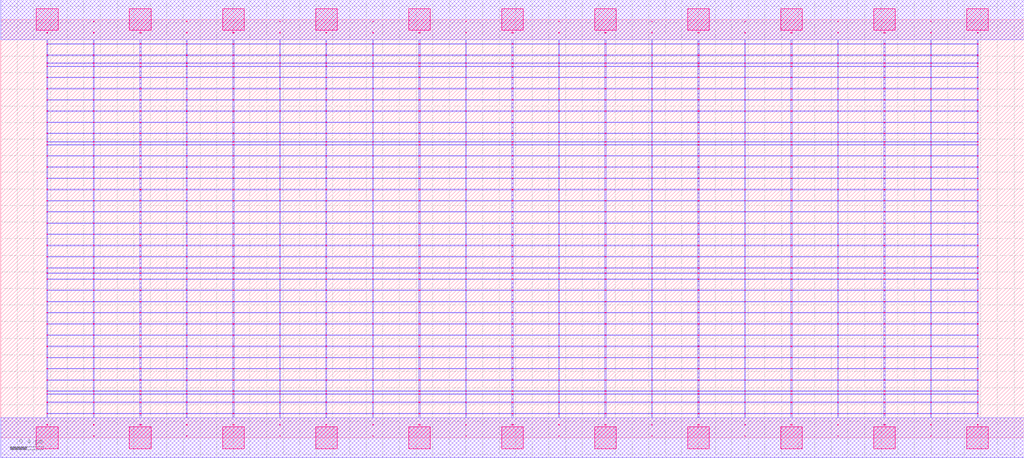
<source format=lef>
MACRO OAAOAOI22311_DEBUG
 CLASS CORE ;
 FOREIGN OAAOAOI22311_DEBUG 0 0 ;
 SIZE 12.32 BY 5.04 ;
 ORIGIN 0 0 ;
 SYMMETRY X Y R90 ;
 SITE unit ;

 OBS
    LAYER polycont ;
     RECT 6.15100000 2.58300000 6.16900000 2.59100000 ;
     RECT 6.15100000 2.71800000 6.16900000 2.72600000 ;
     RECT 6.15100000 2.85300000 6.16900000 2.86100000 ;
     RECT 6.15100000 2.98800000 6.16900000 2.99600000 ;
     RECT 8.39100000 2.58300000 8.40900000 2.59100000 ;
     RECT 8.95600000 2.58300000 8.96400000 2.59100000 ;
     RECT 9.51100000 2.58300000 9.52900000 2.59100000 ;
     RECT 10.07600000 2.58300000 10.08400000 2.59100000 ;
     RECT 10.63100000 2.58300000 10.64900000 2.59100000 ;
     RECT 11.19600000 2.58300000 11.20400000 2.59100000 ;
     RECT 11.75600000 2.58300000 11.76900000 2.59100000 ;
     RECT 6.71600000 2.58300000 6.72400000 2.59100000 ;
     RECT 6.71600000 2.71800000 6.72400000 2.72600000 ;
     RECT 7.27100000 2.71800000 7.28900000 2.72600000 ;
     RECT 7.83600000 2.71800000 7.84400000 2.72600000 ;
     RECT 8.39100000 2.71800000 8.40900000 2.72600000 ;
     RECT 8.95600000 2.71800000 8.96400000 2.72600000 ;
     RECT 9.51100000 2.71800000 9.52900000 2.72600000 ;
     RECT 10.07600000 2.71800000 10.08400000 2.72600000 ;
     RECT 10.63100000 2.71800000 10.64900000 2.72600000 ;
     RECT 11.19600000 2.71800000 11.20400000 2.72600000 ;
     RECT 11.75600000 2.71800000 11.76900000 2.72600000 ;
     RECT 7.27100000 2.58300000 7.28900000 2.59100000 ;
     RECT 6.71600000 2.85300000 6.72400000 2.86100000 ;
     RECT 7.27100000 2.85300000 7.28900000 2.86100000 ;
     RECT 7.83600000 2.85300000 7.84400000 2.86100000 ;
     RECT 8.39100000 2.85300000 8.40900000 2.86100000 ;
     RECT 8.95600000 2.85300000 8.96400000 2.86100000 ;
     RECT 9.51100000 2.85300000 9.52900000 2.86100000 ;
     RECT 10.07600000 2.85300000 10.08400000 2.86100000 ;
     RECT 10.63100000 2.85300000 10.64900000 2.86100000 ;
     RECT 11.19600000 2.85300000 11.20400000 2.86100000 ;
     RECT 11.75600000 2.85300000 11.76900000 2.86100000 ;
     RECT 7.83600000 2.58300000 7.84400000 2.59100000 ;
     RECT 6.71600000 2.98800000 6.72400000 2.99600000 ;
     RECT 7.27100000 2.98800000 7.28900000 2.99600000 ;
     RECT 7.83600000 2.98800000 7.84400000 2.99600000 ;
     RECT 8.39100000 2.98800000 8.40900000 2.99600000 ;
     RECT 8.95600000 2.98800000 8.96400000 2.99600000 ;
     RECT 9.51100000 2.98800000 9.52900000 2.99600000 ;
     RECT 10.07600000 2.98800000 10.08400000 2.99600000 ;
     RECT 10.63100000 2.98800000 10.64900000 2.99600000 ;
     RECT 11.19600000 2.98800000 11.20400000 2.99600000 ;
     RECT 11.75600000 2.98800000 11.76900000 2.99600000 ;
     RECT 1.67100000 2.85300000 1.68900000 2.86100000 ;
     RECT 2.23600000 2.85300000 2.24400000 2.86100000 ;
     RECT 2.79600000 2.85300000 2.80900000 2.86100000 ;
     RECT 3.35600000 2.85300000 3.36400000 2.86100000 ;
     RECT 3.91100000 2.85300000 3.92400000 2.86100000 ;
     RECT 4.47600000 2.85300000 4.48400000 2.86100000 ;
     RECT 5.03100000 2.85300000 5.04900000 2.86100000 ;
     RECT 5.59600000 2.85300000 5.60400000 2.86100000 ;
     RECT 1.11600000 2.71800000 1.12400000 2.72600000 ;
     RECT 1.67100000 2.71800000 1.68900000 2.72600000 ;
     RECT 2.23600000 2.71800000 2.24400000 2.72600000 ;
     RECT 2.79600000 2.71800000 2.80900000 2.72600000 ;
     RECT 3.35600000 2.71800000 3.36400000 2.72600000 ;
     RECT 3.91100000 2.71800000 3.92400000 2.72600000 ;
     RECT 4.47600000 2.71800000 4.48400000 2.72600000 ;
     RECT 5.03100000 2.71800000 5.04900000 2.72600000 ;
     RECT 5.59600000 2.71800000 5.60400000 2.72600000 ;
     RECT 1.11600000 2.58300000 1.12400000 2.59100000 ;
     RECT 1.67100000 2.58300000 1.68900000 2.59100000 ;
     RECT 0.55100000 2.98800000 0.56400000 2.99600000 ;
     RECT 1.11600000 2.98800000 1.12400000 2.99600000 ;
     RECT 1.67100000 2.98800000 1.68900000 2.99600000 ;
     RECT 2.23600000 2.98800000 2.24400000 2.99600000 ;
     RECT 2.79600000 2.98800000 2.80900000 2.99600000 ;
     RECT 3.35600000 2.98800000 3.36400000 2.99600000 ;
     RECT 3.91100000 2.98800000 3.92400000 2.99600000 ;
     RECT 4.47600000 2.98800000 4.48400000 2.99600000 ;
     RECT 5.03100000 2.98800000 5.04900000 2.99600000 ;
     RECT 5.59600000 2.98800000 5.60400000 2.99600000 ;
     RECT 2.23600000 2.58300000 2.24400000 2.59100000 ;
     RECT 2.79600000 2.58300000 2.80900000 2.59100000 ;
     RECT 3.35600000 2.58300000 3.36400000 2.59100000 ;
     RECT 3.91100000 2.58300000 3.92400000 2.59100000 ;
     RECT 4.47600000 2.58300000 4.48400000 2.59100000 ;
     RECT 5.03100000 2.58300000 5.04900000 2.59100000 ;
     RECT 5.59600000 2.58300000 5.60400000 2.59100000 ;
     RECT 0.55100000 2.58300000 0.56400000 2.59100000 ;
     RECT 0.55100000 2.71800000 0.56400000 2.72600000 ;
     RECT 0.55100000 2.85300000 0.56400000 2.86100000 ;
     RECT 1.11600000 2.85300000 1.12400000 2.86100000 ;
     RECT 3.35600000 3.12300000 3.36400000 3.13100000 ;
     RECT 3.35600000 3.25800000 3.36400000 3.26600000 ;
     RECT 3.35600000 3.39300000 3.36400000 3.40100000 ;
     RECT 3.35600000 3.52800000 3.36400000 3.53600000 ;
     RECT 3.35600000 3.56100000 3.36400000 3.56900000 ;
     RECT 3.35600000 3.66300000 3.36400000 3.67100000 ;
     RECT 3.35600000 3.79800000 3.36400000 3.80600000 ;
     RECT 3.35600000 3.93300000 3.36400000 3.94100000 ;
     RECT 3.35600000 4.06800000 3.36400000 4.07600000 ;
     RECT 3.35600000 4.20300000 3.36400000 4.21100000 ;
     RECT 3.35600000 4.33800000 3.36400000 4.34600000 ;
     RECT 3.35600000 4.47300000 3.36400000 4.48100000 ;
     RECT 3.35600000 4.51100000 3.36400000 4.51900000 ;
     RECT 3.35600000 4.60800000 3.36400000 4.61600000 ;
     RECT 3.35600000 4.74300000 3.36400000 4.75100000 ;
     RECT 3.35600000 4.87800000 3.36400000 4.88600000 ;
     RECT 3.35600000 0.15300000 3.36400000 0.16100000 ;
     RECT 3.35600000 0.28800000 3.36400000 0.29600000 ;
     RECT 3.35600000 0.42300000 3.36400000 0.43100000 ;
     RECT 3.35600000 0.52100000 3.36400000 0.52900000 ;
     RECT 3.35600000 0.55800000 3.36400000 0.56600000 ;
     RECT 3.35600000 0.69300000 3.36400000 0.70100000 ;
     RECT 3.35600000 0.82800000 3.36400000 0.83600000 ;
     RECT 3.35600000 0.96300000 3.36400000 0.97100000 ;
     RECT 3.35600000 1.09800000 3.36400000 1.10600000 ;
     RECT 3.35600000 1.23300000 3.36400000 1.24100000 ;
     RECT 3.35600000 1.36800000 3.36400000 1.37600000 ;
     RECT 3.35600000 1.50300000 3.36400000 1.51100000 ;
     RECT 3.35600000 1.63800000 3.36400000 1.64600000 ;
     RECT 3.35600000 1.77300000 3.36400000 1.78100000 ;
     RECT 3.35600000 1.90800000 3.36400000 1.91600000 ;
     RECT 3.35600000 1.98100000 3.36400000 1.98900000 ;
     RECT 3.35600000 2.04300000 3.36400000 2.05100000 ;
     RECT 3.35600000 2.17800000 3.36400000 2.18600000 ;
     RECT 3.35600000 2.31300000 3.36400000 2.32100000 ;
     RECT 3.35600000 2.44800000 3.36400000 2.45600000 ;

    LAYER pdiffc ;
     RECT 0.55100000 3.39300000 0.55900000 3.40100000 ;
     RECT 2.80100000 3.39300000 2.80900000 3.40100000 ;
     RECT 3.91100000 3.39300000 3.91900000 3.40100000 ;
     RECT 11.76100000 3.39300000 11.76900000 3.40100000 ;
     RECT 0.55100000 3.52800000 0.55900000 3.53600000 ;
     RECT 2.80100000 3.52800000 2.80900000 3.53600000 ;
     RECT 3.91100000 3.52800000 3.91900000 3.53600000 ;
     RECT 11.76100000 3.52800000 11.76900000 3.53600000 ;
     RECT 0.55100000 3.56100000 0.55900000 3.56900000 ;
     RECT 2.80100000 3.56100000 2.80900000 3.56900000 ;
     RECT 3.91100000 3.56100000 3.91900000 3.56900000 ;
     RECT 11.76100000 3.56100000 11.76900000 3.56900000 ;
     RECT 0.55100000 3.66300000 0.55900000 3.67100000 ;
     RECT 2.80100000 3.66300000 2.80900000 3.67100000 ;
     RECT 3.91100000 3.66300000 3.91900000 3.67100000 ;
     RECT 11.76100000 3.66300000 11.76900000 3.67100000 ;
     RECT 0.55100000 3.79800000 0.55900000 3.80600000 ;
     RECT 2.80100000 3.79800000 2.80900000 3.80600000 ;
     RECT 3.91100000 3.79800000 3.91900000 3.80600000 ;
     RECT 11.76100000 3.79800000 11.76900000 3.80600000 ;
     RECT 0.55100000 3.93300000 0.55900000 3.94100000 ;
     RECT 2.80100000 3.93300000 2.80900000 3.94100000 ;
     RECT 3.91100000 3.93300000 3.91900000 3.94100000 ;
     RECT 11.76100000 3.93300000 11.76900000 3.94100000 ;
     RECT 0.55100000 4.06800000 0.55900000 4.07600000 ;
     RECT 2.80100000 4.06800000 2.80900000 4.07600000 ;
     RECT 3.91100000 4.06800000 3.91900000 4.07600000 ;
     RECT 11.76100000 4.06800000 11.76900000 4.07600000 ;
     RECT 0.55100000 4.20300000 0.55900000 4.21100000 ;
     RECT 2.80100000 4.20300000 2.80900000 4.21100000 ;
     RECT 3.91100000 4.20300000 3.91900000 4.21100000 ;
     RECT 11.76100000 4.20300000 11.76900000 4.21100000 ;
     RECT 0.55100000 4.33800000 0.55900000 4.34600000 ;
     RECT 2.80100000 4.33800000 2.80900000 4.34600000 ;
     RECT 3.91100000 4.33800000 3.91900000 4.34600000 ;
     RECT 11.76100000 4.33800000 11.76900000 4.34600000 ;
     RECT 0.55100000 4.47300000 0.55900000 4.48100000 ;
     RECT 2.80100000 4.47300000 2.80900000 4.48100000 ;
     RECT 3.91100000 4.47300000 3.91900000 4.48100000 ;
     RECT 11.76100000 4.47300000 11.76900000 4.48100000 ;
     RECT 0.55100000 4.51100000 0.55900000 4.51900000 ;
     RECT 2.80100000 4.51100000 2.80900000 4.51900000 ;
     RECT 3.91100000 4.51100000 3.91900000 4.51900000 ;
     RECT 11.76100000 4.51100000 11.76900000 4.51900000 ;
     RECT 0.55100000 4.60800000 0.55900000 4.61600000 ;
     RECT 2.80100000 4.60800000 2.80900000 4.61600000 ;
     RECT 3.91100000 4.60800000 3.91900000 4.61600000 ;
     RECT 11.76100000 4.60800000 11.76900000 4.61600000 ;

    LAYER ndiffc ;
     RECT 6.15100000 0.42300000 6.16900000 0.43100000 ;
     RECT 6.15100000 0.52100000 6.16900000 0.52900000 ;
     RECT 6.15100000 0.55800000 6.16900000 0.56600000 ;
     RECT 6.15100000 0.69300000 6.16900000 0.70100000 ;
     RECT 6.15100000 0.82800000 6.16900000 0.83600000 ;
     RECT 6.15100000 0.96300000 6.16900000 0.97100000 ;
     RECT 6.15100000 1.09800000 6.16900000 1.10600000 ;
     RECT 6.15100000 1.23300000 6.16900000 1.24100000 ;
     RECT 6.15100000 1.36800000 6.16900000 1.37600000 ;
     RECT 6.15100000 1.50300000 6.16900000 1.51100000 ;
     RECT 6.15100000 1.63800000 6.16900000 1.64600000 ;
     RECT 6.15100000 1.77300000 6.16900000 1.78100000 ;
     RECT 6.15100000 1.90800000 6.16900000 1.91600000 ;
     RECT 6.15100000 1.98100000 6.16900000 1.98900000 ;
     RECT 6.15100000 2.04300000 6.16900000 2.05100000 ;
     RECT 9.51100000 0.55800000 9.52900000 0.56600000 ;
     RECT 10.63100000 0.55800000 10.64900000 0.56600000 ;
     RECT 11.75600000 0.55800000 11.76900000 0.56600000 ;
     RECT 9.51100000 0.42300000 9.52900000 0.43100000 ;
     RECT 7.27100000 0.69300000 7.28900000 0.70100000 ;
     RECT 8.39100000 0.69300000 8.40900000 0.70100000 ;
     RECT 9.51100000 0.69300000 9.52900000 0.70100000 ;
     RECT 10.63100000 0.69300000 10.64900000 0.70100000 ;
     RECT 11.75600000 0.69300000 11.76900000 0.70100000 ;
     RECT 10.63100000 0.42300000 10.64900000 0.43100000 ;
     RECT 7.27100000 0.82800000 7.28900000 0.83600000 ;
     RECT 8.39100000 0.82800000 8.40900000 0.83600000 ;
     RECT 9.51100000 0.82800000 9.52900000 0.83600000 ;
     RECT 10.63100000 0.82800000 10.64900000 0.83600000 ;
     RECT 11.75600000 0.82800000 11.76900000 0.83600000 ;
     RECT 11.75600000 0.42300000 11.76900000 0.43100000 ;
     RECT 7.27100000 0.96300000 7.28900000 0.97100000 ;
     RECT 8.39100000 0.96300000 8.40900000 0.97100000 ;
     RECT 9.51100000 0.96300000 9.52900000 0.97100000 ;
     RECT 10.63100000 0.96300000 10.64900000 0.97100000 ;
     RECT 11.75600000 0.96300000 11.76900000 0.97100000 ;
     RECT 7.27100000 0.42300000 7.28900000 0.43100000 ;
     RECT 7.27100000 1.09800000 7.28900000 1.10600000 ;
     RECT 8.39100000 1.09800000 8.40900000 1.10600000 ;
     RECT 9.51100000 1.09800000 9.52900000 1.10600000 ;
     RECT 10.63100000 1.09800000 10.64900000 1.10600000 ;
     RECT 11.75600000 1.09800000 11.76900000 1.10600000 ;
     RECT 7.27100000 0.52100000 7.28900000 0.52900000 ;
     RECT 7.27100000 1.23300000 7.28900000 1.24100000 ;
     RECT 8.39100000 1.23300000 8.40900000 1.24100000 ;
     RECT 9.51100000 1.23300000 9.52900000 1.24100000 ;
     RECT 10.63100000 1.23300000 10.64900000 1.24100000 ;
     RECT 11.75600000 1.23300000 11.76900000 1.24100000 ;
     RECT 8.39100000 0.52100000 8.40900000 0.52900000 ;
     RECT 7.27100000 1.36800000 7.28900000 1.37600000 ;
     RECT 8.39100000 1.36800000 8.40900000 1.37600000 ;
     RECT 9.51100000 1.36800000 9.52900000 1.37600000 ;
     RECT 10.63100000 1.36800000 10.64900000 1.37600000 ;
     RECT 11.75600000 1.36800000 11.76900000 1.37600000 ;
     RECT 9.51100000 0.52100000 9.52900000 0.52900000 ;
     RECT 7.27100000 1.50300000 7.28900000 1.51100000 ;
     RECT 8.39100000 1.50300000 8.40900000 1.51100000 ;
     RECT 9.51100000 1.50300000 9.52900000 1.51100000 ;
     RECT 10.63100000 1.50300000 10.64900000 1.51100000 ;
     RECT 11.75600000 1.50300000 11.76900000 1.51100000 ;
     RECT 10.63100000 0.52100000 10.64900000 0.52900000 ;
     RECT 7.27100000 1.63800000 7.28900000 1.64600000 ;
     RECT 8.39100000 1.63800000 8.40900000 1.64600000 ;
     RECT 9.51100000 1.63800000 9.52900000 1.64600000 ;
     RECT 10.63100000 1.63800000 10.64900000 1.64600000 ;
     RECT 11.75600000 1.63800000 11.76900000 1.64600000 ;
     RECT 11.75600000 0.52100000 11.76900000 0.52900000 ;
     RECT 7.27100000 1.77300000 7.28900000 1.78100000 ;
     RECT 8.39100000 1.77300000 8.40900000 1.78100000 ;
     RECT 9.51100000 1.77300000 9.52900000 1.78100000 ;
     RECT 10.63100000 1.77300000 10.64900000 1.78100000 ;
     RECT 11.75600000 1.77300000 11.76900000 1.78100000 ;
     RECT 8.39100000 0.42300000 8.40900000 0.43100000 ;
     RECT 7.27100000 1.90800000 7.28900000 1.91600000 ;
     RECT 8.39100000 1.90800000 8.40900000 1.91600000 ;
     RECT 9.51100000 1.90800000 9.52900000 1.91600000 ;
     RECT 10.63100000 1.90800000 10.64900000 1.91600000 ;
     RECT 11.75600000 1.90800000 11.76900000 1.91600000 ;
     RECT 7.27100000 0.55800000 7.28900000 0.56600000 ;
     RECT 7.27100000 1.98100000 7.28900000 1.98900000 ;
     RECT 8.39100000 1.98100000 8.40900000 1.98900000 ;
     RECT 9.51100000 1.98100000 9.52900000 1.98900000 ;
     RECT 10.63100000 1.98100000 10.64900000 1.98900000 ;
     RECT 11.75600000 1.98100000 11.76900000 1.98900000 ;
     RECT 8.39100000 0.55800000 8.40900000 0.56600000 ;
     RECT 7.27100000 2.04300000 7.28900000 2.05100000 ;
     RECT 8.39100000 2.04300000 8.40900000 2.05100000 ;
     RECT 9.51100000 2.04300000 9.52900000 2.05100000 ;
     RECT 10.63100000 2.04300000 10.64900000 2.05100000 ;
     RECT 11.75600000 2.04300000 11.76900000 2.05100000 ;
     RECT 2.79600000 1.36800000 2.80900000 1.37600000 ;
     RECT 3.91100000 1.36800000 3.92400000 1.37600000 ;
     RECT 5.03100000 1.36800000 5.04900000 1.37600000 ;
     RECT 5.03100000 0.82800000 5.04900000 0.83600000 ;
     RECT 2.79600000 0.55800000 2.80900000 0.56600000 ;
     RECT 3.91100000 0.55800000 3.92400000 0.56600000 ;
     RECT 5.03100000 0.55800000 5.04900000 0.56600000 ;
     RECT 1.67100000 0.52100000 1.68900000 0.52900000 ;
     RECT 2.79600000 0.52100000 2.80900000 0.52900000 ;
     RECT 0.55100000 1.50300000 0.56400000 1.51100000 ;
     RECT 1.67100000 1.50300000 1.68900000 1.51100000 ;
     RECT 2.79600000 1.50300000 2.80900000 1.51100000 ;
     RECT 3.91100000 1.50300000 3.92400000 1.51100000 ;
     RECT 5.03100000 1.50300000 5.04900000 1.51100000 ;
     RECT 3.91100000 0.52100000 3.92400000 0.52900000 ;
     RECT 0.55100000 0.96300000 0.56400000 0.97100000 ;
     RECT 1.67100000 0.96300000 1.68900000 0.97100000 ;
     RECT 2.79600000 0.96300000 2.80900000 0.97100000 ;
     RECT 3.91100000 0.96300000 3.92400000 0.97100000 ;
     RECT 5.03100000 0.96300000 5.04900000 0.97100000 ;
     RECT 0.55100000 1.63800000 0.56400000 1.64600000 ;
     RECT 1.67100000 1.63800000 1.68900000 1.64600000 ;
     RECT 2.79600000 1.63800000 2.80900000 1.64600000 ;
     RECT 3.91100000 1.63800000 3.92400000 1.64600000 ;
     RECT 5.03100000 1.63800000 5.04900000 1.64600000 ;
     RECT 5.03100000 0.52100000 5.04900000 0.52900000 ;
     RECT 1.67100000 0.42300000 1.68900000 0.43100000 ;
     RECT 2.79600000 0.42300000 2.80900000 0.43100000 ;
     RECT 0.55100000 0.69300000 0.56400000 0.70100000 ;
     RECT 1.67100000 0.69300000 1.68900000 0.70100000 ;
     RECT 2.79600000 0.69300000 2.80900000 0.70100000 ;
     RECT 0.55100000 1.77300000 0.56400000 1.78100000 ;
     RECT 1.67100000 1.77300000 1.68900000 1.78100000 ;
     RECT 2.79600000 1.77300000 2.80900000 1.78100000 ;
     RECT 3.91100000 1.77300000 3.92400000 1.78100000 ;
     RECT 5.03100000 1.77300000 5.04900000 1.78100000 ;
     RECT 0.55100000 1.09800000 0.56400000 1.10600000 ;
     RECT 1.67100000 1.09800000 1.68900000 1.10600000 ;
     RECT 2.79600000 1.09800000 2.80900000 1.10600000 ;
     RECT 3.91100000 1.09800000 3.92400000 1.10600000 ;
     RECT 5.03100000 1.09800000 5.04900000 1.10600000 ;
     RECT 3.91100000 0.69300000 3.92400000 0.70100000 ;
     RECT 0.55100000 1.90800000 0.56400000 1.91600000 ;
     RECT 1.67100000 1.90800000 1.68900000 1.91600000 ;
     RECT 2.79600000 1.90800000 2.80900000 1.91600000 ;
     RECT 3.91100000 1.90800000 3.92400000 1.91600000 ;
     RECT 5.03100000 1.90800000 5.04900000 1.91600000 ;
     RECT 5.03100000 0.69300000 5.04900000 0.70100000 ;
     RECT 3.91100000 0.42300000 3.92400000 0.43100000 ;
     RECT 5.03100000 0.42300000 5.04900000 0.43100000 ;
     RECT 0.55100000 0.42300000 0.56400000 0.43100000 ;
     RECT 0.55100000 0.52100000 0.56400000 0.52900000 ;
     RECT 0.55100000 1.23300000 0.56400000 1.24100000 ;
     RECT 0.55100000 1.98100000 0.56400000 1.98900000 ;
     RECT 1.67100000 1.98100000 1.68900000 1.98900000 ;
     RECT 2.79600000 1.98100000 2.80900000 1.98900000 ;
     RECT 3.91100000 1.98100000 3.92400000 1.98900000 ;
     RECT 5.03100000 1.98100000 5.04900000 1.98900000 ;
     RECT 1.67100000 1.23300000 1.68900000 1.24100000 ;
     RECT 2.79600000 1.23300000 2.80900000 1.24100000 ;
     RECT 3.91100000 1.23300000 3.92400000 1.24100000 ;
     RECT 5.03100000 1.23300000 5.04900000 1.24100000 ;
     RECT 0.55100000 0.55800000 0.56400000 0.56600000 ;
     RECT 1.67100000 0.55800000 1.68900000 0.56600000 ;
     RECT 0.55100000 2.04300000 0.56400000 2.05100000 ;
     RECT 1.67100000 2.04300000 1.68900000 2.05100000 ;
     RECT 2.79600000 2.04300000 2.80900000 2.05100000 ;
     RECT 3.91100000 2.04300000 3.92400000 2.05100000 ;
     RECT 5.03100000 2.04300000 5.04900000 2.05100000 ;
     RECT 0.55100000 0.82800000 0.56400000 0.83600000 ;
     RECT 1.67100000 0.82800000 1.68900000 0.83600000 ;
     RECT 2.79600000 0.82800000 2.80900000 0.83600000 ;
     RECT 3.91100000 0.82800000 3.92400000 0.83600000 ;
     RECT 0.55100000 1.36800000 0.56400000 1.37600000 ;
     RECT 1.67100000 1.36800000 1.68900000 1.37600000 ;

    LAYER met1 ;
     RECT 0.00000000 -0.24000000 12.32000000 0.24000000 ;
     RECT 6.15100000 0.24000000 6.16900000 0.28800000 ;
     RECT 0.55100000 0.28800000 11.76900000 0.29600000 ;
     RECT 6.15100000 0.29600000 6.16900000 0.42300000 ;
     RECT 0.55100000 0.42300000 11.76900000 0.43100000 ;
     RECT 6.15100000 0.43100000 6.16900000 0.52100000 ;
     RECT 0.55100000 0.52100000 11.76900000 0.52900000 ;
     RECT 6.15100000 0.52900000 6.16900000 0.55800000 ;
     RECT 0.55100000 0.55800000 11.76900000 0.56600000 ;
     RECT 6.15100000 0.56600000 6.16900000 0.69300000 ;
     RECT 0.55100000 0.69300000 11.76900000 0.70100000 ;
     RECT 6.15100000 0.70100000 6.16900000 0.82800000 ;
     RECT 0.55100000 0.82800000 11.76900000 0.83600000 ;
     RECT 6.15100000 0.83600000 6.16900000 0.96300000 ;
     RECT 0.55100000 0.96300000 11.76900000 0.97100000 ;
     RECT 6.15100000 0.97100000 6.16900000 1.09800000 ;
     RECT 0.55100000 1.09800000 11.76900000 1.10600000 ;
     RECT 6.15100000 1.10600000 6.16900000 1.23300000 ;
     RECT 0.55100000 1.23300000 11.76900000 1.24100000 ;
     RECT 6.15100000 1.24100000 6.16900000 1.36800000 ;
     RECT 0.55100000 1.36800000 11.76900000 1.37600000 ;
     RECT 6.15100000 1.37600000 6.16900000 1.50300000 ;
     RECT 0.55100000 1.50300000 11.76900000 1.51100000 ;
     RECT 6.15100000 1.51100000 6.16900000 1.63800000 ;
     RECT 0.55100000 1.63800000 11.76900000 1.64600000 ;
     RECT 6.15100000 1.64600000 6.16900000 1.77300000 ;
     RECT 0.55100000 1.77300000 11.76900000 1.78100000 ;
     RECT 6.15100000 1.78100000 6.16900000 1.90800000 ;
     RECT 0.55100000 1.90800000 11.76900000 1.91600000 ;
     RECT 6.15100000 1.91600000 6.16900000 1.98100000 ;
     RECT 0.55100000 1.98100000 11.76900000 1.98900000 ;
     RECT 6.15100000 1.98900000 6.16900000 2.04300000 ;
     RECT 0.55100000 2.04300000 11.76900000 2.05100000 ;
     RECT 6.15100000 2.05100000 6.16900000 2.17800000 ;
     RECT 0.55100000 2.17800000 11.76900000 2.18600000 ;
     RECT 6.15100000 2.18600000 6.16900000 2.31300000 ;
     RECT 0.55100000 2.31300000 11.76900000 2.32100000 ;
     RECT 6.15100000 2.32100000 6.16900000 2.44800000 ;
     RECT 0.55100000 2.44800000 11.76900000 2.45600000 ;
     RECT 0.55100000 2.45600000 0.56400000 2.58300000 ;
     RECT 1.11600000 2.45600000 1.12400000 2.58300000 ;
     RECT 1.67100000 2.45600000 1.68900000 2.58300000 ;
     RECT 2.23600000 2.45600000 2.24400000 2.58300000 ;
     RECT 2.79600000 2.45600000 2.80900000 2.58300000 ;
     RECT 3.35600000 2.45600000 3.36400000 2.58300000 ;
     RECT 3.91100000 2.45600000 3.92400000 2.58300000 ;
     RECT 4.47600000 2.45600000 4.48400000 2.58300000 ;
     RECT 5.03100000 2.45600000 5.04900000 2.58300000 ;
     RECT 5.59600000 2.45600000 5.60400000 2.58300000 ;
     RECT 6.15100000 2.45600000 6.16900000 2.58300000 ;
     RECT 6.71600000 2.45600000 6.72400000 2.58300000 ;
     RECT 7.27100000 2.45600000 7.28900000 2.58300000 ;
     RECT 7.83600000 2.45600000 7.84400000 2.58300000 ;
     RECT 8.39100000 2.45600000 8.40900000 2.58300000 ;
     RECT 8.95600000 2.45600000 8.96400000 2.58300000 ;
     RECT 9.51100000 2.45600000 9.52900000 2.58300000 ;
     RECT 10.07600000 2.45600000 10.08400000 2.58300000 ;
     RECT 10.63100000 2.45600000 10.64900000 2.58300000 ;
     RECT 11.19600000 2.45600000 11.20400000 2.58300000 ;
     RECT 11.75600000 2.45600000 11.76900000 2.58300000 ;
     RECT 0.55100000 2.58300000 11.76900000 2.59100000 ;
     RECT 6.15100000 2.59100000 6.16900000 2.71800000 ;
     RECT 0.55100000 2.71800000 11.76900000 2.72600000 ;
     RECT 6.15100000 2.72600000 6.16900000 2.85300000 ;
     RECT 0.55100000 2.85300000 11.76900000 2.86100000 ;
     RECT 6.15100000 2.86100000 6.16900000 2.98800000 ;
     RECT 0.55100000 2.98800000 11.76900000 2.99600000 ;
     RECT 6.15100000 2.99600000 6.16900000 3.12300000 ;
     RECT 0.55100000 3.12300000 11.76900000 3.13100000 ;
     RECT 6.15100000 3.13100000 6.16900000 3.25800000 ;
     RECT 0.55100000 3.25800000 11.76900000 3.26600000 ;
     RECT 6.15100000 3.26600000 6.16900000 3.39300000 ;
     RECT 0.55100000 3.39300000 11.76900000 3.40100000 ;
     RECT 6.15100000 3.40100000 6.16900000 3.52800000 ;
     RECT 0.55100000 3.52800000 11.76900000 3.53600000 ;
     RECT 6.15100000 3.53600000 6.16900000 3.56100000 ;
     RECT 0.55100000 3.56100000 11.76900000 3.56900000 ;
     RECT 6.15100000 3.56900000 6.16900000 3.66300000 ;
     RECT 0.55100000 3.66300000 11.76900000 3.67100000 ;
     RECT 6.15100000 3.67100000 6.16900000 3.79800000 ;
     RECT 0.55100000 3.79800000 11.76900000 3.80600000 ;
     RECT 6.15100000 3.80600000 6.16900000 3.93300000 ;
     RECT 0.55100000 3.93300000 11.76900000 3.94100000 ;
     RECT 6.15100000 3.94100000 6.16900000 4.06800000 ;
     RECT 0.55100000 4.06800000 11.76900000 4.07600000 ;
     RECT 6.15100000 4.07600000 6.16900000 4.20300000 ;
     RECT 0.55100000 4.20300000 11.76900000 4.21100000 ;
     RECT 6.15100000 4.21100000 6.16900000 4.33800000 ;
     RECT 0.55100000 4.33800000 11.76900000 4.34600000 ;
     RECT 6.15100000 4.34600000 6.16900000 4.47300000 ;
     RECT 0.55100000 4.47300000 11.76900000 4.48100000 ;
     RECT 6.15100000 4.48100000 6.16900000 4.51100000 ;
     RECT 0.55100000 4.51100000 11.76900000 4.51900000 ;
     RECT 6.15100000 4.51900000 6.16900000 4.60800000 ;
     RECT 0.55100000 4.60800000 11.76900000 4.61600000 ;
     RECT 6.15100000 4.61600000 6.16900000 4.74300000 ;
     RECT 0.55100000 4.74300000 11.76900000 4.75100000 ;
     RECT 6.15100000 4.75100000 6.16900000 4.80000000 ;
     RECT 0.00000000 4.80000000 12.32000000 5.28000000 ;
     RECT 6.71600000 3.80600000 6.72400000 3.93300000 ;
     RECT 7.27100000 3.80600000 7.28900000 3.93300000 ;
     RECT 7.83600000 3.80600000 7.84400000 3.93300000 ;
     RECT 8.39100000 3.80600000 8.40900000 3.93300000 ;
     RECT 8.95600000 3.80600000 8.96400000 3.93300000 ;
     RECT 9.51100000 3.80600000 9.52900000 3.93300000 ;
     RECT 10.07600000 3.80600000 10.08400000 3.93300000 ;
     RECT 10.63100000 3.80600000 10.64900000 3.93300000 ;
     RECT 11.19600000 3.80600000 11.20400000 3.93300000 ;
     RECT 11.75600000 3.80600000 11.76900000 3.93300000 ;
     RECT 9.51100000 3.94100000 9.52900000 4.06800000 ;
     RECT 10.07600000 3.94100000 10.08400000 4.06800000 ;
     RECT 10.63100000 3.94100000 10.64900000 4.06800000 ;
     RECT 11.19600000 3.94100000 11.20400000 4.06800000 ;
     RECT 11.75600000 3.94100000 11.76900000 4.06800000 ;
     RECT 9.51100000 4.07600000 9.52900000 4.20300000 ;
     RECT 10.07600000 4.07600000 10.08400000 4.20300000 ;
     RECT 10.63100000 4.07600000 10.64900000 4.20300000 ;
     RECT 11.19600000 4.07600000 11.20400000 4.20300000 ;
     RECT 11.75600000 4.07600000 11.76900000 4.20300000 ;
     RECT 9.51100000 4.21100000 9.52900000 4.33800000 ;
     RECT 10.07600000 4.21100000 10.08400000 4.33800000 ;
     RECT 10.63100000 4.21100000 10.64900000 4.33800000 ;
     RECT 11.19600000 4.21100000 11.20400000 4.33800000 ;
     RECT 11.75600000 4.21100000 11.76900000 4.33800000 ;
     RECT 9.51100000 4.34600000 9.52900000 4.47300000 ;
     RECT 10.07600000 4.34600000 10.08400000 4.47300000 ;
     RECT 10.63100000 4.34600000 10.64900000 4.47300000 ;
     RECT 11.19600000 4.34600000 11.20400000 4.47300000 ;
     RECT 11.75600000 4.34600000 11.76900000 4.47300000 ;
     RECT 9.51100000 4.48100000 9.52900000 4.51100000 ;
     RECT 10.07600000 4.48100000 10.08400000 4.51100000 ;
     RECT 10.63100000 4.48100000 10.64900000 4.51100000 ;
     RECT 11.19600000 4.48100000 11.20400000 4.51100000 ;
     RECT 11.75600000 4.48100000 11.76900000 4.51100000 ;
     RECT 9.51100000 4.51900000 9.52900000 4.60800000 ;
     RECT 10.07600000 4.51900000 10.08400000 4.60800000 ;
     RECT 10.63100000 4.51900000 10.64900000 4.60800000 ;
     RECT 11.19600000 4.51900000 11.20400000 4.60800000 ;
     RECT 11.75600000 4.51900000 11.76900000 4.60800000 ;
     RECT 9.51100000 4.61600000 9.52900000 4.74300000 ;
     RECT 10.07600000 4.61600000 10.08400000 4.74300000 ;
     RECT 10.63100000 4.61600000 10.64900000 4.74300000 ;
     RECT 11.19600000 4.61600000 11.20400000 4.74300000 ;
     RECT 11.75600000 4.61600000 11.76900000 4.74300000 ;
     RECT 9.51100000 4.75100000 9.52900000 4.80000000 ;
     RECT 10.07600000 4.75100000 10.08400000 4.80000000 ;
     RECT 10.63100000 4.75100000 10.64900000 4.80000000 ;
     RECT 11.19600000 4.75100000 11.20400000 4.80000000 ;
     RECT 11.75600000 4.75100000 11.76900000 4.80000000 ;
     RECT 6.71600000 4.48100000 6.72400000 4.51100000 ;
     RECT 7.27100000 4.48100000 7.28900000 4.51100000 ;
     RECT 7.83600000 4.48100000 7.84400000 4.51100000 ;
     RECT 8.39100000 4.48100000 8.40900000 4.51100000 ;
     RECT 8.95600000 4.48100000 8.96400000 4.51100000 ;
     RECT 6.71600000 4.21100000 6.72400000 4.33800000 ;
     RECT 7.27100000 4.21100000 7.28900000 4.33800000 ;
     RECT 7.83600000 4.21100000 7.84400000 4.33800000 ;
     RECT 8.39100000 4.21100000 8.40900000 4.33800000 ;
     RECT 8.95600000 4.21100000 8.96400000 4.33800000 ;
     RECT 6.71600000 4.51900000 6.72400000 4.60800000 ;
     RECT 7.27100000 4.51900000 7.28900000 4.60800000 ;
     RECT 7.83600000 4.51900000 7.84400000 4.60800000 ;
     RECT 8.39100000 4.51900000 8.40900000 4.60800000 ;
     RECT 8.95600000 4.51900000 8.96400000 4.60800000 ;
     RECT 6.71600000 4.07600000 6.72400000 4.20300000 ;
     RECT 7.27100000 4.07600000 7.28900000 4.20300000 ;
     RECT 7.83600000 4.07600000 7.84400000 4.20300000 ;
     RECT 8.39100000 4.07600000 8.40900000 4.20300000 ;
     RECT 8.95600000 4.07600000 8.96400000 4.20300000 ;
     RECT 6.71600000 4.61600000 6.72400000 4.74300000 ;
     RECT 7.27100000 4.61600000 7.28900000 4.74300000 ;
     RECT 7.83600000 4.61600000 7.84400000 4.74300000 ;
     RECT 8.39100000 4.61600000 8.40900000 4.74300000 ;
     RECT 8.95600000 4.61600000 8.96400000 4.74300000 ;
     RECT 6.71600000 4.34600000 6.72400000 4.47300000 ;
     RECT 7.27100000 4.34600000 7.28900000 4.47300000 ;
     RECT 7.83600000 4.34600000 7.84400000 4.47300000 ;
     RECT 8.39100000 4.34600000 8.40900000 4.47300000 ;
     RECT 8.95600000 4.34600000 8.96400000 4.47300000 ;
     RECT 6.71600000 4.75100000 6.72400000 4.80000000 ;
     RECT 7.27100000 4.75100000 7.28900000 4.80000000 ;
     RECT 7.83600000 4.75100000 7.84400000 4.80000000 ;
     RECT 8.39100000 4.75100000 8.40900000 4.80000000 ;
     RECT 8.95600000 4.75100000 8.96400000 4.80000000 ;
     RECT 6.71600000 3.94100000 6.72400000 4.06800000 ;
     RECT 7.27100000 3.94100000 7.28900000 4.06800000 ;
     RECT 7.83600000 3.94100000 7.84400000 4.06800000 ;
     RECT 8.39100000 3.94100000 8.40900000 4.06800000 ;
     RECT 8.95600000 3.94100000 8.96400000 4.06800000 ;
     RECT 8.39100000 2.99600000 8.40900000 3.12300000 ;
     RECT 8.95600000 2.99600000 8.96400000 3.12300000 ;
     RECT 6.71600000 3.13100000 6.72400000 3.25800000 ;
     RECT 7.27100000 3.13100000 7.28900000 3.25800000 ;
     RECT 7.83600000 3.13100000 7.84400000 3.25800000 ;
     RECT 8.39100000 3.13100000 8.40900000 3.25800000 ;
     RECT 8.95600000 3.13100000 8.96400000 3.25800000 ;
     RECT 8.95600000 2.86100000 8.96400000 2.98800000 ;
     RECT 6.71600000 3.26600000 6.72400000 3.39300000 ;
     RECT 7.27100000 3.26600000 7.28900000 3.39300000 ;
     RECT 7.83600000 3.26600000 7.84400000 3.39300000 ;
     RECT 8.39100000 3.26600000 8.40900000 3.39300000 ;
     RECT 8.95600000 3.26600000 8.96400000 3.39300000 ;
     RECT 6.71600000 2.59100000 6.72400000 2.71800000 ;
     RECT 7.27100000 2.59100000 7.28900000 2.71800000 ;
     RECT 6.71600000 3.40100000 6.72400000 3.52800000 ;
     RECT 7.27100000 3.40100000 7.28900000 3.52800000 ;
     RECT 7.83600000 3.40100000 7.84400000 3.52800000 ;
     RECT 8.39100000 3.40100000 8.40900000 3.52800000 ;
     RECT 7.83600000 2.59100000 7.84400000 2.71800000 ;
     RECT 8.39100000 2.59100000 8.40900000 2.71800000 ;
     RECT 8.95600000 3.40100000 8.96400000 3.52800000 ;
     RECT 6.71600000 2.72600000 6.72400000 2.85300000 ;
     RECT 7.27100000 2.72600000 7.28900000 2.85300000 ;
     RECT 6.71600000 3.53600000 6.72400000 3.56100000 ;
     RECT 7.27100000 3.53600000 7.28900000 3.56100000 ;
     RECT 7.83600000 3.53600000 7.84400000 3.56100000 ;
     RECT 8.39100000 3.53600000 8.40900000 3.56100000 ;
     RECT 8.95600000 3.53600000 8.96400000 3.56100000 ;
     RECT 7.83600000 2.72600000 7.84400000 2.85300000 ;
     RECT 8.39100000 2.72600000 8.40900000 2.85300000 ;
     RECT 6.71600000 2.86100000 6.72400000 2.98800000 ;
     RECT 7.27100000 2.86100000 7.28900000 2.98800000 ;
     RECT 6.71600000 3.56900000 6.72400000 3.66300000 ;
     RECT 7.27100000 3.56900000 7.28900000 3.66300000 ;
     RECT 7.83600000 3.56900000 7.84400000 3.66300000 ;
     RECT 8.39100000 3.56900000 8.40900000 3.66300000 ;
     RECT 8.95600000 3.56900000 8.96400000 3.66300000 ;
     RECT 8.95600000 2.59100000 8.96400000 2.71800000 ;
     RECT 8.95600000 2.72600000 8.96400000 2.85300000 ;
     RECT 6.71600000 3.67100000 6.72400000 3.79800000 ;
     RECT 7.27100000 3.67100000 7.28900000 3.79800000 ;
     RECT 7.83600000 3.67100000 7.84400000 3.79800000 ;
     RECT 8.39100000 3.67100000 8.40900000 3.79800000 ;
     RECT 7.83600000 2.86100000 7.84400000 2.98800000 ;
     RECT 8.39100000 2.86100000 8.40900000 2.98800000 ;
     RECT 8.95600000 3.67100000 8.96400000 3.79800000 ;
     RECT 7.27100000 2.99600000 7.28900000 3.12300000 ;
     RECT 7.83600000 2.99600000 7.84400000 3.12300000 ;
     RECT 6.71600000 2.99600000 6.72400000 3.12300000 ;
     RECT 9.51100000 3.53600000 9.52900000 3.56100000 ;
     RECT 10.07600000 3.53600000 10.08400000 3.56100000 ;
     RECT 9.51100000 2.86100000 9.52900000 2.98800000 ;
     RECT 10.63100000 3.53600000 10.64900000 3.56100000 ;
     RECT 11.19600000 3.53600000 11.20400000 3.56100000 ;
     RECT 11.75600000 3.53600000 11.76900000 3.56100000 ;
     RECT 9.51100000 3.26600000 9.52900000 3.39300000 ;
     RECT 10.07600000 3.26600000 10.08400000 3.39300000 ;
     RECT 10.63100000 3.26600000 10.64900000 3.39300000 ;
     RECT 11.19600000 3.26600000 11.20400000 3.39300000 ;
     RECT 11.75600000 3.26600000 11.76900000 3.39300000 ;
     RECT 11.19600000 2.99600000 11.20400000 3.12300000 ;
     RECT 11.75600000 2.99600000 11.76900000 3.12300000 ;
     RECT 10.07600000 2.86100000 10.08400000 2.98800000 ;
     RECT 10.63100000 2.86100000 10.64900000 2.98800000 ;
     RECT 9.51100000 3.56900000 9.52900000 3.66300000 ;
     RECT 10.07600000 3.56900000 10.08400000 3.66300000 ;
     RECT 10.63100000 3.56900000 10.64900000 3.66300000 ;
     RECT 11.19600000 3.56900000 11.20400000 3.66300000 ;
     RECT 11.75600000 3.56900000 11.76900000 3.66300000 ;
     RECT 9.51100000 3.13100000 9.52900000 3.25800000 ;
     RECT 9.51100000 2.72600000 9.52900000 2.85300000 ;
     RECT 10.07600000 3.13100000 10.08400000 3.25800000 ;
     RECT 10.63100000 3.13100000 10.64900000 3.25800000 ;
     RECT 11.19600000 3.13100000 11.20400000 3.25800000 ;
     RECT 11.19600000 2.86100000 11.20400000 2.98800000 ;
     RECT 11.75600000 2.86100000 11.76900000 2.98800000 ;
     RECT 11.75600000 3.13100000 11.76900000 3.25800000 ;
     RECT 9.51100000 3.40100000 9.52900000 3.52800000 ;
     RECT 9.51100000 3.67100000 9.52900000 3.79800000 ;
     RECT 10.07600000 3.67100000 10.08400000 3.79800000 ;
     RECT 10.63100000 3.67100000 10.64900000 3.79800000 ;
     RECT 11.19600000 3.67100000 11.20400000 3.79800000 ;
     RECT 11.75600000 3.67100000 11.76900000 3.79800000 ;
     RECT 10.07600000 2.72600000 10.08400000 2.85300000 ;
     RECT 10.63100000 2.72600000 10.64900000 2.85300000 ;
     RECT 10.07600000 3.40100000 10.08400000 3.52800000 ;
     RECT 10.63100000 3.40100000 10.64900000 3.52800000 ;
     RECT 9.51100000 2.59100000 9.52900000 2.71800000 ;
     RECT 11.19600000 3.40100000 11.20400000 3.52800000 ;
     RECT 11.75600000 3.40100000 11.76900000 3.52800000 ;
     RECT 11.19600000 2.59100000 11.20400000 2.71800000 ;
     RECT 11.75600000 2.59100000 11.76900000 2.71800000 ;
     RECT 10.07600000 2.59100000 10.08400000 2.71800000 ;
     RECT 10.63100000 2.59100000 10.64900000 2.71800000 ;
     RECT 9.51100000 2.99600000 9.52900000 3.12300000 ;
     RECT 10.07600000 2.99600000 10.08400000 3.12300000 ;
     RECT 11.19600000 2.72600000 11.20400000 2.85300000 ;
     RECT 11.75600000 2.72600000 11.76900000 2.85300000 ;
     RECT 10.63100000 2.99600000 10.64900000 3.12300000 ;
     RECT 5.03100000 3.80600000 5.04900000 3.93300000 ;
     RECT 5.59600000 3.80600000 5.60400000 3.93300000 ;
     RECT 0.55100000 3.80600000 0.56400000 3.93300000 ;
     RECT 1.11600000 3.80600000 1.12400000 3.93300000 ;
     RECT 1.67100000 3.80600000 1.68900000 3.93300000 ;
     RECT 2.23600000 3.80600000 2.24400000 3.93300000 ;
     RECT 2.79600000 3.80600000 2.80900000 3.93300000 ;
     RECT 3.35600000 3.80600000 3.36400000 3.93300000 ;
     RECT 3.91100000 3.80600000 3.92400000 3.93300000 ;
     RECT 4.47600000 3.80600000 4.48400000 3.93300000 ;
     RECT 5.03100000 4.07600000 5.04900000 4.20300000 ;
     RECT 5.59600000 4.07600000 5.60400000 4.20300000 ;
     RECT 3.35600000 4.21100000 3.36400000 4.33800000 ;
     RECT 3.91100000 4.21100000 3.92400000 4.33800000 ;
     RECT 4.47600000 4.21100000 4.48400000 4.33800000 ;
     RECT 5.03100000 4.21100000 5.04900000 4.33800000 ;
     RECT 5.59600000 4.21100000 5.60400000 4.33800000 ;
     RECT 3.35600000 4.34600000 3.36400000 4.47300000 ;
     RECT 3.91100000 4.34600000 3.92400000 4.47300000 ;
     RECT 4.47600000 4.34600000 4.48400000 4.47300000 ;
     RECT 5.03100000 4.34600000 5.04900000 4.47300000 ;
     RECT 5.59600000 4.34600000 5.60400000 4.47300000 ;
     RECT 3.35600000 4.48100000 3.36400000 4.51100000 ;
     RECT 3.91100000 4.48100000 3.92400000 4.51100000 ;
     RECT 4.47600000 4.48100000 4.48400000 4.51100000 ;
     RECT 5.03100000 4.48100000 5.04900000 4.51100000 ;
     RECT 5.59600000 4.48100000 5.60400000 4.51100000 ;
     RECT 3.35600000 4.51900000 3.36400000 4.60800000 ;
     RECT 3.91100000 4.51900000 3.92400000 4.60800000 ;
     RECT 4.47600000 4.51900000 4.48400000 4.60800000 ;
     RECT 5.03100000 4.51900000 5.04900000 4.60800000 ;
     RECT 5.59600000 4.51900000 5.60400000 4.60800000 ;
     RECT 3.35600000 4.61600000 3.36400000 4.74300000 ;
     RECT 3.91100000 4.61600000 3.92400000 4.74300000 ;
     RECT 4.47600000 4.61600000 4.48400000 4.74300000 ;
     RECT 5.03100000 4.61600000 5.04900000 4.74300000 ;
     RECT 5.59600000 4.61600000 5.60400000 4.74300000 ;
     RECT 3.35600000 4.75100000 3.36400000 4.80000000 ;
     RECT 3.91100000 4.75100000 3.92400000 4.80000000 ;
     RECT 4.47600000 4.75100000 4.48400000 4.80000000 ;
     RECT 5.03100000 4.75100000 5.04900000 4.80000000 ;
     RECT 5.59600000 4.75100000 5.60400000 4.80000000 ;
     RECT 3.35600000 3.94100000 3.36400000 4.06800000 ;
     RECT 3.91100000 3.94100000 3.92400000 4.06800000 ;
     RECT 4.47600000 3.94100000 4.48400000 4.06800000 ;
     RECT 5.03100000 3.94100000 5.04900000 4.06800000 ;
     RECT 5.59600000 3.94100000 5.60400000 4.06800000 ;
     RECT 3.35600000 4.07600000 3.36400000 4.20300000 ;
     RECT 3.91100000 4.07600000 3.92400000 4.20300000 ;
     RECT 4.47600000 4.07600000 4.48400000 4.20300000 ;
     RECT 2.23600000 4.21100000 2.24400000 4.33800000 ;
     RECT 2.79600000 4.21100000 2.80900000 4.33800000 ;
     RECT 0.55100000 4.51900000 0.56400000 4.60800000 ;
     RECT 1.11600000 4.51900000 1.12400000 4.60800000 ;
     RECT 1.67100000 4.51900000 1.68900000 4.60800000 ;
     RECT 2.23600000 4.51900000 2.24400000 4.60800000 ;
     RECT 2.79600000 4.51900000 2.80900000 4.60800000 ;
     RECT 0.55100000 4.07600000 0.56400000 4.20300000 ;
     RECT 1.11600000 4.07600000 1.12400000 4.20300000 ;
     RECT 1.67100000 4.07600000 1.68900000 4.20300000 ;
     RECT 2.23600000 4.07600000 2.24400000 4.20300000 ;
     RECT 2.79600000 4.07600000 2.80900000 4.20300000 ;
     RECT 0.55100000 4.61600000 0.56400000 4.74300000 ;
     RECT 1.11600000 4.61600000 1.12400000 4.74300000 ;
     RECT 1.67100000 4.61600000 1.68900000 4.74300000 ;
     RECT 2.23600000 4.61600000 2.24400000 4.74300000 ;
     RECT 2.79600000 4.61600000 2.80900000 4.74300000 ;
     RECT 0.55100000 4.34600000 0.56400000 4.47300000 ;
     RECT 1.11600000 4.34600000 1.12400000 4.47300000 ;
     RECT 1.67100000 4.34600000 1.68900000 4.47300000 ;
     RECT 2.23600000 4.34600000 2.24400000 4.47300000 ;
     RECT 2.79600000 4.34600000 2.80900000 4.47300000 ;
     RECT 0.55100000 4.75100000 0.56400000 4.80000000 ;
     RECT 1.11600000 4.75100000 1.12400000 4.80000000 ;
     RECT 1.67100000 4.75100000 1.68900000 4.80000000 ;
     RECT 2.23600000 4.75100000 2.24400000 4.80000000 ;
     RECT 2.79600000 4.75100000 2.80900000 4.80000000 ;
     RECT 0.55100000 3.94100000 0.56400000 4.06800000 ;
     RECT 1.11600000 3.94100000 1.12400000 4.06800000 ;
     RECT 1.67100000 3.94100000 1.68900000 4.06800000 ;
     RECT 2.23600000 3.94100000 2.24400000 4.06800000 ;
     RECT 2.79600000 3.94100000 2.80900000 4.06800000 ;
     RECT 0.55100000 4.48100000 0.56400000 4.51100000 ;
     RECT 1.11600000 4.48100000 1.12400000 4.51100000 ;
     RECT 1.67100000 4.48100000 1.68900000 4.51100000 ;
     RECT 2.23600000 4.48100000 2.24400000 4.51100000 ;
     RECT 2.79600000 4.48100000 2.80900000 4.51100000 ;
     RECT 0.55100000 4.21100000 0.56400000 4.33800000 ;
     RECT 1.11600000 4.21100000 1.12400000 4.33800000 ;
     RECT 1.67100000 4.21100000 1.68900000 4.33800000 ;
     RECT 2.79600000 3.53600000 2.80900000 3.56100000 ;
     RECT 0.55100000 2.86100000 0.56400000 2.98800000 ;
     RECT 1.11600000 2.86100000 1.12400000 2.98800000 ;
     RECT 1.67100000 2.86100000 1.68900000 2.98800000 ;
     RECT 2.23600000 2.86100000 2.24400000 2.98800000 ;
     RECT 2.23600000 2.59100000 2.24400000 2.71800000 ;
     RECT 0.55100000 3.40100000 0.56400000 3.52800000 ;
     RECT 1.11600000 3.40100000 1.12400000 3.52800000 ;
     RECT 0.55100000 2.59100000 0.56400000 2.71800000 ;
     RECT 1.67100000 2.72600000 1.68900000 2.85300000 ;
     RECT 2.23600000 2.72600000 2.24400000 2.85300000 ;
     RECT 2.79600000 2.72600000 2.80900000 2.85300000 ;
     RECT 0.55100000 3.67100000 0.56400000 3.79800000 ;
     RECT 1.11600000 3.67100000 1.12400000 3.79800000 ;
     RECT 1.67100000 3.67100000 1.68900000 3.79800000 ;
     RECT 2.23600000 3.67100000 2.24400000 3.79800000 ;
     RECT 2.79600000 3.67100000 2.80900000 3.79800000 ;
     RECT 1.11600000 2.59100000 1.12400000 2.71800000 ;
     RECT 0.55100000 2.72600000 0.56400000 2.85300000 ;
     RECT 1.11600000 2.72600000 1.12400000 2.85300000 ;
     RECT 0.55100000 3.53600000 0.56400000 3.56100000 ;
     RECT 1.11600000 3.53600000 1.12400000 3.56100000 ;
     RECT 1.67100000 3.40100000 1.68900000 3.52800000 ;
     RECT 0.55100000 3.13100000 0.56400000 3.25800000 ;
     RECT 1.11600000 3.13100000 1.12400000 3.25800000 ;
     RECT 1.67100000 3.13100000 1.68900000 3.25800000 ;
     RECT 2.23600000 3.13100000 2.24400000 3.25800000 ;
     RECT 0.55100000 3.26600000 0.56400000 3.39300000 ;
     RECT 1.11600000 3.26600000 1.12400000 3.39300000 ;
     RECT 1.67100000 3.26600000 1.68900000 3.39300000 ;
     RECT 2.23600000 3.26600000 2.24400000 3.39300000 ;
     RECT 2.79600000 3.26600000 2.80900000 3.39300000 ;
     RECT 2.79600000 3.13100000 2.80900000 3.25800000 ;
     RECT 0.55100000 3.56900000 0.56400000 3.66300000 ;
     RECT 1.11600000 3.56900000 1.12400000 3.66300000 ;
     RECT 1.67100000 3.56900000 1.68900000 3.66300000 ;
     RECT 2.23600000 3.56900000 2.24400000 3.66300000 ;
     RECT 2.23600000 3.40100000 2.24400000 3.52800000 ;
     RECT 2.79600000 3.40100000 2.80900000 3.52800000 ;
     RECT 2.79600000 2.59100000 2.80900000 2.71800000 ;
     RECT 0.55100000 2.99600000 0.56400000 3.12300000 ;
     RECT 1.11600000 2.99600000 1.12400000 3.12300000 ;
     RECT 1.67100000 2.99600000 1.68900000 3.12300000 ;
     RECT 2.23600000 2.99600000 2.24400000 3.12300000 ;
     RECT 2.79600000 2.99600000 2.80900000 3.12300000 ;
     RECT 1.67100000 2.59100000 1.68900000 2.71800000 ;
     RECT 1.67100000 3.53600000 1.68900000 3.56100000 ;
     RECT 2.79600000 3.56900000 2.80900000 3.66300000 ;
     RECT 2.79600000 2.86100000 2.80900000 2.98800000 ;
     RECT 2.23600000 3.53600000 2.24400000 3.56100000 ;
     RECT 5.59600000 2.72600000 5.60400000 2.85300000 ;
     RECT 5.03100000 2.72600000 5.04900000 2.85300000 ;
     RECT 3.35600000 3.40100000 3.36400000 3.52800000 ;
     RECT 3.91100000 3.40100000 3.92400000 3.52800000 ;
     RECT 4.47600000 3.40100000 4.48400000 3.52800000 ;
     RECT 3.35600000 3.67100000 3.36400000 3.79800000 ;
     RECT 5.03100000 3.40100000 5.04900000 3.52800000 ;
     RECT 5.59600000 3.40100000 5.60400000 3.52800000 ;
     RECT 3.91100000 2.99600000 3.92400000 3.12300000 ;
     RECT 5.03100000 2.99600000 5.04900000 3.12300000 ;
     RECT 5.59600000 2.99600000 5.60400000 3.12300000 ;
     RECT 3.91100000 2.59100000 3.92400000 2.71800000 ;
     RECT 3.35600000 3.56900000 3.36400000 3.66300000 ;
     RECT 3.91100000 3.56900000 3.92400000 3.66300000 ;
     RECT 4.47600000 3.56900000 4.48400000 3.66300000 ;
     RECT 5.03100000 3.56900000 5.04900000 3.66300000 ;
     RECT 3.91100000 3.67100000 3.92400000 3.79800000 ;
     RECT 4.47600000 3.67100000 4.48400000 3.79800000 ;
     RECT 5.03100000 3.67100000 5.04900000 3.79800000 ;
     RECT 5.59600000 3.67100000 5.60400000 3.79800000 ;
     RECT 3.91100000 2.72600000 3.92400000 2.85300000 ;
     RECT 4.47600000 2.72600000 4.48400000 2.85300000 ;
     RECT 5.59600000 3.56900000 5.60400000 3.66300000 ;
     RECT 5.03100000 3.13100000 5.04900000 3.25800000 ;
     RECT 5.59600000 3.13100000 5.60400000 3.25800000 ;
     RECT 4.47600000 2.59100000 4.48400000 2.71800000 ;
     RECT 3.35600000 2.86100000 3.36400000 2.98800000 ;
     RECT 3.35600000 3.26600000 3.36400000 3.39300000 ;
     RECT 3.91100000 2.86100000 3.92400000 2.98800000 ;
     RECT 4.47600000 2.86100000 4.48400000 2.98800000 ;
     RECT 5.03100000 2.59100000 5.04900000 2.71800000 ;
     RECT 5.59600000 2.59100000 5.60400000 2.71800000 ;
     RECT 4.47600000 2.99600000 4.48400000 3.12300000 ;
     RECT 3.35600000 2.99600000 3.36400000 3.12300000 ;
     RECT 3.35600000 3.53600000 3.36400000 3.56100000 ;
     RECT 3.91100000 3.53600000 3.92400000 3.56100000 ;
     RECT 3.35600000 3.13100000 3.36400000 3.25800000 ;
     RECT 3.91100000 3.13100000 3.92400000 3.25800000 ;
     RECT 3.91100000 3.26600000 3.92400000 3.39300000 ;
     RECT 4.47600000 3.26600000 4.48400000 3.39300000 ;
     RECT 5.03100000 3.26600000 5.04900000 3.39300000 ;
     RECT 5.59600000 3.26600000 5.60400000 3.39300000 ;
     RECT 4.47600000 3.13100000 4.48400000 3.25800000 ;
     RECT 4.47600000 3.53600000 4.48400000 3.56100000 ;
     RECT 5.03100000 2.86100000 5.04900000 2.98800000 ;
     RECT 5.59600000 2.86100000 5.60400000 2.98800000 ;
     RECT 5.03100000 3.53600000 5.04900000 3.56100000 ;
     RECT 5.59600000 3.53600000 5.60400000 3.56100000 ;
     RECT 3.35600000 2.59100000 3.36400000 2.71800000 ;
     RECT 3.35600000 2.72600000 3.36400000 2.85300000 ;
     RECT 1.67100000 1.10600000 1.68900000 1.23300000 ;
     RECT 2.23600000 1.10600000 2.24400000 1.23300000 ;
     RECT 2.79600000 1.10600000 2.80900000 1.23300000 ;
     RECT 3.35600000 1.10600000 3.36400000 1.23300000 ;
     RECT 3.91100000 1.10600000 3.92400000 1.23300000 ;
     RECT 4.47600000 1.10600000 4.48400000 1.23300000 ;
     RECT 5.03100000 1.10600000 5.04900000 1.23300000 ;
     RECT 5.59600000 1.10600000 5.60400000 1.23300000 ;
     RECT 0.55100000 1.10600000 0.56400000 1.23300000 ;
     RECT 1.11600000 1.10600000 1.12400000 1.23300000 ;
     RECT 4.47600000 1.24100000 4.48400000 1.36800000 ;
     RECT 5.03100000 1.24100000 5.04900000 1.36800000 ;
     RECT 5.59600000 1.24100000 5.60400000 1.36800000 ;
     RECT 3.35600000 1.37600000 3.36400000 1.50300000 ;
     RECT 3.91100000 1.37600000 3.92400000 1.50300000 ;
     RECT 4.47600000 1.37600000 4.48400000 1.50300000 ;
     RECT 5.03100000 1.37600000 5.04900000 1.50300000 ;
     RECT 5.59600000 1.37600000 5.60400000 1.50300000 ;
     RECT 3.35600000 1.51100000 3.36400000 1.63800000 ;
     RECT 3.91100000 1.51100000 3.92400000 1.63800000 ;
     RECT 4.47600000 1.51100000 4.48400000 1.63800000 ;
     RECT 5.03100000 1.51100000 5.04900000 1.63800000 ;
     RECT 5.59600000 1.51100000 5.60400000 1.63800000 ;
     RECT 3.35600000 1.64600000 3.36400000 1.77300000 ;
     RECT 3.91100000 1.64600000 3.92400000 1.77300000 ;
     RECT 4.47600000 1.64600000 4.48400000 1.77300000 ;
     RECT 5.03100000 1.64600000 5.04900000 1.77300000 ;
     RECT 5.59600000 1.64600000 5.60400000 1.77300000 ;
     RECT 3.35600000 1.78100000 3.36400000 1.90800000 ;
     RECT 3.91100000 1.78100000 3.92400000 1.90800000 ;
     RECT 4.47600000 1.78100000 4.48400000 1.90800000 ;
     RECT 5.03100000 1.78100000 5.04900000 1.90800000 ;
     RECT 5.59600000 1.78100000 5.60400000 1.90800000 ;
     RECT 3.35600000 1.91600000 3.36400000 1.98100000 ;
     RECT 3.91100000 1.91600000 3.92400000 1.98100000 ;
     RECT 4.47600000 1.91600000 4.48400000 1.98100000 ;
     RECT 5.03100000 1.91600000 5.04900000 1.98100000 ;
     RECT 5.59600000 1.91600000 5.60400000 1.98100000 ;
     RECT 3.35600000 1.98900000 3.36400000 2.04300000 ;
     RECT 3.91100000 1.98900000 3.92400000 2.04300000 ;
     RECT 4.47600000 1.98900000 4.48400000 2.04300000 ;
     RECT 5.03100000 1.98900000 5.04900000 2.04300000 ;
     RECT 5.59600000 1.98900000 5.60400000 2.04300000 ;
     RECT 3.35600000 2.05100000 3.36400000 2.17800000 ;
     RECT 3.91100000 2.05100000 3.92400000 2.17800000 ;
     RECT 4.47600000 2.05100000 4.48400000 2.17800000 ;
     RECT 5.03100000 2.05100000 5.04900000 2.17800000 ;
     RECT 5.59600000 2.05100000 5.60400000 2.17800000 ;
     RECT 3.35600000 2.18600000 3.36400000 2.31300000 ;
     RECT 3.91100000 2.18600000 3.92400000 2.31300000 ;
     RECT 4.47600000 2.18600000 4.48400000 2.31300000 ;
     RECT 5.03100000 2.18600000 5.04900000 2.31300000 ;
     RECT 5.59600000 2.18600000 5.60400000 2.31300000 ;
     RECT 3.35600000 2.32100000 3.36400000 2.44800000 ;
     RECT 3.91100000 2.32100000 3.92400000 2.44800000 ;
     RECT 4.47600000 2.32100000 4.48400000 2.44800000 ;
     RECT 5.03100000 2.32100000 5.04900000 2.44800000 ;
     RECT 5.59600000 2.32100000 5.60400000 2.44800000 ;
     RECT 3.35600000 1.24100000 3.36400000 1.36800000 ;
     RECT 3.91100000 1.24100000 3.92400000 1.36800000 ;
     RECT 1.67100000 1.91600000 1.68900000 1.98100000 ;
     RECT 2.23600000 1.91600000 2.24400000 1.98100000 ;
     RECT 2.79600000 1.91600000 2.80900000 1.98100000 ;
     RECT 0.55100000 1.37600000 0.56400000 1.50300000 ;
     RECT 1.11600000 1.37600000 1.12400000 1.50300000 ;
     RECT 1.67100000 1.37600000 1.68900000 1.50300000 ;
     RECT 2.23600000 1.37600000 2.24400000 1.50300000 ;
     RECT 2.79600000 1.37600000 2.80900000 1.50300000 ;
     RECT 0.55100000 1.98900000 0.56400000 2.04300000 ;
     RECT 1.11600000 1.98900000 1.12400000 2.04300000 ;
     RECT 1.67100000 1.98900000 1.68900000 2.04300000 ;
     RECT 2.23600000 1.98900000 2.24400000 2.04300000 ;
     RECT 2.79600000 1.98900000 2.80900000 2.04300000 ;
     RECT 0.55100000 1.64600000 0.56400000 1.77300000 ;
     RECT 1.11600000 1.64600000 1.12400000 1.77300000 ;
     RECT 1.67100000 1.64600000 1.68900000 1.77300000 ;
     RECT 2.23600000 1.64600000 2.24400000 1.77300000 ;
     RECT 2.79600000 1.64600000 2.80900000 1.77300000 ;
     RECT 0.55100000 2.05100000 0.56400000 2.17800000 ;
     RECT 1.11600000 2.05100000 1.12400000 2.17800000 ;
     RECT 1.67100000 2.05100000 1.68900000 2.17800000 ;
     RECT 2.23600000 2.05100000 2.24400000 2.17800000 ;
     RECT 2.79600000 2.05100000 2.80900000 2.17800000 ;
     RECT 0.55100000 1.24100000 0.56400000 1.36800000 ;
     RECT 1.11600000 1.24100000 1.12400000 1.36800000 ;
     RECT 1.67100000 1.24100000 1.68900000 1.36800000 ;
     RECT 2.23600000 1.24100000 2.24400000 1.36800000 ;
     RECT 2.79600000 1.24100000 2.80900000 1.36800000 ;
     RECT 0.55100000 2.18600000 0.56400000 2.31300000 ;
     RECT 1.11600000 2.18600000 1.12400000 2.31300000 ;
     RECT 1.67100000 2.18600000 1.68900000 2.31300000 ;
     RECT 2.23600000 2.18600000 2.24400000 2.31300000 ;
     RECT 2.79600000 2.18600000 2.80900000 2.31300000 ;
     RECT 0.55100000 1.78100000 0.56400000 1.90800000 ;
     RECT 1.11600000 1.78100000 1.12400000 1.90800000 ;
     RECT 1.67100000 1.78100000 1.68900000 1.90800000 ;
     RECT 2.23600000 1.78100000 2.24400000 1.90800000 ;
     RECT 2.79600000 1.78100000 2.80900000 1.90800000 ;
     RECT 0.55100000 2.32100000 0.56400000 2.44800000 ;
     RECT 1.11600000 2.32100000 1.12400000 2.44800000 ;
     RECT 1.67100000 2.32100000 1.68900000 2.44800000 ;
     RECT 2.23600000 2.32100000 2.24400000 2.44800000 ;
     RECT 2.79600000 2.32100000 2.80900000 2.44800000 ;
     RECT 0.55100000 1.51100000 0.56400000 1.63800000 ;
     RECT 1.11600000 1.51100000 1.12400000 1.63800000 ;
     RECT 1.67100000 1.51100000 1.68900000 1.63800000 ;
     RECT 2.23600000 1.51100000 2.24400000 1.63800000 ;
     RECT 2.79600000 1.51100000 2.80900000 1.63800000 ;
     RECT 0.55100000 1.91600000 0.56400000 1.98100000 ;
     RECT 1.11600000 1.91600000 1.12400000 1.98100000 ;
     RECT 1.11600000 0.43100000 1.12400000 0.52100000 ;
     RECT 1.67100000 0.43100000 1.68900000 0.52100000 ;
     RECT 2.23600000 0.43100000 2.24400000 0.52100000 ;
     RECT 1.67100000 0.24000000 1.68900000 0.28800000 ;
     RECT 2.23600000 0.24000000 2.24400000 0.28800000 ;
     RECT 2.79600000 0.24000000 2.80900000 0.28800000 ;
     RECT 2.79600000 0.29600000 2.80900000 0.42300000 ;
     RECT 0.55100000 0.52900000 0.56400000 0.55800000 ;
     RECT 1.11600000 0.52900000 1.12400000 0.55800000 ;
     RECT 1.67100000 0.52900000 1.68900000 0.55800000 ;
     RECT 2.23600000 0.52900000 2.24400000 0.55800000 ;
     RECT 2.79600000 0.52900000 2.80900000 0.55800000 ;
     RECT 0.55100000 0.56600000 0.56400000 0.69300000 ;
     RECT 1.11600000 0.56600000 1.12400000 0.69300000 ;
     RECT 1.67100000 0.56600000 1.68900000 0.69300000 ;
     RECT 2.23600000 0.56600000 2.24400000 0.69300000 ;
     RECT 2.79600000 0.56600000 2.80900000 0.69300000 ;
     RECT 0.55100000 0.70100000 0.56400000 0.82800000 ;
     RECT 1.11600000 0.70100000 1.12400000 0.82800000 ;
     RECT 1.67100000 0.70100000 1.68900000 0.82800000 ;
     RECT 2.23600000 0.70100000 2.24400000 0.82800000 ;
     RECT 2.79600000 0.70100000 2.80900000 0.82800000 ;
     RECT 0.55100000 0.24000000 0.56400000 0.28800000 ;
     RECT 1.11600000 0.24000000 1.12400000 0.28800000 ;
     RECT 0.55100000 0.83600000 0.56400000 0.96300000 ;
     RECT 1.11600000 0.83600000 1.12400000 0.96300000 ;
     RECT 1.67100000 0.83600000 1.68900000 0.96300000 ;
     RECT 2.23600000 0.83600000 2.24400000 0.96300000 ;
     RECT 2.79600000 0.83600000 2.80900000 0.96300000 ;
     RECT 0.55100000 0.29600000 0.56400000 0.42300000 ;
     RECT 1.11600000 0.29600000 1.12400000 0.42300000 ;
     RECT 0.55100000 0.97100000 0.56400000 1.09800000 ;
     RECT 1.11600000 0.97100000 1.12400000 1.09800000 ;
     RECT 1.67100000 0.97100000 1.68900000 1.09800000 ;
     RECT 2.23600000 0.97100000 2.24400000 1.09800000 ;
     RECT 2.79600000 0.97100000 2.80900000 1.09800000 ;
     RECT 1.67100000 0.29600000 1.68900000 0.42300000 ;
     RECT 2.23600000 0.29600000 2.24400000 0.42300000 ;
     RECT 2.79600000 0.43100000 2.80900000 0.52100000 ;
     RECT 0.55100000 0.43100000 0.56400000 0.52100000 ;
     RECT 5.03100000 0.24000000 5.04900000 0.28800000 ;
     RECT 5.59600000 0.24000000 5.60400000 0.28800000 ;
     RECT 3.35600000 0.29600000 3.36400000 0.42300000 ;
     RECT 3.35600000 0.24000000 3.36400000 0.28800000 ;
     RECT 5.03100000 0.29600000 5.04900000 0.42300000 ;
     RECT 5.59600000 0.29600000 5.60400000 0.42300000 ;
     RECT 3.91100000 0.29600000 3.92400000 0.42300000 ;
     RECT 3.35600000 0.70100000 3.36400000 0.82800000 ;
     RECT 3.91100000 0.70100000 3.92400000 0.82800000 ;
     RECT 4.47600000 0.70100000 4.48400000 0.82800000 ;
     RECT 5.03100000 0.70100000 5.04900000 0.82800000 ;
     RECT 5.59600000 0.70100000 5.60400000 0.82800000 ;
     RECT 3.91100000 0.43100000 3.92400000 0.52100000 ;
     RECT 3.35600000 0.52900000 3.36400000 0.55800000 ;
     RECT 3.91100000 0.52900000 3.92400000 0.55800000 ;
     RECT 4.47600000 0.52900000 4.48400000 0.55800000 ;
     RECT 5.03100000 0.52900000 5.04900000 0.55800000 ;
     RECT 5.59600000 0.52900000 5.60400000 0.55800000 ;
     RECT 3.91100000 0.24000000 3.92400000 0.28800000 ;
     RECT 3.35600000 0.83600000 3.36400000 0.96300000 ;
     RECT 3.91100000 0.83600000 3.92400000 0.96300000 ;
     RECT 4.47600000 0.83600000 4.48400000 0.96300000 ;
     RECT 5.03100000 0.83600000 5.04900000 0.96300000 ;
     RECT 5.59600000 0.83600000 5.60400000 0.96300000 ;
     RECT 4.47600000 0.24000000 4.48400000 0.28800000 ;
     RECT 4.47600000 0.43100000 4.48400000 0.52100000 ;
     RECT 4.47600000 0.29600000 4.48400000 0.42300000 ;
     RECT 3.35600000 0.43100000 3.36400000 0.52100000 ;
     RECT 5.03100000 0.43100000 5.04900000 0.52100000 ;
     RECT 5.59600000 0.43100000 5.60400000 0.52100000 ;
     RECT 3.35600000 0.56600000 3.36400000 0.69300000 ;
     RECT 3.35600000 0.97100000 3.36400000 1.09800000 ;
     RECT 3.91100000 0.97100000 3.92400000 1.09800000 ;
     RECT 4.47600000 0.97100000 4.48400000 1.09800000 ;
     RECT 5.03100000 0.97100000 5.04900000 1.09800000 ;
     RECT 5.59600000 0.97100000 5.60400000 1.09800000 ;
     RECT 3.91100000 0.56600000 3.92400000 0.69300000 ;
     RECT 4.47600000 0.56600000 4.48400000 0.69300000 ;
     RECT 5.03100000 0.56600000 5.04900000 0.69300000 ;
     RECT 5.59600000 0.56600000 5.60400000 0.69300000 ;
     RECT 6.71600000 1.10600000 6.72400000 1.23300000 ;
     RECT 7.27100000 1.10600000 7.28900000 1.23300000 ;
     RECT 7.83600000 1.10600000 7.84400000 1.23300000 ;
     RECT 8.39100000 1.10600000 8.40900000 1.23300000 ;
     RECT 8.95600000 1.10600000 8.96400000 1.23300000 ;
     RECT 9.51100000 1.10600000 9.52900000 1.23300000 ;
     RECT 10.07600000 1.10600000 10.08400000 1.23300000 ;
     RECT 10.63100000 1.10600000 10.64900000 1.23300000 ;
     RECT 11.19600000 1.10600000 11.20400000 1.23300000 ;
     RECT 11.75600000 1.10600000 11.76900000 1.23300000 ;
     RECT 9.51100000 1.78100000 9.52900000 1.90800000 ;
     RECT 10.07600000 1.78100000 10.08400000 1.90800000 ;
     RECT 10.63100000 1.78100000 10.64900000 1.90800000 ;
     RECT 11.19600000 1.78100000 11.20400000 1.90800000 ;
     RECT 9.51100000 1.98900000 9.52900000 2.04300000 ;
     RECT 10.07600000 1.98900000 10.08400000 2.04300000 ;
     RECT 10.63100000 1.98900000 10.64900000 2.04300000 ;
     RECT 11.19600000 1.98900000 11.20400000 2.04300000 ;
     RECT 11.75600000 1.98900000 11.76900000 2.04300000 ;
     RECT 11.75600000 1.78100000 11.76900000 1.90800000 ;
     RECT 9.51100000 1.91600000 9.52900000 1.98100000 ;
     RECT 10.07600000 1.91600000 10.08400000 1.98100000 ;
     RECT 10.63100000 1.91600000 10.64900000 1.98100000 ;
     RECT 11.19600000 1.91600000 11.20400000 1.98100000 ;
     RECT 11.75600000 1.91600000 11.76900000 1.98100000 ;
     RECT 9.51100000 2.05100000 9.52900000 2.17800000 ;
     RECT 10.07600000 2.05100000 10.08400000 2.17800000 ;
     RECT 10.63100000 2.05100000 10.64900000 2.17800000 ;
     RECT 11.19600000 2.05100000 11.20400000 2.17800000 ;
     RECT 11.75600000 2.05100000 11.76900000 2.17800000 ;
     RECT 9.51100000 1.24100000 9.52900000 1.36800000 ;
     RECT 9.51100000 2.18600000 9.52900000 2.31300000 ;
     RECT 10.07600000 2.18600000 10.08400000 2.31300000 ;
     RECT 10.63100000 2.18600000 10.64900000 2.31300000 ;
     RECT 11.19600000 2.18600000 11.20400000 2.31300000 ;
     RECT 11.75600000 2.18600000 11.76900000 2.31300000 ;
     RECT 10.07600000 1.24100000 10.08400000 1.36800000 ;
     RECT 10.63100000 1.24100000 10.64900000 1.36800000 ;
     RECT 11.19600000 1.24100000 11.20400000 1.36800000 ;
     RECT 11.75600000 1.24100000 11.76900000 1.36800000 ;
     RECT 9.51100000 2.32100000 9.52900000 2.44800000 ;
     RECT 10.07600000 2.32100000 10.08400000 2.44800000 ;
     RECT 10.63100000 2.32100000 10.64900000 2.44800000 ;
     RECT 11.19600000 2.32100000 11.20400000 2.44800000 ;
     RECT 11.75600000 2.32100000 11.76900000 2.44800000 ;
     RECT 9.51100000 1.37600000 9.52900000 1.50300000 ;
     RECT 10.07600000 1.37600000 10.08400000 1.50300000 ;
     RECT 10.63100000 1.37600000 10.64900000 1.50300000 ;
     RECT 11.19600000 1.37600000 11.20400000 1.50300000 ;
     RECT 11.75600000 1.37600000 11.76900000 1.50300000 ;
     RECT 9.51100000 1.51100000 9.52900000 1.63800000 ;
     RECT 10.07600000 1.51100000 10.08400000 1.63800000 ;
     RECT 10.63100000 1.51100000 10.64900000 1.63800000 ;
     RECT 11.19600000 1.51100000 11.20400000 1.63800000 ;
     RECT 11.75600000 1.51100000 11.76900000 1.63800000 ;
     RECT 9.51100000 1.64600000 9.52900000 1.77300000 ;
     RECT 10.07600000 1.64600000 10.08400000 1.77300000 ;
     RECT 10.63100000 1.64600000 10.64900000 1.77300000 ;
     RECT 11.19600000 1.64600000 11.20400000 1.77300000 ;
     RECT 11.75600000 1.64600000 11.76900000 1.77300000 ;
     RECT 8.95600000 2.18600000 8.96400000 2.31300000 ;
     RECT 7.27100000 1.78100000 7.28900000 1.90800000 ;
     RECT 7.83600000 1.78100000 7.84400000 1.90800000 ;
     RECT 8.39100000 1.78100000 8.40900000 1.90800000 ;
     RECT 8.95600000 1.78100000 8.96400000 1.90800000 ;
     RECT 6.71600000 1.91600000 6.72400000 1.98100000 ;
     RECT 7.27100000 1.91600000 7.28900000 1.98100000 ;
     RECT 7.83600000 1.91600000 7.84400000 1.98100000 ;
     RECT 8.39100000 1.91600000 8.40900000 1.98100000 ;
     RECT 6.71600000 1.98900000 6.72400000 2.04300000 ;
     RECT 6.71600000 2.32100000 6.72400000 2.44800000 ;
     RECT 7.27100000 2.32100000 7.28900000 2.44800000 ;
     RECT 7.83600000 2.32100000 7.84400000 2.44800000 ;
     RECT 8.39100000 2.32100000 8.40900000 2.44800000 ;
     RECT 8.95600000 2.32100000 8.96400000 2.44800000 ;
     RECT 6.71600000 2.05100000 6.72400000 2.17800000 ;
     RECT 7.27100000 2.05100000 7.28900000 2.17800000 ;
     RECT 7.83600000 2.05100000 7.84400000 2.17800000 ;
     RECT 8.39100000 2.05100000 8.40900000 2.17800000 ;
     RECT 8.95600000 2.05100000 8.96400000 2.17800000 ;
     RECT 6.71600000 1.37600000 6.72400000 1.50300000 ;
     RECT 7.27100000 1.37600000 7.28900000 1.50300000 ;
     RECT 7.83600000 1.37600000 7.84400000 1.50300000 ;
     RECT 8.39100000 1.37600000 8.40900000 1.50300000 ;
     RECT 8.95600000 1.37600000 8.96400000 1.50300000 ;
     RECT 7.27100000 1.98900000 7.28900000 2.04300000 ;
     RECT 7.83600000 1.98900000 7.84400000 2.04300000 ;
     RECT 8.39100000 1.98900000 8.40900000 2.04300000 ;
     RECT 8.95600000 1.98900000 8.96400000 2.04300000 ;
     RECT 8.95600000 1.91600000 8.96400000 1.98100000 ;
     RECT 6.71600000 1.51100000 6.72400000 1.63800000 ;
     RECT 7.27100000 1.51100000 7.28900000 1.63800000 ;
     RECT 7.83600000 1.51100000 7.84400000 1.63800000 ;
     RECT 8.39100000 1.51100000 8.40900000 1.63800000 ;
     RECT 8.95600000 1.51100000 8.96400000 1.63800000 ;
     RECT 6.71600000 1.24100000 6.72400000 1.36800000 ;
     RECT 7.27100000 1.24100000 7.28900000 1.36800000 ;
     RECT 7.83600000 1.24100000 7.84400000 1.36800000 ;
     RECT 8.39100000 1.24100000 8.40900000 1.36800000 ;
     RECT 8.95600000 1.24100000 8.96400000 1.36800000 ;
     RECT 6.71600000 1.64600000 6.72400000 1.77300000 ;
     RECT 7.27100000 1.64600000 7.28900000 1.77300000 ;
     RECT 7.83600000 1.64600000 7.84400000 1.77300000 ;
     RECT 8.39100000 1.64600000 8.40900000 1.77300000 ;
     RECT 8.95600000 1.64600000 8.96400000 1.77300000 ;
     RECT 6.71600000 1.78100000 6.72400000 1.90800000 ;
     RECT 6.71600000 2.18600000 6.72400000 2.31300000 ;
     RECT 7.27100000 2.18600000 7.28900000 2.31300000 ;
     RECT 7.83600000 2.18600000 7.84400000 2.31300000 ;
     RECT 8.39100000 2.18600000 8.40900000 2.31300000 ;
     RECT 7.27100000 0.97100000 7.28900000 1.09800000 ;
     RECT 6.71600000 0.24000000 6.72400000 0.28800000 ;
     RECT 7.27100000 0.24000000 7.28900000 0.28800000 ;
     RECT 6.71600000 0.29600000 6.72400000 0.42300000 ;
     RECT 7.27100000 0.29600000 7.28900000 0.42300000 ;
     RECT 7.83600000 0.97100000 7.84400000 1.09800000 ;
     RECT 8.39100000 0.97100000 8.40900000 1.09800000 ;
     RECT 7.83600000 0.24000000 7.84400000 0.28800000 ;
     RECT 8.39100000 0.24000000 8.40900000 0.28800000 ;
     RECT 8.95600000 0.24000000 8.96400000 0.28800000 ;
     RECT 6.71600000 0.52900000 6.72400000 0.55800000 ;
     RECT 7.27100000 0.52900000 7.28900000 0.55800000 ;
     RECT 7.83600000 0.52900000 7.84400000 0.55800000 ;
     RECT 8.39100000 0.52900000 8.40900000 0.55800000 ;
     RECT 8.95600000 0.52900000 8.96400000 0.55800000 ;
     RECT 8.95600000 0.97100000 8.96400000 1.09800000 ;
     RECT 7.83600000 0.29600000 7.84400000 0.42300000 ;
     RECT 6.71600000 0.70100000 6.72400000 0.82800000 ;
     RECT 7.27100000 0.70100000 7.28900000 0.82800000 ;
     RECT 7.83600000 0.70100000 7.84400000 0.82800000 ;
     RECT 8.39100000 0.70100000 8.40900000 0.82800000 ;
     RECT 8.95600000 0.70100000 8.96400000 0.82800000 ;
     RECT 8.39100000 0.29600000 8.40900000 0.42300000 ;
     RECT 8.95600000 0.29600000 8.96400000 0.42300000 ;
     RECT 6.71600000 0.43100000 6.72400000 0.52100000 ;
     RECT 6.71600000 0.83600000 6.72400000 0.96300000 ;
     RECT 7.27100000 0.83600000 7.28900000 0.96300000 ;
     RECT 7.83600000 0.83600000 7.84400000 0.96300000 ;
     RECT 8.39100000 0.83600000 8.40900000 0.96300000 ;
     RECT 8.95600000 0.83600000 8.96400000 0.96300000 ;
     RECT 6.71600000 0.56600000 6.72400000 0.69300000 ;
     RECT 7.27100000 0.56600000 7.28900000 0.69300000 ;
     RECT 7.83600000 0.56600000 7.84400000 0.69300000 ;
     RECT 8.39100000 0.56600000 8.40900000 0.69300000 ;
     RECT 8.95600000 0.56600000 8.96400000 0.69300000 ;
     RECT 7.27100000 0.43100000 7.28900000 0.52100000 ;
     RECT 7.83600000 0.43100000 7.84400000 0.52100000 ;
     RECT 8.95600000 0.43100000 8.96400000 0.52100000 ;
     RECT 8.39100000 0.43100000 8.40900000 0.52100000 ;
     RECT 6.71600000 0.97100000 6.72400000 1.09800000 ;
     RECT 11.75600000 0.97100000 11.76900000 1.09800000 ;
     RECT 11.19600000 0.24000000 11.20400000 0.28800000 ;
     RECT 11.75600000 0.24000000 11.76900000 0.28800000 ;
     RECT 10.63100000 0.24000000 10.64900000 0.28800000 ;
     RECT 9.51100000 0.52900000 9.52900000 0.55800000 ;
     RECT 9.51100000 0.56600000 9.52900000 0.69300000 ;
     RECT 11.19600000 0.43100000 11.20400000 0.52100000 ;
     RECT 11.75600000 0.43100000 11.76900000 0.52100000 ;
     RECT 11.19600000 0.56600000 11.20400000 0.69300000 ;
     RECT 10.07600000 0.70100000 10.08400000 0.82800000 ;
     RECT 10.63100000 0.70100000 10.64900000 0.82800000 ;
     RECT 11.19600000 0.70100000 11.20400000 0.82800000 ;
     RECT 11.75600000 0.70100000 11.76900000 0.82800000 ;
     RECT 11.75600000 0.56600000 11.76900000 0.69300000 ;
     RECT 10.07600000 0.56600000 10.08400000 0.69300000 ;
     RECT 9.51100000 0.29600000 9.52900000 0.42300000 ;
     RECT 9.51100000 0.43100000 9.52900000 0.52100000 ;
     RECT 10.07600000 0.29600000 10.08400000 0.42300000 ;
     RECT 10.63100000 0.29600000 10.64900000 0.42300000 ;
     RECT 10.07600000 0.43100000 10.08400000 0.52100000 ;
     RECT 9.51100000 0.83600000 9.52900000 0.96300000 ;
     RECT 10.07600000 0.83600000 10.08400000 0.96300000 ;
     RECT 10.63100000 0.83600000 10.64900000 0.96300000 ;
     RECT 11.19600000 0.83600000 11.20400000 0.96300000 ;
     RECT 11.75600000 0.83600000 11.76900000 0.96300000 ;
     RECT 10.07600000 0.52900000 10.08400000 0.55800000 ;
     RECT 10.63100000 0.52900000 10.64900000 0.55800000 ;
     RECT 10.63100000 0.43100000 10.64900000 0.52100000 ;
     RECT 10.63100000 0.56600000 10.64900000 0.69300000 ;
     RECT 9.51100000 0.97100000 9.52900000 1.09800000 ;
     RECT 11.19600000 0.29600000 11.20400000 0.42300000 ;
     RECT 11.75600000 0.29600000 11.76900000 0.42300000 ;
     RECT 10.07600000 0.97100000 10.08400000 1.09800000 ;
     RECT 9.51100000 0.70100000 9.52900000 0.82800000 ;
     RECT 10.63100000 0.97100000 10.64900000 1.09800000 ;
     RECT 9.51100000 0.24000000 9.52900000 0.28800000 ;
     RECT 11.19600000 0.97100000 11.20400000 1.09800000 ;
     RECT 11.19600000 0.52900000 11.20400000 0.55800000 ;
     RECT 11.75600000 0.52900000 11.76900000 0.55800000 ;
     RECT 10.07600000 0.24000000 10.08400000 0.28800000 ;

    LAYER via1 ;
     RECT 6.03000000 -0.13000000 6.29000000 0.13000000 ;
     RECT 6.15100000 0.15300000 6.16900000 0.16100000 ;
     RECT 6.15100000 0.28800000 6.16900000 0.29600000 ;
     RECT 6.15100000 0.42300000 6.16900000 0.43100000 ;
     RECT 6.15100000 0.52100000 6.16900000 0.52900000 ;
     RECT 6.15100000 0.55800000 6.16900000 0.56600000 ;
     RECT 6.15100000 0.69300000 6.16900000 0.70100000 ;
     RECT 6.15100000 0.82800000 6.16900000 0.83600000 ;
     RECT 6.15100000 0.96300000 6.16900000 0.97100000 ;
     RECT 6.15100000 1.09800000 6.16900000 1.10600000 ;
     RECT 6.15100000 1.23300000 6.16900000 1.24100000 ;
     RECT 6.15100000 1.36800000 6.16900000 1.37600000 ;
     RECT 6.15100000 1.50300000 6.16900000 1.51100000 ;
     RECT 6.15100000 1.63800000 6.16900000 1.64600000 ;
     RECT 6.15100000 1.77300000 6.16900000 1.78100000 ;
     RECT 6.15100000 1.90800000 6.16900000 1.91600000 ;
     RECT 6.15100000 1.98100000 6.16900000 1.98900000 ;
     RECT 6.15100000 2.04300000 6.16900000 2.05100000 ;
     RECT 6.15100000 2.17800000 6.16900000 2.18600000 ;
     RECT 6.15100000 2.31300000 6.16900000 2.32100000 ;
     RECT 6.15100000 2.44800000 6.16900000 2.45600000 ;
     RECT 6.15100000 2.58300000 6.16900000 2.59100000 ;
     RECT 6.15100000 2.71800000 6.16900000 2.72600000 ;
     RECT 6.15100000 2.85300000 6.16900000 2.86100000 ;
     RECT 6.15100000 2.98800000 6.16900000 2.99600000 ;
     RECT 6.15100000 3.12300000 6.16900000 3.13100000 ;
     RECT 6.15100000 3.25800000 6.16900000 3.26600000 ;
     RECT 6.15100000 3.39300000 6.16900000 3.40100000 ;
     RECT 6.15100000 3.52800000 6.16900000 3.53600000 ;
     RECT 6.15100000 3.56100000 6.16900000 3.56900000 ;
     RECT 6.15100000 3.66300000 6.16900000 3.67100000 ;
     RECT 6.15100000 3.79800000 6.16900000 3.80600000 ;
     RECT 6.15100000 3.93300000 6.16900000 3.94100000 ;
     RECT 6.15100000 4.06800000 6.16900000 4.07600000 ;
     RECT 6.15100000 4.20300000 6.16900000 4.21100000 ;
     RECT 6.15100000 4.33800000 6.16900000 4.34600000 ;
     RECT 6.15100000 4.47300000 6.16900000 4.48100000 ;
     RECT 6.15100000 4.51100000 6.16900000 4.51900000 ;
     RECT 6.15100000 4.60800000 6.16900000 4.61600000 ;
     RECT 6.15100000 4.74300000 6.16900000 4.75100000 ;
     RECT 6.15100000 4.87800000 6.16900000 4.88600000 ;
     RECT 6.03000000 4.91000000 6.29000000 5.17000000 ;
     RECT 9.51100000 3.93300000 9.52900000 3.94100000 ;
     RECT 10.07600000 3.93300000 10.08400000 3.94100000 ;
     RECT 10.63100000 3.93300000 10.64900000 3.94100000 ;
     RECT 11.19600000 3.93300000 11.20400000 3.94100000 ;
     RECT 11.75600000 3.93300000 11.76900000 3.94100000 ;
     RECT 9.51100000 4.06800000 9.52900000 4.07600000 ;
     RECT 10.07600000 4.06800000 10.08400000 4.07600000 ;
     RECT 10.63100000 4.06800000 10.64900000 4.07600000 ;
     RECT 11.19600000 4.06800000 11.20400000 4.07600000 ;
     RECT 11.75600000 4.06800000 11.76900000 4.07600000 ;
     RECT 9.51100000 4.20300000 9.52900000 4.21100000 ;
     RECT 10.07600000 4.20300000 10.08400000 4.21100000 ;
     RECT 10.63100000 4.20300000 10.64900000 4.21100000 ;
     RECT 11.19600000 4.20300000 11.20400000 4.21100000 ;
     RECT 11.75600000 4.20300000 11.76900000 4.21100000 ;
     RECT 9.51100000 4.33800000 9.52900000 4.34600000 ;
     RECT 10.07600000 4.33800000 10.08400000 4.34600000 ;
     RECT 10.63100000 4.33800000 10.64900000 4.34600000 ;
     RECT 11.19600000 4.33800000 11.20400000 4.34600000 ;
     RECT 11.75600000 4.33800000 11.76900000 4.34600000 ;
     RECT 9.51100000 4.47300000 9.52900000 4.48100000 ;
     RECT 10.07600000 4.47300000 10.08400000 4.48100000 ;
     RECT 10.63100000 4.47300000 10.64900000 4.48100000 ;
     RECT 11.19600000 4.47300000 11.20400000 4.48100000 ;
     RECT 11.75600000 4.47300000 11.76900000 4.48100000 ;
     RECT 9.51100000 4.51100000 9.52900000 4.51900000 ;
     RECT 10.07600000 4.51100000 10.08400000 4.51900000 ;
     RECT 10.63100000 4.51100000 10.64900000 4.51900000 ;
     RECT 11.19600000 4.51100000 11.20400000 4.51900000 ;
     RECT 11.75600000 4.51100000 11.76900000 4.51900000 ;
     RECT 9.51100000 4.60800000 9.52900000 4.61600000 ;
     RECT 10.07600000 4.60800000 10.08400000 4.61600000 ;
     RECT 10.63100000 4.60800000 10.64900000 4.61600000 ;
     RECT 11.19600000 4.60800000 11.20400000 4.61600000 ;
     RECT 11.75600000 4.60800000 11.76900000 4.61600000 ;
     RECT 9.51100000 4.74300000 9.52900000 4.75100000 ;
     RECT 10.07600000 4.74300000 10.08400000 4.75100000 ;
     RECT 10.63100000 4.74300000 10.64900000 4.75100000 ;
     RECT 11.19600000 4.74300000 11.20400000 4.75100000 ;
     RECT 11.75600000 4.74300000 11.76900000 4.75100000 ;
     RECT 9.51100000 4.87800000 9.52900000 4.88600000 ;
     RECT 10.07600000 4.87800000 10.08400000 4.88600000 ;
     RECT 10.63100000 4.87800000 10.64900000 4.88600000 ;
     RECT 11.19600000 4.87800000 11.20400000 4.88600000 ;
     RECT 11.75600000 4.87800000 11.76900000 4.88600000 ;
     RECT 10.07600000 5.01300000 10.08400000 5.02100000 ;
     RECT 11.19600000 5.01300000 11.20400000 5.02100000 ;
     RECT 9.39000000 4.91000000 9.65000000 5.17000000 ;
     RECT 10.51000000 4.91000000 10.77000000 5.17000000 ;
     RECT 11.63000000 4.91000000 11.89000000 5.17000000 ;
     RECT 6.71600000 4.51100000 6.72400000 4.51900000 ;
     RECT 7.27100000 4.51100000 7.28900000 4.51900000 ;
     RECT 7.83600000 4.51100000 7.84400000 4.51900000 ;
     RECT 8.39100000 4.51100000 8.40900000 4.51900000 ;
     RECT 8.95600000 4.51100000 8.96400000 4.51900000 ;
     RECT 6.71600000 4.06800000 6.72400000 4.07600000 ;
     RECT 7.27100000 4.06800000 7.28900000 4.07600000 ;
     RECT 7.83600000 4.06800000 7.84400000 4.07600000 ;
     RECT 8.39100000 4.06800000 8.40900000 4.07600000 ;
     RECT 8.95600000 4.06800000 8.96400000 4.07600000 ;
     RECT 6.71600000 4.60800000 6.72400000 4.61600000 ;
     RECT 7.27100000 4.60800000 7.28900000 4.61600000 ;
     RECT 7.83600000 4.60800000 7.84400000 4.61600000 ;
     RECT 8.39100000 4.60800000 8.40900000 4.61600000 ;
     RECT 8.95600000 4.60800000 8.96400000 4.61600000 ;
     RECT 6.71600000 4.33800000 6.72400000 4.34600000 ;
     RECT 7.27100000 4.33800000 7.28900000 4.34600000 ;
     RECT 7.83600000 4.33800000 7.84400000 4.34600000 ;
     RECT 8.39100000 4.33800000 8.40900000 4.34600000 ;
     RECT 8.95600000 4.33800000 8.96400000 4.34600000 ;
     RECT 6.71600000 4.74300000 6.72400000 4.75100000 ;
     RECT 7.27100000 4.74300000 7.28900000 4.75100000 ;
     RECT 7.83600000 4.74300000 7.84400000 4.75100000 ;
     RECT 8.39100000 4.74300000 8.40900000 4.75100000 ;
     RECT 8.95600000 4.74300000 8.96400000 4.75100000 ;
     RECT 6.71600000 3.93300000 6.72400000 3.94100000 ;
     RECT 7.27100000 3.93300000 7.28900000 3.94100000 ;
     RECT 7.83600000 3.93300000 7.84400000 3.94100000 ;
     RECT 8.39100000 3.93300000 8.40900000 3.94100000 ;
     RECT 8.95600000 3.93300000 8.96400000 3.94100000 ;
     RECT 6.71600000 4.87800000 6.72400000 4.88600000 ;
     RECT 7.27100000 4.87800000 7.28900000 4.88600000 ;
     RECT 7.83600000 4.87800000 7.84400000 4.88600000 ;
     RECT 8.39100000 4.87800000 8.40900000 4.88600000 ;
     RECT 8.95600000 4.87800000 8.96400000 4.88600000 ;
     RECT 6.71600000 4.47300000 6.72400000 4.48100000 ;
     RECT 7.27100000 4.47300000 7.28900000 4.48100000 ;
     RECT 7.83600000 4.47300000 7.84400000 4.48100000 ;
     RECT 8.39100000 4.47300000 8.40900000 4.48100000 ;
     RECT 8.95600000 4.47300000 8.96400000 4.48100000 ;
     RECT 6.71600000 5.01300000 6.72400000 5.02100000 ;
     RECT 7.83600000 5.01300000 7.84400000 5.02100000 ;
     RECT 8.95600000 5.01300000 8.96400000 5.02100000 ;
     RECT 6.71600000 4.20300000 6.72400000 4.21100000 ;
     RECT 7.27100000 4.20300000 7.28900000 4.21100000 ;
     RECT 7.15000000 4.91000000 7.41000000 5.17000000 ;
     RECT 8.27000000 4.91000000 8.53000000 5.17000000 ;
     RECT 7.83600000 4.20300000 7.84400000 4.21100000 ;
     RECT 8.39100000 4.20300000 8.40900000 4.21100000 ;
     RECT 8.95600000 4.20300000 8.96400000 4.21100000 ;
     RECT 7.83600000 3.79800000 7.84400000 3.80600000 ;
     RECT 8.39100000 3.79800000 8.40900000 3.80600000 ;
     RECT 8.95600000 3.79800000 8.96400000 3.80600000 ;
     RECT 6.71600000 2.58300000 6.72400000 2.59100000 ;
     RECT 8.95600000 2.71800000 8.96400000 2.72600000 ;
     RECT 7.27100000 2.58300000 7.28900000 2.59100000 ;
     RECT 6.71600000 2.85300000 6.72400000 2.86100000 ;
     RECT 7.27100000 2.85300000 7.28900000 2.86100000 ;
     RECT 7.83600000 2.85300000 7.84400000 2.86100000 ;
     RECT 8.39100000 2.85300000 8.40900000 2.86100000 ;
     RECT 8.95600000 2.85300000 8.96400000 2.86100000 ;
     RECT 7.83600000 2.58300000 7.84400000 2.59100000 ;
     RECT 6.71600000 2.98800000 6.72400000 2.99600000 ;
     RECT 7.27100000 2.98800000 7.28900000 2.99600000 ;
     RECT 7.83600000 2.98800000 7.84400000 2.99600000 ;
     RECT 6.71600000 2.71800000 6.72400000 2.72600000 ;
     RECT 8.39100000 2.98800000 8.40900000 2.99600000 ;
     RECT 8.95600000 2.98800000 8.96400000 2.99600000 ;
     RECT 8.39100000 2.58300000 8.40900000 2.59100000 ;
     RECT 6.71600000 3.12300000 6.72400000 3.13100000 ;
     RECT 7.27100000 3.12300000 7.28900000 3.13100000 ;
     RECT 7.83600000 3.12300000 7.84400000 3.13100000 ;
     RECT 8.39100000 3.12300000 8.40900000 3.13100000 ;
     RECT 8.95600000 3.12300000 8.96400000 3.13100000 ;
     RECT 8.95600000 2.58300000 8.96400000 2.59100000 ;
     RECT 6.71600000 3.25800000 6.72400000 3.26600000 ;
     RECT 7.27100000 2.71800000 7.28900000 2.72600000 ;
     RECT 7.27100000 3.25800000 7.28900000 3.26600000 ;
     RECT 7.83600000 3.25800000 7.84400000 3.26600000 ;
     RECT 8.39100000 3.25800000 8.40900000 3.26600000 ;
     RECT 8.95600000 3.25800000 8.96400000 3.26600000 ;
     RECT 6.71600000 3.39300000 6.72400000 3.40100000 ;
     RECT 7.27100000 3.39300000 7.28900000 3.40100000 ;
     RECT 7.83600000 3.39300000 7.84400000 3.40100000 ;
     RECT 8.39100000 3.39300000 8.40900000 3.40100000 ;
     RECT 8.95600000 3.39300000 8.96400000 3.40100000 ;
     RECT 6.71600000 3.52800000 6.72400000 3.53600000 ;
     RECT 7.83600000 2.71800000 7.84400000 2.72600000 ;
     RECT 7.27100000 3.52800000 7.28900000 3.53600000 ;
     RECT 7.83600000 3.52800000 7.84400000 3.53600000 ;
     RECT 8.39100000 3.52800000 8.40900000 3.53600000 ;
     RECT 8.95600000 3.52800000 8.96400000 3.53600000 ;
     RECT 6.71600000 3.56100000 6.72400000 3.56900000 ;
     RECT 7.27100000 3.56100000 7.28900000 3.56900000 ;
     RECT 7.83600000 3.56100000 7.84400000 3.56900000 ;
     RECT 8.39100000 3.56100000 8.40900000 3.56900000 ;
     RECT 8.95600000 3.56100000 8.96400000 3.56900000 ;
     RECT 6.71600000 3.66300000 6.72400000 3.67100000 ;
     RECT 8.39100000 2.71800000 8.40900000 2.72600000 ;
     RECT 7.27100000 3.66300000 7.28900000 3.67100000 ;
     RECT 7.83600000 3.66300000 7.84400000 3.67100000 ;
     RECT 8.39100000 3.66300000 8.40900000 3.67100000 ;
     RECT 8.95600000 3.66300000 8.96400000 3.67100000 ;
     RECT 6.71600000 3.79800000 6.72400000 3.80600000 ;
     RECT 7.27100000 3.79800000 7.28900000 3.80600000 ;
     RECT 10.63100000 3.39300000 10.64900000 3.40100000 ;
     RECT 11.19600000 3.39300000 11.20400000 3.40100000 ;
     RECT 11.75600000 3.39300000 11.76900000 3.40100000 ;
     RECT 10.07600000 2.58300000 10.08400000 2.59100000 ;
     RECT 9.51100000 3.12300000 9.52900000 3.13100000 ;
     RECT 10.07600000 3.12300000 10.08400000 3.13100000 ;
     RECT 10.63100000 3.12300000 10.64900000 3.13100000 ;
     RECT 11.19600000 3.12300000 11.20400000 3.13100000 ;
     RECT 11.75600000 3.12300000 11.76900000 3.13100000 ;
     RECT 9.51100000 3.52800000 9.52900000 3.53600000 ;
     RECT 10.07600000 3.52800000 10.08400000 3.53600000 ;
     RECT 9.51100000 2.71800000 9.52900000 2.72600000 ;
     RECT 10.63100000 3.52800000 10.64900000 3.53600000 ;
     RECT 11.19600000 3.52800000 11.20400000 3.53600000 ;
     RECT 11.75600000 3.52800000 11.76900000 3.53600000 ;
     RECT 10.63100000 2.58300000 10.64900000 2.59100000 ;
     RECT 9.51100000 2.98800000 9.52900000 2.99600000 ;
     RECT 10.07600000 2.98800000 10.08400000 2.99600000 ;
     RECT 10.63100000 2.98800000 10.64900000 2.99600000 ;
     RECT 11.19600000 2.98800000 11.20400000 2.99600000 ;
     RECT 11.75600000 2.98800000 11.76900000 2.99600000 ;
     RECT 9.51100000 3.56100000 9.52900000 3.56900000 ;
     RECT 10.07600000 2.71800000 10.08400000 2.72600000 ;
     RECT 10.07600000 3.56100000 10.08400000 3.56900000 ;
     RECT 10.63100000 3.56100000 10.64900000 3.56900000 ;
     RECT 11.19600000 3.56100000 11.20400000 3.56900000 ;
     RECT 11.75600000 3.56100000 11.76900000 3.56900000 ;
     RECT 11.19600000 2.58300000 11.20400000 2.59100000 ;
     RECT 11.75600000 2.71800000 11.76900000 2.72600000 ;
     RECT 9.51100000 3.25800000 9.52900000 3.26600000 ;
     RECT 10.07600000 3.25800000 10.08400000 3.26600000 ;
     RECT 10.63100000 3.25800000 10.64900000 3.26600000 ;
     RECT 11.19600000 3.25800000 11.20400000 3.26600000 ;
     RECT 10.63100000 2.71800000 10.64900000 2.72600000 ;
     RECT 9.51100000 3.66300000 9.52900000 3.67100000 ;
     RECT 10.07600000 3.66300000 10.08400000 3.67100000 ;
     RECT 10.63100000 3.66300000 10.64900000 3.67100000 ;
     RECT 11.19600000 3.66300000 11.20400000 3.67100000 ;
     RECT 11.75600000 3.66300000 11.76900000 3.67100000 ;
     RECT 11.75600000 2.58300000 11.76900000 2.59100000 ;
     RECT 11.75600000 3.25800000 11.76900000 3.26600000 ;
     RECT 9.51100000 2.58300000 9.52900000 2.59100000 ;
     RECT 9.51100000 2.85300000 9.52900000 2.86100000 ;
     RECT 10.07600000 2.85300000 10.08400000 2.86100000 ;
     RECT 10.63100000 2.85300000 10.64900000 2.86100000 ;
     RECT 9.51100000 3.79800000 9.52900000 3.80600000 ;
     RECT 10.07600000 3.79800000 10.08400000 3.80600000 ;
     RECT 10.63100000 3.79800000 10.64900000 3.80600000 ;
     RECT 11.19600000 3.79800000 11.20400000 3.80600000 ;
     RECT 11.19600000 2.71800000 11.20400000 2.72600000 ;
     RECT 11.75600000 3.79800000 11.76900000 3.80600000 ;
     RECT 11.19600000 2.85300000 11.20400000 2.86100000 ;
     RECT 11.75600000 2.85300000 11.76900000 2.86100000 ;
     RECT 9.51100000 3.39300000 9.52900000 3.40100000 ;
     RECT 10.07600000 3.39300000 10.08400000 3.40100000 ;
     RECT 3.35600000 3.93300000 3.36400000 3.94100000 ;
     RECT 3.91100000 3.93300000 3.92400000 3.94100000 ;
     RECT 4.47600000 3.93300000 4.48400000 3.94100000 ;
     RECT 5.03100000 3.93300000 5.04900000 3.94100000 ;
     RECT 5.59600000 3.93300000 5.60400000 3.94100000 ;
     RECT 3.35600000 4.06800000 3.36400000 4.07600000 ;
     RECT 3.91100000 4.06800000 3.92400000 4.07600000 ;
     RECT 4.47600000 4.06800000 4.48400000 4.07600000 ;
     RECT 5.03100000 4.06800000 5.04900000 4.07600000 ;
     RECT 5.59600000 4.06800000 5.60400000 4.07600000 ;
     RECT 3.35600000 4.20300000 3.36400000 4.21100000 ;
     RECT 3.91100000 4.20300000 3.92400000 4.21100000 ;
     RECT 4.47600000 4.20300000 4.48400000 4.21100000 ;
     RECT 5.03100000 4.20300000 5.04900000 4.21100000 ;
     RECT 5.59600000 4.20300000 5.60400000 4.21100000 ;
     RECT 3.35600000 4.33800000 3.36400000 4.34600000 ;
     RECT 3.91100000 4.33800000 3.92400000 4.34600000 ;
     RECT 4.47600000 4.33800000 4.48400000 4.34600000 ;
     RECT 5.03100000 4.33800000 5.04900000 4.34600000 ;
     RECT 5.59600000 4.33800000 5.60400000 4.34600000 ;
     RECT 3.35600000 4.47300000 3.36400000 4.48100000 ;
     RECT 3.91100000 4.47300000 3.92400000 4.48100000 ;
     RECT 4.47600000 4.47300000 4.48400000 4.48100000 ;
     RECT 5.03100000 4.47300000 5.04900000 4.48100000 ;
     RECT 5.59600000 4.47300000 5.60400000 4.48100000 ;
     RECT 3.35600000 4.51100000 3.36400000 4.51900000 ;
     RECT 3.91100000 4.51100000 3.92400000 4.51900000 ;
     RECT 4.47600000 4.51100000 4.48400000 4.51900000 ;
     RECT 5.03100000 4.51100000 5.04900000 4.51900000 ;
     RECT 5.59600000 4.51100000 5.60400000 4.51900000 ;
     RECT 3.35600000 4.60800000 3.36400000 4.61600000 ;
     RECT 3.91100000 4.60800000 3.92400000 4.61600000 ;
     RECT 4.47600000 4.60800000 4.48400000 4.61600000 ;
     RECT 5.03100000 4.60800000 5.04900000 4.61600000 ;
     RECT 5.59600000 4.60800000 5.60400000 4.61600000 ;
     RECT 3.35600000 4.74300000 3.36400000 4.75100000 ;
     RECT 3.91100000 4.74300000 3.92400000 4.75100000 ;
     RECT 4.47600000 4.74300000 4.48400000 4.75100000 ;
     RECT 5.03100000 4.74300000 5.04900000 4.75100000 ;
     RECT 5.59600000 4.74300000 5.60400000 4.75100000 ;
     RECT 3.35600000 4.87800000 3.36400000 4.88600000 ;
     RECT 3.91100000 4.87800000 3.92400000 4.88600000 ;
     RECT 4.47600000 4.87800000 4.48400000 4.88600000 ;
     RECT 5.03100000 4.87800000 5.04900000 4.88600000 ;
     RECT 5.59600000 4.87800000 5.60400000 4.88600000 ;
     RECT 3.35600000 5.01300000 3.36400000 5.02100000 ;
     RECT 4.47600000 5.01300000 4.48400000 5.02100000 ;
     RECT 5.59600000 5.01300000 5.60400000 5.02100000 ;
     RECT 3.79000000 4.91000000 4.05000000 5.17000000 ;
     RECT 4.91000000 4.91000000 5.17000000 5.17000000 ;
     RECT 0.55100000 4.51100000 0.56400000 4.51900000 ;
     RECT 1.11600000 4.51100000 1.12400000 4.51900000 ;
     RECT 1.67100000 4.51100000 1.68900000 4.51900000 ;
     RECT 2.23600000 4.51100000 2.24400000 4.51900000 ;
     RECT 2.79600000 4.51100000 2.80900000 4.51900000 ;
     RECT 0.55100000 4.06800000 0.56400000 4.07600000 ;
     RECT 1.11600000 4.06800000 1.12400000 4.07600000 ;
     RECT 1.67100000 4.06800000 1.68900000 4.07600000 ;
     RECT 2.23600000 4.06800000 2.24400000 4.07600000 ;
     RECT 2.79600000 4.06800000 2.80900000 4.07600000 ;
     RECT 0.55100000 4.60800000 0.56400000 4.61600000 ;
     RECT 1.11600000 4.60800000 1.12400000 4.61600000 ;
     RECT 1.67100000 4.60800000 1.68900000 4.61600000 ;
     RECT 2.23600000 4.60800000 2.24400000 4.61600000 ;
     RECT 2.79600000 4.60800000 2.80900000 4.61600000 ;
     RECT 0.55100000 4.33800000 0.56400000 4.34600000 ;
     RECT 1.11600000 4.33800000 1.12400000 4.34600000 ;
     RECT 1.67100000 4.33800000 1.68900000 4.34600000 ;
     RECT 2.23600000 4.33800000 2.24400000 4.34600000 ;
     RECT 2.79600000 4.33800000 2.80900000 4.34600000 ;
     RECT 0.55100000 4.74300000 0.56400000 4.75100000 ;
     RECT 1.11600000 4.74300000 1.12400000 4.75100000 ;
     RECT 1.67100000 4.74300000 1.68900000 4.75100000 ;
     RECT 2.23600000 4.74300000 2.24400000 4.75100000 ;
     RECT 2.79600000 4.74300000 2.80900000 4.75100000 ;
     RECT 0.55100000 3.93300000 0.56400000 3.94100000 ;
     RECT 1.11600000 3.93300000 1.12400000 3.94100000 ;
     RECT 1.67100000 3.93300000 1.68900000 3.94100000 ;
     RECT 2.23600000 3.93300000 2.24400000 3.94100000 ;
     RECT 2.79600000 3.93300000 2.80900000 3.94100000 ;
     RECT 0.55100000 4.87800000 0.56400000 4.88600000 ;
     RECT 1.11600000 4.87800000 1.12400000 4.88600000 ;
     RECT 1.67100000 4.87800000 1.68900000 4.88600000 ;
     RECT 2.23600000 4.87800000 2.24400000 4.88600000 ;
     RECT 2.79600000 4.87800000 2.80900000 4.88600000 ;
     RECT 0.55100000 4.47300000 0.56400000 4.48100000 ;
     RECT 1.11600000 4.47300000 1.12400000 4.48100000 ;
     RECT 1.67100000 4.47300000 1.68900000 4.48100000 ;
     RECT 2.23600000 4.47300000 2.24400000 4.48100000 ;
     RECT 2.79600000 4.47300000 2.80900000 4.48100000 ;
     RECT 1.11600000 5.01300000 1.12400000 5.02100000 ;
     RECT 2.23600000 5.01300000 2.24400000 5.02100000 ;
     RECT 0.55100000 4.20300000 0.56400000 4.21100000 ;
     RECT 1.11600000 4.20300000 1.12400000 4.21100000 ;
     RECT 1.67100000 4.20300000 1.68900000 4.21100000 ;
     RECT 0.43000000 4.91000000 0.69000000 5.17000000 ;
     RECT 1.55000000 4.91000000 1.81000000 5.17000000 ;
     RECT 2.67000000 4.91000000 2.93000000 5.17000000 ;
     RECT 2.23600000 4.20300000 2.24400000 4.21100000 ;
     RECT 2.79600000 4.20300000 2.80900000 4.21100000 ;
     RECT 2.23600000 3.39300000 2.24400000 3.40100000 ;
     RECT 2.79600000 3.39300000 2.80900000 3.40100000 ;
     RECT 2.23600000 2.58300000 2.24400000 2.59100000 ;
     RECT 2.79600000 2.58300000 2.80900000 2.59100000 ;
     RECT 0.55100000 3.52800000 0.56400000 3.53600000 ;
     RECT 1.11600000 3.52800000 1.12400000 3.53600000 ;
     RECT 0.55100000 3.66300000 0.56400000 3.67100000 ;
     RECT 1.11600000 3.66300000 1.12400000 3.67100000 ;
     RECT 1.67100000 3.66300000 1.68900000 3.67100000 ;
     RECT 2.23600000 3.66300000 2.24400000 3.67100000 ;
     RECT 2.79600000 3.66300000 2.80900000 3.67100000 ;
     RECT 1.67100000 3.52800000 1.68900000 3.53600000 ;
     RECT 2.23600000 3.52800000 2.24400000 3.53600000 ;
     RECT 2.79600000 3.52800000 2.80900000 3.53600000 ;
     RECT 2.23600000 2.98800000 2.24400000 2.99600000 ;
     RECT 1.11600000 3.12300000 1.12400000 3.13100000 ;
     RECT 1.67100000 3.12300000 1.68900000 3.13100000 ;
     RECT 2.23600000 3.12300000 2.24400000 3.13100000 ;
     RECT 0.55100000 3.56100000 0.56400000 3.56900000 ;
     RECT 1.11600000 3.56100000 1.12400000 3.56900000 ;
     RECT 1.67100000 3.56100000 1.68900000 3.56900000 ;
     RECT 1.11600000 2.71800000 1.12400000 2.72600000 ;
     RECT 1.67100000 2.71800000 1.68900000 2.72600000 ;
     RECT 2.23600000 2.71800000 2.24400000 2.72600000 ;
     RECT 0.55100000 3.25800000 0.56400000 3.26600000 ;
     RECT 1.11600000 3.25800000 1.12400000 3.26600000 ;
     RECT 1.67100000 3.25800000 1.68900000 3.26600000 ;
     RECT 2.23600000 3.25800000 2.24400000 3.26600000 ;
     RECT 2.23600000 3.56100000 2.24400000 3.56900000 ;
     RECT 2.79600000 3.56100000 2.80900000 3.56900000 ;
     RECT 2.79600000 2.98800000 2.80900000 2.99600000 ;
     RECT 1.11600000 2.58300000 1.12400000 2.59100000 ;
     RECT 1.67100000 2.58300000 1.68900000 2.59100000 ;
     RECT 0.55100000 2.98800000 0.56400000 2.99600000 ;
     RECT 1.11600000 2.98800000 1.12400000 2.99600000 ;
     RECT 1.67100000 2.98800000 1.68900000 2.99600000 ;
     RECT 0.55100000 3.39300000 0.56400000 3.40100000 ;
     RECT 1.11600000 3.39300000 1.12400000 3.40100000 ;
     RECT 2.79600000 3.25800000 2.80900000 3.26600000 ;
     RECT 0.55100000 3.79800000 0.56400000 3.80600000 ;
     RECT 1.11600000 3.79800000 1.12400000 3.80600000 ;
     RECT 1.67100000 3.79800000 1.68900000 3.80600000 ;
     RECT 2.23600000 3.79800000 2.24400000 3.80600000 ;
     RECT 2.79600000 3.79800000 2.80900000 3.80600000 ;
     RECT 1.67100000 3.39300000 1.68900000 3.40100000 ;
     RECT 0.55100000 2.58300000 0.56400000 2.59100000 ;
     RECT 2.79600000 3.12300000 2.80900000 3.13100000 ;
     RECT 1.67100000 2.85300000 1.68900000 2.86100000 ;
     RECT 2.23600000 2.85300000 2.24400000 2.86100000 ;
     RECT 2.79600000 2.85300000 2.80900000 2.86100000 ;
     RECT 0.55100000 2.71800000 0.56400000 2.72600000 ;
     RECT 0.55100000 2.85300000 0.56400000 2.86100000 ;
     RECT 1.11600000 2.85300000 1.12400000 2.86100000 ;
     RECT 0.55100000 3.12300000 0.56400000 3.13100000 ;
     RECT 2.79600000 2.71800000 2.80900000 2.72600000 ;
     RECT 3.91100000 3.12300000 3.92400000 3.13100000 ;
     RECT 4.47600000 3.12300000 4.48400000 3.13100000 ;
     RECT 5.59600000 3.66300000 5.60400000 3.67100000 ;
     RECT 4.47600000 2.85300000 4.48400000 2.86100000 ;
     RECT 5.03100000 2.85300000 5.04900000 2.86100000 ;
     RECT 5.59600000 2.85300000 5.60400000 2.86100000 ;
     RECT 5.03100000 3.12300000 5.04900000 3.13100000 ;
     RECT 5.59600000 3.12300000 5.60400000 3.13100000 ;
     RECT 4.47600000 3.52800000 4.48400000 3.53600000 ;
     RECT 5.03100000 3.52800000 5.04900000 3.53600000 ;
     RECT 5.59600000 3.52800000 5.60400000 3.53600000 ;
     RECT 4.47600000 2.58300000 4.48400000 2.59100000 ;
     RECT 5.03100000 2.58300000 5.04900000 2.59100000 ;
     RECT 5.59600000 2.58300000 5.60400000 2.59100000 ;
     RECT 3.35600000 2.98800000 3.36400000 2.99600000 ;
     RECT 3.91100000 2.98800000 3.92400000 2.99600000 ;
     RECT 3.35600000 3.52800000 3.36400000 3.53600000 ;
     RECT 3.35600000 3.56100000 3.36400000 3.56900000 ;
     RECT 3.91100000 3.56100000 3.92400000 3.56900000 ;
     RECT 4.47600000 3.56100000 4.48400000 3.56900000 ;
     RECT 3.91100000 3.52800000 3.92400000 3.53600000 ;
     RECT 3.35600000 2.85300000 3.36400000 2.86100000 ;
     RECT 3.91100000 2.85300000 3.92400000 2.86100000 ;
     RECT 4.47600000 2.98800000 4.48400000 2.99600000 ;
     RECT 5.03100000 2.98800000 5.04900000 2.99600000 ;
     RECT 5.59600000 2.98800000 5.60400000 2.99600000 ;
     RECT 4.47600000 3.39300000 4.48400000 3.40100000 ;
     RECT 5.03100000 3.39300000 5.04900000 3.40100000 ;
     RECT 3.35600000 3.66300000 3.36400000 3.67100000 ;
     RECT 3.35600000 3.79800000 3.36400000 3.80600000 ;
     RECT 3.91100000 3.79800000 3.92400000 3.80600000 ;
     RECT 4.47600000 3.79800000 4.48400000 3.80600000 ;
     RECT 5.03100000 3.79800000 5.04900000 3.80600000 ;
     RECT 5.59600000 3.79800000 5.60400000 3.80600000 ;
     RECT 3.91100000 3.66300000 3.92400000 3.67100000 ;
     RECT 4.47600000 3.66300000 4.48400000 3.67100000 ;
     RECT 5.03100000 3.66300000 5.04900000 3.67100000 ;
     RECT 3.35600000 2.58300000 3.36400000 2.59100000 ;
     RECT 3.91100000 2.58300000 3.92400000 2.59100000 ;
     RECT 3.35600000 3.25800000 3.36400000 3.26600000 ;
     RECT 3.91100000 3.25800000 3.92400000 3.26600000 ;
     RECT 4.47600000 3.25800000 4.48400000 3.26600000 ;
     RECT 5.03100000 3.25800000 5.04900000 3.26600000 ;
     RECT 5.59600000 3.25800000 5.60400000 3.26600000 ;
     RECT 5.59600000 3.39300000 5.60400000 3.40100000 ;
     RECT 3.35600000 3.39300000 3.36400000 3.40100000 ;
     RECT 5.03100000 3.56100000 5.04900000 3.56900000 ;
     RECT 5.59600000 3.56100000 5.60400000 3.56900000 ;
     RECT 3.91100000 3.39300000 3.92400000 3.40100000 ;
     RECT 3.35600000 3.12300000 3.36400000 3.13100000 ;
     RECT 3.35600000 2.71800000 3.36400000 2.72600000 ;
     RECT 3.91100000 2.71800000 3.92400000 2.72600000 ;
     RECT 4.47600000 2.71800000 4.48400000 2.72600000 ;
     RECT 5.03100000 2.71800000 5.04900000 2.72600000 ;
     RECT 5.59600000 2.71800000 5.60400000 2.72600000 ;
     RECT 3.35600000 1.23300000 3.36400000 1.24100000 ;
     RECT 3.91100000 1.23300000 3.92400000 1.24100000 ;
     RECT 4.47600000 1.23300000 4.48400000 1.24100000 ;
     RECT 5.03100000 1.23300000 5.04900000 1.24100000 ;
     RECT 5.59600000 1.23300000 5.60400000 1.24100000 ;
     RECT 3.35600000 1.36800000 3.36400000 1.37600000 ;
     RECT 3.91100000 1.36800000 3.92400000 1.37600000 ;
     RECT 4.47600000 1.36800000 4.48400000 1.37600000 ;
     RECT 5.03100000 1.36800000 5.04900000 1.37600000 ;
     RECT 5.59600000 1.36800000 5.60400000 1.37600000 ;
     RECT 3.35600000 1.50300000 3.36400000 1.51100000 ;
     RECT 3.91100000 1.50300000 3.92400000 1.51100000 ;
     RECT 4.47600000 1.50300000 4.48400000 1.51100000 ;
     RECT 5.03100000 1.50300000 5.04900000 1.51100000 ;
     RECT 5.59600000 1.50300000 5.60400000 1.51100000 ;
     RECT 3.35600000 1.63800000 3.36400000 1.64600000 ;
     RECT 3.91100000 1.63800000 3.92400000 1.64600000 ;
     RECT 4.47600000 1.63800000 4.48400000 1.64600000 ;
     RECT 5.03100000 1.63800000 5.04900000 1.64600000 ;
     RECT 5.59600000 1.63800000 5.60400000 1.64600000 ;
     RECT 3.35600000 1.77300000 3.36400000 1.78100000 ;
     RECT 3.91100000 1.77300000 3.92400000 1.78100000 ;
     RECT 4.47600000 1.77300000 4.48400000 1.78100000 ;
     RECT 5.03100000 1.77300000 5.04900000 1.78100000 ;
     RECT 5.59600000 1.77300000 5.60400000 1.78100000 ;
     RECT 3.35600000 1.90800000 3.36400000 1.91600000 ;
     RECT 3.91100000 1.90800000 3.92400000 1.91600000 ;
     RECT 4.47600000 1.90800000 4.48400000 1.91600000 ;
     RECT 5.03100000 1.90800000 5.04900000 1.91600000 ;
     RECT 5.59600000 1.90800000 5.60400000 1.91600000 ;
     RECT 3.35600000 1.98100000 3.36400000 1.98900000 ;
     RECT 3.91100000 1.98100000 3.92400000 1.98900000 ;
     RECT 4.47600000 1.98100000 4.48400000 1.98900000 ;
     RECT 5.03100000 1.98100000 5.04900000 1.98900000 ;
     RECT 5.59600000 1.98100000 5.60400000 1.98900000 ;
     RECT 3.35600000 2.04300000 3.36400000 2.05100000 ;
     RECT 3.91100000 2.04300000 3.92400000 2.05100000 ;
     RECT 4.47600000 2.04300000 4.48400000 2.05100000 ;
     RECT 5.03100000 2.04300000 5.04900000 2.05100000 ;
     RECT 5.59600000 2.04300000 5.60400000 2.05100000 ;
     RECT 3.35600000 2.17800000 3.36400000 2.18600000 ;
     RECT 3.91100000 2.17800000 3.92400000 2.18600000 ;
     RECT 4.47600000 2.17800000 4.48400000 2.18600000 ;
     RECT 5.03100000 2.17800000 5.04900000 2.18600000 ;
     RECT 5.59600000 2.17800000 5.60400000 2.18600000 ;
     RECT 3.35600000 2.31300000 3.36400000 2.32100000 ;
     RECT 3.91100000 2.31300000 3.92400000 2.32100000 ;
     RECT 4.47600000 2.31300000 4.48400000 2.32100000 ;
     RECT 5.03100000 2.31300000 5.04900000 2.32100000 ;
     RECT 5.59600000 2.31300000 5.60400000 2.32100000 ;
     RECT 3.35600000 2.44800000 3.36400000 2.45600000 ;
     RECT 3.91100000 2.44800000 3.92400000 2.45600000 ;
     RECT 4.47600000 2.44800000 4.48400000 2.45600000 ;
     RECT 5.03100000 2.44800000 5.04900000 2.45600000 ;
     RECT 5.59600000 2.44800000 5.60400000 2.45600000 ;
     RECT 0.55100000 1.36800000 0.56400000 1.37600000 ;
     RECT 1.11600000 1.36800000 1.12400000 1.37600000 ;
     RECT 1.67100000 1.36800000 1.68900000 1.37600000 ;
     RECT 2.23600000 1.36800000 2.24400000 1.37600000 ;
     RECT 2.79600000 1.36800000 2.80900000 1.37600000 ;
     RECT 0.55100000 1.98100000 0.56400000 1.98900000 ;
     RECT 1.11600000 1.98100000 1.12400000 1.98900000 ;
     RECT 1.67100000 1.98100000 1.68900000 1.98900000 ;
     RECT 2.23600000 1.98100000 2.24400000 1.98900000 ;
     RECT 2.79600000 1.98100000 2.80900000 1.98900000 ;
     RECT 0.55100000 1.63800000 0.56400000 1.64600000 ;
     RECT 1.11600000 1.63800000 1.12400000 1.64600000 ;
     RECT 1.67100000 1.63800000 1.68900000 1.64600000 ;
     RECT 2.23600000 1.63800000 2.24400000 1.64600000 ;
     RECT 2.79600000 1.63800000 2.80900000 1.64600000 ;
     RECT 0.55100000 2.04300000 0.56400000 2.05100000 ;
     RECT 1.11600000 2.04300000 1.12400000 2.05100000 ;
     RECT 1.67100000 2.04300000 1.68900000 2.05100000 ;
     RECT 2.23600000 2.04300000 2.24400000 2.05100000 ;
     RECT 2.79600000 2.04300000 2.80900000 2.05100000 ;
     RECT 0.55100000 1.23300000 0.56400000 1.24100000 ;
     RECT 1.11600000 1.23300000 1.12400000 1.24100000 ;
     RECT 1.67100000 1.23300000 1.68900000 1.24100000 ;
     RECT 2.23600000 1.23300000 2.24400000 1.24100000 ;
     RECT 2.79600000 1.23300000 2.80900000 1.24100000 ;
     RECT 0.55100000 2.17800000 0.56400000 2.18600000 ;
     RECT 1.11600000 2.17800000 1.12400000 2.18600000 ;
     RECT 1.67100000 2.17800000 1.68900000 2.18600000 ;
     RECT 2.23600000 2.17800000 2.24400000 2.18600000 ;
     RECT 2.79600000 2.17800000 2.80900000 2.18600000 ;
     RECT 0.55100000 1.77300000 0.56400000 1.78100000 ;
     RECT 1.11600000 1.77300000 1.12400000 1.78100000 ;
     RECT 1.67100000 1.77300000 1.68900000 1.78100000 ;
     RECT 2.23600000 1.77300000 2.24400000 1.78100000 ;
     RECT 2.79600000 1.77300000 2.80900000 1.78100000 ;
     RECT 0.55100000 2.31300000 0.56400000 2.32100000 ;
     RECT 1.11600000 2.31300000 1.12400000 2.32100000 ;
     RECT 1.67100000 2.31300000 1.68900000 2.32100000 ;
     RECT 2.23600000 2.31300000 2.24400000 2.32100000 ;
     RECT 2.79600000 2.31300000 2.80900000 2.32100000 ;
     RECT 0.55100000 1.50300000 0.56400000 1.51100000 ;
     RECT 1.11600000 1.50300000 1.12400000 1.51100000 ;
     RECT 1.67100000 1.50300000 1.68900000 1.51100000 ;
     RECT 2.23600000 1.50300000 2.24400000 1.51100000 ;
     RECT 2.79600000 1.50300000 2.80900000 1.51100000 ;
     RECT 0.55100000 2.44800000 0.56400000 2.45600000 ;
     RECT 1.11600000 2.44800000 1.12400000 2.45600000 ;
     RECT 1.67100000 2.44800000 1.68900000 2.45600000 ;
     RECT 2.23600000 2.44800000 2.24400000 2.45600000 ;
     RECT 2.79600000 2.44800000 2.80900000 2.45600000 ;
     RECT 0.55100000 1.90800000 0.56400000 1.91600000 ;
     RECT 1.11600000 1.90800000 1.12400000 1.91600000 ;
     RECT 1.67100000 1.90800000 1.68900000 1.91600000 ;
     RECT 2.23600000 1.90800000 2.24400000 1.91600000 ;
     RECT 2.79600000 1.90800000 2.80900000 1.91600000 ;
     RECT 1.67100000 0.52100000 1.68900000 0.52900000 ;
     RECT 2.23600000 0.52100000 2.24400000 0.52900000 ;
     RECT 2.79600000 0.52100000 2.80900000 0.52900000 ;
     RECT 0.55100000 0.55800000 0.56400000 0.56600000 ;
     RECT 1.11600000 0.55800000 1.12400000 0.56600000 ;
     RECT 1.67100000 0.15300000 1.68900000 0.16100000 ;
     RECT 1.67100000 0.55800000 1.68900000 0.56600000 ;
     RECT 2.23600000 0.55800000 2.24400000 0.56600000 ;
     RECT 2.79600000 0.55800000 2.80900000 0.56600000 ;
     RECT 1.11600000 0.01800000 1.12400000 0.02600000 ;
     RECT 0.43000000 -0.13000000 0.69000000 0.13000000 ;
     RECT 0.55100000 0.69300000 0.56400000 0.70100000 ;
     RECT 1.11600000 0.69300000 1.12400000 0.70100000 ;
     RECT 1.67100000 0.69300000 1.68900000 0.70100000 ;
     RECT 2.23600000 0.69300000 2.24400000 0.70100000 ;
     RECT 2.79600000 0.69300000 2.80900000 0.70100000 ;
     RECT 2.23600000 0.15300000 2.24400000 0.16100000 ;
     RECT 1.55000000 -0.13000000 1.81000000 0.13000000 ;
     RECT 0.55100000 0.82800000 0.56400000 0.83600000 ;
     RECT 1.11600000 0.82800000 1.12400000 0.83600000 ;
     RECT 1.67100000 0.82800000 1.68900000 0.83600000 ;
     RECT 0.55100000 0.15300000 0.56400000 0.16100000 ;
     RECT 2.23600000 0.82800000 2.24400000 0.83600000 ;
     RECT 2.79600000 0.82800000 2.80900000 0.83600000 ;
     RECT 2.67000000 -0.13000000 2.93000000 0.13000000 ;
     RECT 0.55100000 0.96300000 0.56400000 0.97100000 ;
     RECT 1.11600000 0.96300000 1.12400000 0.97100000 ;
     RECT 2.79600000 0.15300000 2.80900000 0.16100000 ;
     RECT 1.67100000 0.96300000 1.68900000 0.97100000 ;
     RECT 2.23600000 0.96300000 2.24400000 0.97100000 ;
     RECT 2.79600000 0.96300000 2.80900000 0.97100000 ;
     RECT 0.55100000 1.09800000 0.56400000 1.10600000 ;
     RECT 1.11600000 1.09800000 1.12400000 1.10600000 ;
     RECT 1.11600000 0.15300000 1.12400000 0.16100000 ;
     RECT 1.67100000 1.09800000 1.68900000 1.10600000 ;
     RECT 2.23600000 1.09800000 2.24400000 1.10600000 ;
     RECT 2.79600000 1.09800000 2.80900000 1.10600000 ;
     RECT 0.55100000 0.52100000 0.56400000 0.52900000 ;
     RECT 1.11600000 0.52100000 1.12400000 0.52900000 ;
     RECT 2.23600000 0.01800000 2.24400000 0.02600000 ;
     RECT 0.55100000 0.28800000 0.56400000 0.29600000 ;
     RECT 1.11600000 0.28800000 1.12400000 0.29600000 ;
     RECT 1.67100000 0.28800000 1.68900000 0.29600000 ;
     RECT 2.23600000 0.28800000 2.24400000 0.29600000 ;
     RECT 2.79600000 0.28800000 2.80900000 0.29600000 ;
     RECT 0.55100000 0.42300000 0.56400000 0.43100000 ;
     RECT 1.11600000 0.42300000 1.12400000 0.43100000 ;
     RECT 1.67100000 0.42300000 1.68900000 0.43100000 ;
     RECT 2.23600000 0.42300000 2.24400000 0.43100000 ;
     RECT 2.79600000 0.42300000 2.80900000 0.43100000 ;
     RECT 4.47600000 0.96300000 4.48400000 0.97100000 ;
     RECT 5.03100000 0.96300000 5.04900000 0.97100000 ;
     RECT 5.59600000 0.96300000 5.60400000 0.97100000 ;
     RECT 3.79000000 -0.13000000 4.05000000 0.13000000 ;
     RECT 3.35600000 0.52100000 3.36400000 0.52900000 ;
     RECT 3.35600000 0.69300000 3.36400000 0.70100000 ;
     RECT 4.47600000 0.15300000 4.48400000 0.16100000 ;
     RECT 3.91100000 0.69300000 3.92400000 0.70100000 ;
     RECT 4.47600000 0.69300000 4.48400000 0.70100000 ;
     RECT 5.03100000 0.69300000 5.04900000 0.70100000 ;
     RECT 3.35600000 1.09800000 3.36400000 1.10600000 ;
     RECT 3.91100000 1.09800000 3.92400000 1.10600000 ;
     RECT 4.47600000 1.09800000 4.48400000 1.10600000 ;
     RECT 5.03100000 1.09800000 5.04900000 1.10600000 ;
     RECT 5.59600000 1.09800000 5.60400000 1.10600000 ;
     RECT 4.91000000 -0.13000000 5.17000000 0.13000000 ;
     RECT 5.59600000 0.69300000 5.60400000 0.70100000 ;
     RECT 5.03100000 0.15300000 5.04900000 0.16100000 ;
     RECT 3.91100000 0.52100000 3.92400000 0.52900000 ;
     RECT 4.47600000 0.52100000 4.48400000 0.52900000 ;
     RECT 3.35600000 0.55800000 3.36400000 0.56600000 ;
     RECT 3.91100000 0.55800000 3.92400000 0.56600000 ;
     RECT 4.47600000 0.55800000 4.48400000 0.56600000 ;
     RECT 3.35600000 0.15300000 3.36400000 0.16100000 ;
     RECT 5.03100000 0.55800000 5.04900000 0.56600000 ;
     RECT 3.35600000 0.82800000 3.36400000 0.83600000 ;
     RECT 3.91100000 0.82800000 3.92400000 0.83600000 ;
     RECT 4.47600000 0.82800000 4.48400000 0.83600000 ;
     RECT 5.59600000 0.15300000 5.60400000 0.16100000 ;
     RECT 5.03100000 0.82800000 5.04900000 0.83600000 ;
     RECT 5.59600000 0.82800000 5.60400000 0.83600000 ;
     RECT 5.59600000 0.55800000 5.60400000 0.56600000 ;
     RECT 5.03100000 0.52100000 5.04900000 0.52900000 ;
     RECT 5.59600000 0.52100000 5.60400000 0.52900000 ;
     RECT 5.59600000 0.01800000 5.60400000 0.02600000 ;
     RECT 3.35600000 0.28800000 3.36400000 0.29600000 ;
     RECT 3.91100000 0.28800000 3.92400000 0.29600000 ;
     RECT 4.47600000 0.28800000 4.48400000 0.29600000 ;
     RECT 5.03100000 0.28800000 5.04900000 0.29600000 ;
     RECT 5.59600000 0.28800000 5.60400000 0.29600000 ;
     RECT 3.35600000 0.01800000 3.36400000 0.02600000 ;
     RECT 3.91100000 0.15300000 3.92400000 0.16100000 ;
     RECT 4.47600000 0.01800000 4.48400000 0.02600000 ;
     RECT 5.59600000 0.42300000 5.60400000 0.43100000 ;
     RECT 3.35600000 0.96300000 3.36400000 0.97100000 ;
     RECT 3.91100000 0.96300000 3.92400000 0.97100000 ;
     RECT 3.35600000 0.42300000 3.36400000 0.43100000 ;
     RECT 3.91100000 0.42300000 3.92400000 0.43100000 ;
     RECT 4.47600000 0.42300000 4.48400000 0.43100000 ;
     RECT 5.03100000 0.42300000 5.04900000 0.43100000 ;
     RECT 9.51100000 1.50300000 9.52900000 1.51100000 ;
     RECT 10.07600000 1.50300000 10.08400000 1.51100000 ;
     RECT 10.63100000 1.50300000 10.64900000 1.51100000 ;
     RECT 11.19600000 1.50300000 11.20400000 1.51100000 ;
     RECT 11.75600000 1.50300000 11.76900000 1.51100000 ;
     RECT 9.51100000 1.63800000 9.52900000 1.64600000 ;
     RECT 10.07600000 1.63800000 10.08400000 1.64600000 ;
     RECT 10.63100000 1.63800000 10.64900000 1.64600000 ;
     RECT 11.19600000 1.63800000 11.20400000 1.64600000 ;
     RECT 11.75600000 1.63800000 11.76900000 1.64600000 ;
     RECT 9.51100000 1.77300000 9.52900000 1.78100000 ;
     RECT 10.07600000 1.77300000 10.08400000 1.78100000 ;
     RECT 10.63100000 1.77300000 10.64900000 1.78100000 ;
     RECT 11.19600000 1.77300000 11.20400000 1.78100000 ;
     RECT 11.75600000 1.77300000 11.76900000 1.78100000 ;
     RECT 9.51100000 1.90800000 9.52900000 1.91600000 ;
     RECT 10.07600000 1.90800000 10.08400000 1.91600000 ;
     RECT 10.63100000 1.90800000 10.64900000 1.91600000 ;
     RECT 11.19600000 1.90800000 11.20400000 1.91600000 ;
     RECT 11.75600000 1.90800000 11.76900000 1.91600000 ;
     RECT 9.51100000 1.98100000 9.52900000 1.98900000 ;
     RECT 10.07600000 1.98100000 10.08400000 1.98900000 ;
     RECT 10.63100000 1.98100000 10.64900000 1.98900000 ;
     RECT 11.19600000 1.98100000 11.20400000 1.98900000 ;
     RECT 11.75600000 1.98100000 11.76900000 1.98900000 ;
     RECT 9.51100000 2.04300000 9.52900000 2.05100000 ;
     RECT 10.07600000 2.04300000 10.08400000 2.05100000 ;
     RECT 10.63100000 2.04300000 10.64900000 2.05100000 ;
     RECT 11.19600000 2.04300000 11.20400000 2.05100000 ;
     RECT 11.75600000 2.04300000 11.76900000 2.05100000 ;
     RECT 9.51100000 2.17800000 9.52900000 2.18600000 ;
     RECT 10.07600000 2.17800000 10.08400000 2.18600000 ;
     RECT 10.63100000 2.17800000 10.64900000 2.18600000 ;
     RECT 11.19600000 2.17800000 11.20400000 2.18600000 ;
     RECT 11.75600000 2.17800000 11.76900000 2.18600000 ;
     RECT 9.51100000 2.31300000 9.52900000 2.32100000 ;
     RECT 10.07600000 2.31300000 10.08400000 2.32100000 ;
     RECT 10.63100000 2.31300000 10.64900000 2.32100000 ;
     RECT 11.19600000 2.31300000 11.20400000 2.32100000 ;
     RECT 11.75600000 2.31300000 11.76900000 2.32100000 ;
     RECT 9.51100000 1.23300000 9.52900000 1.24100000 ;
     RECT 10.07600000 1.23300000 10.08400000 1.24100000 ;
     RECT 10.63100000 1.23300000 10.64900000 1.24100000 ;
     RECT 11.19600000 1.23300000 11.20400000 1.24100000 ;
     RECT 11.75600000 1.23300000 11.76900000 1.24100000 ;
     RECT 9.51100000 2.44800000 9.52900000 2.45600000 ;
     RECT 10.07600000 2.44800000 10.08400000 2.45600000 ;
     RECT 10.63100000 2.44800000 10.64900000 2.45600000 ;
     RECT 11.19600000 2.44800000 11.20400000 2.45600000 ;
     RECT 11.75600000 2.44800000 11.76900000 2.45600000 ;
     RECT 9.51100000 1.36800000 9.52900000 1.37600000 ;
     RECT 10.07600000 1.36800000 10.08400000 1.37600000 ;
     RECT 10.63100000 1.36800000 10.64900000 1.37600000 ;
     RECT 11.19600000 1.36800000 11.20400000 1.37600000 ;
     RECT 11.75600000 1.36800000 11.76900000 1.37600000 ;
     RECT 6.71600000 1.63800000 6.72400000 1.64600000 ;
     RECT 7.27100000 1.63800000 7.28900000 1.64600000 ;
     RECT 7.83600000 1.63800000 7.84400000 1.64600000 ;
     RECT 8.39100000 1.63800000 8.40900000 1.64600000 ;
     RECT 8.95600000 1.63800000 8.96400000 1.64600000 ;
     RECT 6.71600000 2.17800000 6.72400000 2.18600000 ;
     RECT 7.27100000 2.17800000 7.28900000 2.18600000 ;
     RECT 7.83600000 2.17800000 7.84400000 2.18600000 ;
     RECT 8.39100000 2.17800000 8.40900000 2.18600000 ;
     RECT 8.95600000 2.17800000 8.96400000 2.18600000 ;
     RECT 6.71600000 1.90800000 6.72400000 1.91600000 ;
     RECT 7.27100000 1.90800000 7.28900000 1.91600000 ;
     RECT 7.83600000 1.90800000 7.84400000 1.91600000 ;
     RECT 8.39100000 1.90800000 8.40900000 1.91600000 ;
     RECT 8.95600000 1.90800000 8.96400000 1.91600000 ;
     RECT 6.71600000 2.31300000 6.72400000 2.32100000 ;
     RECT 7.27100000 2.31300000 7.28900000 2.32100000 ;
     RECT 7.83600000 2.31300000 7.84400000 2.32100000 ;
     RECT 8.39100000 2.31300000 8.40900000 2.32100000 ;
     RECT 8.95600000 2.31300000 8.96400000 2.32100000 ;
     RECT 6.71600000 1.50300000 6.72400000 1.51100000 ;
     RECT 7.27100000 1.50300000 7.28900000 1.51100000 ;
     RECT 7.83600000 1.50300000 7.84400000 1.51100000 ;
     RECT 8.39100000 1.50300000 8.40900000 1.51100000 ;
     RECT 8.95600000 1.50300000 8.96400000 1.51100000 ;
     RECT 6.71600000 1.23300000 6.72400000 1.24100000 ;
     RECT 7.27100000 1.23300000 7.28900000 1.24100000 ;
     RECT 7.83600000 1.23300000 7.84400000 1.24100000 ;
     RECT 8.39100000 1.23300000 8.40900000 1.24100000 ;
     RECT 8.95600000 1.23300000 8.96400000 1.24100000 ;
     RECT 6.71600000 1.98100000 6.72400000 1.98900000 ;
     RECT 7.27100000 1.98100000 7.28900000 1.98900000 ;
     RECT 7.83600000 1.98100000 7.84400000 1.98900000 ;
     RECT 8.39100000 1.98100000 8.40900000 1.98900000 ;
     RECT 8.95600000 1.98100000 8.96400000 1.98900000 ;
     RECT 6.71600000 2.44800000 6.72400000 2.45600000 ;
     RECT 7.27100000 2.44800000 7.28900000 2.45600000 ;
     RECT 7.83600000 2.44800000 7.84400000 2.45600000 ;
     RECT 8.39100000 2.44800000 8.40900000 2.45600000 ;
     RECT 8.95600000 2.44800000 8.96400000 2.45600000 ;
     RECT 6.71600000 1.77300000 6.72400000 1.78100000 ;
     RECT 7.27100000 1.77300000 7.28900000 1.78100000 ;
     RECT 7.83600000 1.77300000 7.84400000 1.78100000 ;
     RECT 8.39100000 1.77300000 8.40900000 1.78100000 ;
     RECT 8.95600000 1.77300000 8.96400000 1.78100000 ;
     RECT 6.71600000 1.36800000 6.72400000 1.37600000 ;
     RECT 7.27100000 1.36800000 7.28900000 1.37600000 ;
     RECT 7.83600000 1.36800000 7.84400000 1.37600000 ;
     RECT 8.39100000 1.36800000 8.40900000 1.37600000 ;
     RECT 8.95600000 1.36800000 8.96400000 1.37600000 ;
     RECT 6.71600000 2.04300000 6.72400000 2.05100000 ;
     RECT 7.27100000 2.04300000 7.28900000 2.05100000 ;
     RECT 7.83600000 2.04300000 7.84400000 2.05100000 ;
     RECT 8.39100000 2.04300000 8.40900000 2.05100000 ;
     RECT 8.95600000 2.04300000 8.96400000 2.05100000 ;
     RECT 7.83600000 0.96300000 7.84400000 0.97100000 ;
     RECT 7.27100000 0.15300000 7.28900000 0.16100000 ;
     RECT 7.83600000 0.15300000 7.84400000 0.16100000 ;
     RECT 8.39100000 0.15300000 8.40900000 0.16100000 ;
     RECT 6.71600000 0.55800000 6.72400000 0.56600000 ;
     RECT 7.27100000 0.55800000 7.28900000 0.56600000 ;
     RECT 7.83600000 0.55800000 7.84400000 0.56600000 ;
     RECT 8.39100000 0.55800000 8.40900000 0.56600000 ;
     RECT 8.39100000 0.96300000 8.40900000 0.97100000 ;
     RECT 8.95600000 0.96300000 8.96400000 0.97100000 ;
     RECT 6.71600000 0.42300000 6.72400000 0.43100000 ;
     RECT 7.27100000 0.42300000 7.28900000 0.43100000 ;
     RECT 7.83600000 0.42300000 7.84400000 0.43100000 ;
     RECT 6.71600000 0.69300000 6.72400000 0.70100000 ;
     RECT 7.27100000 0.69300000 7.28900000 0.70100000 ;
     RECT 7.83600000 0.69300000 7.84400000 0.70100000 ;
     RECT 8.39100000 0.69300000 8.40900000 0.70100000 ;
     RECT 8.95600000 0.69300000 8.96400000 0.70100000 ;
     RECT 8.95600000 0.55800000 8.96400000 0.56600000 ;
     RECT 8.95600000 0.01800000 8.96400000 0.02600000 ;
     RECT 7.83600000 0.01800000 7.84400000 0.02600000 ;
     RECT 8.95600000 0.52100000 8.96400000 0.52900000 ;
     RECT 7.83600000 0.28800000 7.84400000 0.29600000 ;
     RECT 8.39100000 0.28800000 8.40900000 0.29600000 ;
     RECT 8.95600000 0.28800000 8.96400000 0.29600000 ;
     RECT 6.71600000 0.15300000 6.72400000 0.16100000 ;
     RECT 6.71600000 0.28800000 6.72400000 0.29600000 ;
     RECT 7.27100000 0.28800000 7.28900000 0.29600000 ;
     RECT 6.71600000 0.52100000 6.72400000 0.52900000 ;
     RECT 8.39100000 0.42300000 8.40900000 0.43100000 ;
     RECT 6.71600000 0.01800000 6.72400000 0.02600000 ;
     RECT 7.15000000 -0.13000000 7.41000000 0.13000000 ;
     RECT 8.27000000 -0.13000000 8.53000000 0.13000000 ;
     RECT 6.71600000 0.82800000 6.72400000 0.83600000 ;
     RECT 7.27100000 0.82800000 7.28900000 0.83600000 ;
     RECT 6.71600000 1.09800000 6.72400000 1.10600000 ;
     RECT 7.27100000 1.09800000 7.28900000 1.10600000 ;
     RECT 7.83600000 1.09800000 7.84400000 1.10600000 ;
     RECT 8.39100000 1.09800000 8.40900000 1.10600000 ;
     RECT 8.95600000 0.15300000 8.96400000 0.16100000 ;
     RECT 8.95600000 1.09800000 8.96400000 1.10600000 ;
     RECT 7.83600000 0.82800000 7.84400000 0.83600000 ;
     RECT 8.39100000 0.82800000 8.40900000 0.83600000 ;
     RECT 8.95600000 0.82800000 8.96400000 0.83600000 ;
     RECT 8.95600000 0.42300000 8.96400000 0.43100000 ;
     RECT 7.27100000 0.52100000 7.28900000 0.52900000 ;
     RECT 7.83600000 0.52100000 7.84400000 0.52900000 ;
     RECT 8.39100000 0.52100000 8.40900000 0.52900000 ;
     RECT 6.71600000 0.96300000 6.72400000 0.97100000 ;
     RECT 7.27100000 0.96300000 7.28900000 0.97100000 ;
     RECT 9.51100000 0.42300000 9.52900000 0.43100000 ;
     RECT 9.51100000 0.82800000 9.52900000 0.83600000 ;
     RECT 9.51100000 0.96300000 9.52900000 0.97100000 ;
     RECT 10.07600000 0.96300000 10.08400000 0.97100000 ;
     RECT 10.63100000 0.96300000 10.64900000 0.97100000 ;
     RECT 10.07600000 0.82800000 10.08400000 0.83600000 ;
     RECT 9.51100000 0.28800000 9.52900000 0.29600000 ;
     RECT 10.07600000 0.28800000 10.08400000 0.29600000 ;
     RECT 10.07600000 0.42300000 10.08400000 0.43100000 ;
     RECT 10.63100000 0.42300000 10.64900000 0.43100000 ;
     RECT 11.19600000 0.42300000 11.20400000 0.43100000 ;
     RECT 11.19600000 0.01800000 11.20400000 0.02600000 ;
     RECT 11.75600000 0.42300000 11.76900000 0.43100000 ;
     RECT 9.51100000 1.09800000 9.52900000 1.10600000 ;
     RECT 10.07600000 1.09800000 10.08400000 1.10600000 ;
     RECT 10.63100000 1.09800000 10.64900000 1.10600000 ;
     RECT 11.19600000 1.09800000 11.20400000 1.10600000 ;
     RECT 10.07600000 0.69300000 10.08400000 0.70100000 ;
     RECT 10.63100000 0.69300000 10.64900000 0.70100000 ;
     RECT 11.19600000 0.69300000 11.20400000 0.70100000 ;
     RECT 11.75600000 0.69300000 11.76900000 0.70100000 ;
     RECT 11.19600000 0.96300000 11.20400000 0.97100000 ;
     RECT 11.75600000 0.96300000 11.76900000 0.97100000 ;
     RECT 10.07600000 0.01800000 10.08400000 0.02600000 ;
     RECT 9.51100000 0.52100000 9.52900000 0.52900000 ;
     RECT 10.07600000 0.52100000 10.08400000 0.52900000 ;
     RECT 10.63100000 0.52100000 10.64900000 0.52900000 ;
     RECT 11.75600000 1.09800000 11.76900000 1.10600000 ;
     RECT 10.63100000 0.28800000 10.64900000 0.29600000 ;
     RECT 9.51100000 0.55800000 9.52900000 0.56600000 ;
     RECT 10.07600000 0.55800000 10.08400000 0.56600000 ;
     RECT 10.63100000 0.55800000 10.64900000 0.56600000 ;
     RECT 11.19600000 0.55800000 11.20400000 0.56600000 ;
     RECT 11.75600000 0.55800000 11.76900000 0.56600000 ;
     RECT 11.19600000 0.28800000 11.20400000 0.29600000 ;
     RECT 9.51100000 0.15300000 9.52900000 0.16100000 ;
     RECT 10.07600000 0.15300000 10.08400000 0.16100000 ;
     RECT 10.63100000 0.15300000 10.64900000 0.16100000 ;
     RECT 11.19600000 0.15300000 11.20400000 0.16100000 ;
     RECT 11.75600000 0.15300000 11.76900000 0.16100000 ;
     RECT 11.75600000 0.28800000 11.76900000 0.29600000 ;
     RECT 11.19600000 0.52100000 11.20400000 0.52900000 ;
     RECT 11.75600000 0.52100000 11.76900000 0.52900000 ;
     RECT 10.63100000 0.82800000 10.64900000 0.83600000 ;
     RECT 11.19600000 0.82800000 11.20400000 0.83600000 ;
     RECT 11.75600000 0.82800000 11.76900000 0.83600000 ;
     RECT 9.39000000 -0.13000000 9.65000000 0.13000000 ;
     RECT 10.51000000 -0.13000000 10.77000000 0.13000000 ;
     RECT 11.63000000 -0.13000000 11.89000000 0.13000000 ;
     RECT 9.51100000 0.69300000 9.52900000 0.70100000 ;

    LAYER met2 ;
     RECT 0.00000000 -0.24000000 12.32000000 0.24000000 ;
     RECT 6.15100000 0.24000000 6.16900000 0.28800000 ;
     RECT 0.55100000 0.28800000 11.76900000 0.29600000 ;
     RECT 6.15100000 0.29600000 6.16900000 0.42300000 ;
     RECT 0.55100000 0.42300000 11.76900000 0.43100000 ;
     RECT 6.15100000 0.43100000 6.16900000 0.52100000 ;
     RECT 0.55100000 0.52100000 11.76900000 0.52900000 ;
     RECT 6.15100000 0.52900000 6.16900000 0.55800000 ;
     RECT 0.55100000 0.55800000 11.76900000 0.56600000 ;
     RECT 6.15100000 0.56600000 6.16900000 0.69300000 ;
     RECT 0.55100000 0.69300000 11.76900000 0.70100000 ;
     RECT 6.15100000 0.70100000 6.16900000 0.82800000 ;
     RECT 0.55100000 0.82800000 11.76900000 0.83600000 ;
     RECT 6.15100000 0.83600000 6.16900000 0.96300000 ;
     RECT 0.55100000 0.96300000 11.76900000 0.97100000 ;
     RECT 6.15100000 0.97100000 6.16900000 1.09800000 ;
     RECT 0.55100000 1.09800000 11.76900000 1.10600000 ;
     RECT 6.15100000 1.10600000 6.16900000 1.23300000 ;
     RECT 0.55100000 1.23300000 11.76900000 1.24100000 ;
     RECT 6.15100000 1.24100000 6.16900000 1.36800000 ;
     RECT 0.55100000 1.36800000 11.76900000 1.37600000 ;
     RECT 6.15100000 1.37600000 6.16900000 1.50300000 ;
     RECT 0.55100000 1.50300000 11.76900000 1.51100000 ;
     RECT 6.15100000 1.51100000 6.16900000 1.63800000 ;
     RECT 0.55100000 1.63800000 11.76900000 1.64600000 ;
     RECT 6.15100000 1.64600000 6.16900000 1.77300000 ;
     RECT 0.55100000 1.77300000 11.76900000 1.78100000 ;
     RECT 6.15100000 1.78100000 6.16900000 1.90800000 ;
     RECT 0.55100000 1.90800000 11.76900000 1.91600000 ;
     RECT 6.15100000 1.91600000 6.16900000 1.98100000 ;
     RECT 0.55100000 1.98100000 11.76900000 1.98900000 ;
     RECT 6.15100000 1.98900000 6.16900000 2.04300000 ;
     RECT 0.55100000 2.04300000 11.76900000 2.05100000 ;
     RECT 6.15100000 2.05100000 6.16900000 2.17800000 ;
     RECT 0.55100000 2.17800000 11.76900000 2.18600000 ;
     RECT 6.15100000 2.18600000 6.16900000 2.31300000 ;
     RECT 0.55100000 2.31300000 11.76900000 2.32100000 ;
     RECT 6.15100000 2.32100000 6.16900000 2.44800000 ;
     RECT 0.55100000 2.44800000 11.76900000 2.45600000 ;
     RECT 0.55100000 2.45600000 0.56400000 2.58300000 ;
     RECT 1.11600000 2.45600000 1.12400000 2.58300000 ;
     RECT 1.67100000 2.45600000 1.68900000 2.58300000 ;
     RECT 2.23600000 2.45600000 2.24400000 2.58300000 ;
     RECT 2.79600000 2.45600000 2.80900000 2.58300000 ;
     RECT 3.35600000 2.45600000 3.36400000 2.58300000 ;
     RECT 3.91100000 2.45600000 3.92400000 2.58300000 ;
     RECT 4.47600000 2.45600000 4.48400000 2.58300000 ;
     RECT 5.03100000 2.45600000 5.04900000 2.58300000 ;
     RECT 5.59600000 2.45600000 5.60400000 2.58300000 ;
     RECT 6.15100000 2.45600000 6.16900000 2.58300000 ;
     RECT 6.71600000 2.45600000 6.72400000 2.58300000 ;
     RECT 7.27100000 2.45600000 7.28900000 2.58300000 ;
     RECT 7.83600000 2.45600000 7.84400000 2.58300000 ;
     RECT 8.39100000 2.45600000 8.40900000 2.58300000 ;
     RECT 8.95600000 2.45600000 8.96400000 2.58300000 ;
     RECT 9.51100000 2.45600000 9.52900000 2.58300000 ;
     RECT 10.07600000 2.45600000 10.08400000 2.58300000 ;
     RECT 10.63100000 2.45600000 10.64900000 2.58300000 ;
     RECT 11.19600000 2.45600000 11.20400000 2.58300000 ;
     RECT 11.75600000 2.45600000 11.76900000 2.58300000 ;
     RECT 0.55100000 2.58300000 11.76900000 2.59100000 ;
     RECT 6.15100000 2.59100000 6.16900000 2.71800000 ;
     RECT 0.55100000 2.71800000 11.76900000 2.72600000 ;
     RECT 6.15100000 2.72600000 6.16900000 2.85300000 ;
     RECT 0.55100000 2.85300000 11.76900000 2.86100000 ;
     RECT 6.15100000 2.86100000 6.16900000 2.98800000 ;
     RECT 0.55100000 2.98800000 11.76900000 2.99600000 ;
     RECT 6.15100000 2.99600000 6.16900000 3.12300000 ;
     RECT 0.55100000 3.12300000 11.76900000 3.13100000 ;
     RECT 6.15100000 3.13100000 6.16900000 3.25800000 ;
     RECT 0.55100000 3.25800000 11.76900000 3.26600000 ;
     RECT 6.15100000 3.26600000 6.16900000 3.39300000 ;
     RECT 0.55100000 3.39300000 11.76900000 3.40100000 ;
     RECT 6.15100000 3.40100000 6.16900000 3.52800000 ;
     RECT 0.55100000 3.52800000 11.76900000 3.53600000 ;
     RECT 6.15100000 3.53600000 6.16900000 3.56100000 ;
     RECT 0.55100000 3.56100000 11.76900000 3.56900000 ;
     RECT 6.15100000 3.56900000 6.16900000 3.66300000 ;
     RECT 0.55100000 3.66300000 11.76900000 3.67100000 ;
     RECT 6.15100000 3.67100000 6.16900000 3.79800000 ;
     RECT 0.55100000 3.79800000 11.76900000 3.80600000 ;
     RECT 6.15100000 3.80600000 6.16900000 3.93300000 ;
     RECT 0.55100000 3.93300000 11.76900000 3.94100000 ;
     RECT 6.15100000 3.94100000 6.16900000 4.06800000 ;
     RECT 0.55100000 4.06800000 11.76900000 4.07600000 ;
     RECT 6.15100000 4.07600000 6.16900000 4.20300000 ;
     RECT 0.55100000 4.20300000 11.76900000 4.21100000 ;
     RECT 6.15100000 4.21100000 6.16900000 4.33800000 ;
     RECT 0.55100000 4.33800000 11.76900000 4.34600000 ;
     RECT 6.15100000 4.34600000 6.16900000 4.47300000 ;
     RECT 0.55100000 4.47300000 11.76900000 4.48100000 ;
     RECT 6.15100000 4.48100000 6.16900000 4.51100000 ;
     RECT 0.55100000 4.51100000 11.76900000 4.51900000 ;
     RECT 6.15100000 4.51900000 6.16900000 4.60800000 ;
     RECT 0.55100000 4.60800000 11.76900000 4.61600000 ;
     RECT 6.15100000 4.61600000 6.16900000 4.74300000 ;
     RECT 0.55100000 4.74300000 11.76900000 4.75100000 ;
     RECT 6.15100000 4.75100000 6.16900000 4.80000000 ;
     RECT 0.00000000 4.80000000 12.32000000 5.28000000 ;
     RECT 6.71600000 3.80600000 6.72400000 3.93300000 ;
     RECT 7.27100000 3.80600000 7.28900000 3.93300000 ;
     RECT 7.83600000 3.80600000 7.84400000 3.93300000 ;
     RECT 8.39100000 3.80600000 8.40900000 3.93300000 ;
     RECT 8.95600000 3.80600000 8.96400000 3.93300000 ;
     RECT 9.51100000 3.80600000 9.52900000 3.93300000 ;
     RECT 10.07600000 3.80600000 10.08400000 3.93300000 ;
     RECT 10.63100000 3.80600000 10.64900000 3.93300000 ;
     RECT 11.19600000 3.80600000 11.20400000 3.93300000 ;
     RECT 11.75600000 3.80600000 11.76900000 3.93300000 ;
     RECT 9.51100000 3.94100000 9.52900000 4.06800000 ;
     RECT 10.07600000 3.94100000 10.08400000 4.06800000 ;
     RECT 10.63100000 3.94100000 10.64900000 4.06800000 ;
     RECT 11.19600000 3.94100000 11.20400000 4.06800000 ;
     RECT 11.75600000 3.94100000 11.76900000 4.06800000 ;
     RECT 9.51100000 4.07600000 9.52900000 4.20300000 ;
     RECT 10.07600000 4.07600000 10.08400000 4.20300000 ;
     RECT 10.63100000 4.07600000 10.64900000 4.20300000 ;
     RECT 11.19600000 4.07600000 11.20400000 4.20300000 ;
     RECT 11.75600000 4.07600000 11.76900000 4.20300000 ;
     RECT 9.51100000 4.21100000 9.52900000 4.33800000 ;
     RECT 10.07600000 4.21100000 10.08400000 4.33800000 ;
     RECT 10.63100000 4.21100000 10.64900000 4.33800000 ;
     RECT 11.19600000 4.21100000 11.20400000 4.33800000 ;
     RECT 11.75600000 4.21100000 11.76900000 4.33800000 ;
     RECT 9.51100000 4.34600000 9.52900000 4.47300000 ;
     RECT 10.07600000 4.34600000 10.08400000 4.47300000 ;
     RECT 10.63100000 4.34600000 10.64900000 4.47300000 ;
     RECT 11.19600000 4.34600000 11.20400000 4.47300000 ;
     RECT 11.75600000 4.34600000 11.76900000 4.47300000 ;
     RECT 9.51100000 4.48100000 9.52900000 4.51100000 ;
     RECT 10.07600000 4.48100000 10.08400000 4.51100000 ;
     RECT 10.63100000 4.48100000 10.64900000 4.51100000 ;
     RECT 11.19600000 4.48100000 11.20400000 4.51100000 ;
     RECT 11.75600000 4.48100000 11.76900000 4.51100000 ;
     RECT 9.51100000 4.51900000 9.52900000 4.60800000 ;
     RECT 10.07600000 4.51900000 10.08400000 4.60800000 ;
     RECT 10.63100000 4.51900000 10.64900000 4.60800000 ;
     RECT 11.19600000 4.51900000 11.20400000 4.60800000 ;
     RECT 11.75600000 4.51900000 11.76900000 4.60800000 ;
     RECT 9.51100000 4.61600000 9.52900000 4.74300000 ;
     RECT 10.07600000 4.61600000 10.08400000 4.74300000 ;
     RECT 10.63100000 4.61600000 10.64900000 4.74300000 ;
     RECT 11.19600000 4.61600000 11.20400000 4.74300000 ;
     RECT 11.75600000 4.61600000 11.76900000 4.74300000 ;
     RECT 9.51100000 4.75100000 9.52900000 4.80000000 ;
     RECT 10.07600000 4.75100000 10.08400000 4.80000000 ;
     RECT 10.63100000 4.75100000 10.64900000 4.80000000 ;
     RECT 11.19600000 4.75100000 11.20400000 4.80000000 ;
     RECT 11.75600000 4.75100000 11.76900000 4.80000000 ;
     RECT 6.71600000 4.48100000 6.72400000 4.51100000 ;
     RECT 7.27100000 4.48100000 7.28900000 4.51100000 ;
     RECT 7.83600000 4.48100000 7.84400000 4.51100000 ;
     RECT 8.39100000 4.48100000 8.40900000 4.51100000 ;
     RECT 8.95600000 4.48100000 8.96400000 4.51100000 ;
     RECT 6.71600000 4.21100000 6.72400000 4.33800000 ;
     RECT 7.27100000 4.21100000 7.28900000 4.33800000 ;
     RECT 7.83600000 4.21100000 7.84400000 4.33800000 ;
     RECT 8.39100000 4.21100000 8.40900000 4.33800000 ;
     RECT 8.95600000 4.21100000 8.96400000 4.33800000 ;
     RECT 6.71600000 4.51900000 6.72400000 4.60800000 ;
     RECT 7.27100000 4.51900000 7.28900000 4.60800000 ;
     RECT 7.83600000 4.51900000 7.84400000 4.60800000 ;
     RECT 8.39100000 4.51900000 8.40900000 4.60800000 ;
     RECT 8.95600000 4.51900000 8.96400000 4.60800000 ;
     RECT 6.71600000 4.07600000 6.72400000 4.20300000 ;
     RECT 7.27100000 4.07600000 7.28900000 4.20300000 ;
     RECT 7.83600000 4.07600000 7.84400000 4.20300000 ;
     RECT 8.39100000 4.07600000 8.40900000 4.20300000 ;
     RECT 8.95600000 4.07600000 8.96400000 4.20300000 ;
     RECT 6.71600000 4.61600000 6.72400000 4.74300000 ;
     RECT 7.27100000 4.61600000 7.28900000 4.74300000 ;
     RECT 7.83600000 4.61600000 7.84400000 4.74300000 ;
     RECT 8.39100000 4.61600000 8.40900000 4.74300000 ;
     RECT 8.95600000 4.61600000 8.96400000 4.74300000 ;
     RECT 6.71600000 4.34600000 6.72400000 4.47300000 ;
     RECT 7.27100000 4.34600000 7.28900000 4.47300000 ;
     RECT 7.83600000 4.34600000 7.84400000 4.47300000 ;
     RECT 8.39100000 4.34600000 8.40900000 4.47300000 ;
     RECT 8.95600000 4.34600000 8.96400000 4.47300000 ;
     RECT 6.71600000 4.75100000 6.72400000 4.80000000 ;
     RECT 7.27100000 4.75100000 7.28900000 4.80000000 ;
     RECT 7.83600000 4.75100000 7.84400000 4.80000000 ;
     RECT 8.39100000 4.75100000 8.40900000 4.80000000 ;
     RECT 8.95600000 4.75100000 8.96400000 4.80000000 ;
     RECT 6.71600000 3.94100000 6.72400000 4.06800000 ;
     RECT 7.27100000 3.94100000 7.28900000 4.06800000 ;
     RECT 7.83600000 3.94100000 7.84400000 4.06800000 ;
     RECT 8.39100000 3.94100000 8.40900000 4.06800000 ;
     RECT 8.95600000 3.94100000 8.96400000 4.06800000 ;
     RECT 8.39100000 2.99600000 8.40900000 3.12300000 ;
     RECT 8.95600000 2.99600000 8.96400000 3.12300000 ;
     RECT 6.71600000 3.13100000 6.72400000 3.25800000 ;
     RECT 7.27100000 3.13100000 7.28900000 3.25800000 ;
     RECT 7.83600000 3.13100000 7.84400000 3.25800000 ;
     RECT 8.39100000 3.13100000 8.40900000 3.25800000 ;
     RECT 8.95600000 3.13100000 8.96400000 3.25800000 ;
     RECT 8.95600000 2.86100000 8.96400000 2.98800000 ;
     RECT 6.71600000 3.26600000 6.72400000 3.39300000 ;
     RECT 7.27100000 3.26600000 7.28900000 3.39300000 ;
     RECT 7.83600000 3.26600000 7.84400000 3.39300000 ;
     RECT 8.39100000 3.26600000 8.40900000 3.39300000 ;
     RECT 8.95600000 3.26600000 8.96400000 3.39300000 ;
     RECT 6.71600000 2.59100000 6.72400000 2.71800000 ;
     RECT 7.27100000 2.59100000 7.28900000 2.71800000 ;
     RECT 6.71600000 3.40100000 6.72400000 3.52800000 ;
     RECT 7.27100000 3.40100000 7.28900000 3.52800000 ;
     RECT 7.83600000 3.40100000 7.84400000 3.52800000 ;
     RECT 8.39100000 3.40100000 8.40900000 3.52800000 ;
     RECT 7.83600000 2.59100000 7.84400000 2.71800000 ;
     RECT 8.39100000 2.59100000 8.40900000 2.71800000 ;
     RECT 8.95600000 3.40100000 8.96400000 3.52800000 ;
     RECT 6.71600000 2.72600000 6.72400000 2.85300000 ;
     RECT 7.27100000 2.72600000 7.28900000 2.85300000 ;
     RECT 6.71600000 3.53600000 6.72400000 3.56100000 ;
     RECT 7.27100000 3.53600000 7.28900000 3.56100000 ;
     RECT 7.83600000 3.53600000 7.84400000 3.56100000 ;
     RECT 8.39100000 3.53600000 8.40900000 3.56100000 ;
     RECT 8.95600000 3.53600000 8.96400000 3.56100000 ;
     RECT 7.83600000 2.72600000 7.84400000 2.85300000 ;
     RECT 8.39100000 2.72600000 8.40900000 2.85300000 ;
     RECT 6.71600000 2.86100000 6.72400000 2.98800000 ;
     RECT 7.27100000 2.86100000 7.28900000 2.98800000 ;
     RECT 6.71600000 3.56900000 6.72400000 3.66300000 ;
     RECT 7.27100000 3.56900000 7.28900000 3.66300000 ;
     RECT 7.83600000 3.56900000 7.84400000 3.66300000 ;
     RECT 8.39100000 3.56900000 8.40900000 3.66300000 ;
     RECT 8.95600000 3.56900000 8.96400000 3.66300000 ;
     RECT 8.95600000 2.59100000 8.96400000 2.71800000 ;
     RECT 8.95600000 2.72600000 8.96400000 2.85300000 ;
     RECT 6.71600000 3.67100000 6.72400000 3.79800000 ;
     RECT 7.27100000 3.67100000 7.28900000 3.79800000 ;
     RECT 7.83600000 3.67100000 7.84400000 3.79800000 ;
     RECT 8.39100000 3.67100000 8.40900000 3.79800000 ;
     RECT 7.83600000 2.86100000 7.84400000 2.98800000 ;
     RECT 8.39100000 2.86100000 8.40900000 2.98800000 ;
     RECT 8.95600000 3.67100000 8.96400000 3.79800000 ;
     RECT 7.27100000 2.99600000 7.28900000 3.12300000 ;
     RECT 7.83600000 2.99600000 7.84400000 3.12300000 ;
     RECT 6.71600000 2.99600000 6.72400000 3.12300000 ;
     RECT 9.51100000 3.53600000 9.52900000 3.56100000 ;
     RECT 10.07600000 3.53600000 10.08400000 3.56100000 ;
     RECT 9.51100000 2.86100000 9.52900000 2.98800000 ;
     RECT 10.63100000 3.53600000 10.64900000 3.56100000 ;
     RECT 11.19600000 3.53600000 11.20400000 3.56100000 ;
     RECT 11.75600000 3.53600000 11.76900000 3.56100000 ;
     RECT 9.51100000 3.26600000 9.52900000 3.39300000 ;
     RECT 10.07600000 3.26600000 10.08400000 3.39300000 ;
     RECT 10.63100000 3.26600000 10.64900000 3.39300000 ;
     RECT 11.19600000 3.26600000 11.20400000 3.39300000 ;
     RECT 11.75600000 3.26600000 11.76900000 3.39300000 ;
     RECT 11.19600000 2.99600000 11.20400000 3.12300000 ;
     RECT 11.75600000 2.99600000 11.76900000 3.12300000 ;
     RECT 10.07600000 2.86100000 10.08400000 2.98800000 ;
     RECT 10.63100000 2.86100000 10.64900000 2.98800000 ;
     RECT 9.51100000 3.56900000 9.52900000 3.66300000 ;
     RECT 10.07600000 3.56900000 10.08400000 3.66300000 ;
     RECT 10.63100000 3.56900000 10.64900000 3.66300000 ;
     RECT 11.19600000 3.56900000 11.20400000 3.66300000 ;
     RECT 11.75600000 3.56900000 11.76900000 3.66300000 ;
     RECT 9.51100000 3.13100000 9.52900000 3.25800000 ;
     RECT 9.51100000 2.72600000 9.52900000 2.85300000 ;
     RECT 10.07600000 3.13100000 10.08400000 3.25800000 ;
     RECT 10.63100000 3.13100000 10.64900000 3.25800000 ;
     RECT 11.19600000 3.13100000 11.20400000 3.25800000 ;
     RECT 11.19600000 2.86100000 11.20400000 2.98800000 ;
     RECT 11.75600000 2.86100000 11.76900000 2.98800000 ;
     RECT 11.75600000 3.13100000 11.76900000 3.25800000 ;
     RECT 9.51100000 3.40100000 9.52900000 3.52800000 ;
     RECT 9.51100000 3.67100000 9.52900000 3.79800000 ;
     RECT 10.07600000 3.67100000 10.08400000 3.79800000 ;
     RECT 10.63100000 3.67100000 10.64900000 3.79800000 ;
     RECT 11.19600000 3.67100000 11.20400000 3.79800000 ;
     RECT 11.75600000 3.67100000 11.76900000 3.79800000 ;
     RECT 10.07600000 2.72600000 10.08400000 2.85300000 ;
     RECT 10.63100000 2.72600000 10.64900000 2.85300000 ;
     RECT 10.07600000 3.40100000 10.08400000 3.52800000 ;
     RECT 10.63100000 3.40100000 10.64900000 3.52800000 ;
     RECT 9.51100000 2.59100000 9.52900000 2.71800000 ;
     RECT 11.19600000 3.40100000 11.20400000 3.52800000 ;
     RECT 11.75600000 3.40100000 11.76900000 3.52800000 ;
     RECT 11.19600000 2.59100000 11.20400000 2.71800000 ;
     RECT 11.75600000 2.59100000 11.76900000 2.71800000 ;
     RECT 10.07600000 2.59100000 10.08400000 2.71800000 ;
     RECT 10.63100000 2.59100000 10.64900000 2.71800000 ;
     RECT 9.51100000 2.99600000 9.52900000 3.12300000 ;
     RECT 10.07600000 2.99600000 10.08400000 3.12300000 ;
     RECT 11.19600000 2.72600000 11.20400000 2.85300000 ;
     RECT 11.75600000 2.72600000 11.76900000 2.85300000 ;
     RECT 10.63100000 2.99600000 10.64900000 3.12300000 ;
     RECT 5.03100000 3.80600000 5.04900000 3.93300000 ;
     RECT 5.59600000 3.80600000 5.60400000 3.93300000 ;
     RECT 0.55100000 3.80600000 0.56400000 3.93300000 ;
     RECT 1.11600000 3.80600000 1.12400000 3.93300000 ;
     RECT 1.67100000 3.80600000 1.68900000 3.93300000 ;
     RECT 2.23600000 3.80600000 2.24400000 3.93300000 ;
     RECT 2.79600000 3.80600000 2.80900000 3.93300000 ;
     RECT 3.35600000 3.80600000 3.36400000 3.93300000 ;
     RECT 3.91100000 3.80600000 3.92400000 3.93300000 ;
     RECT 4.47600000 3.80600000 4.48400000 3.93300000 ;
     RECT 5.03100000 4.07600000 5.04900000 4.20300000 ;
     RECT 5.59600000 4.07600000 5.60400000 4.20300000 ;
     RECT 3.35600000 4.21100000 3.36400000 4.33800000 ;
     RECT 3.91100000 4.21100000 3.92400000 4.33800000 ;
     RECT 4.47600000 4.21100000 4.48400000 4.33800000 ;
     RECT 5.03100000 4.21100000 5.04900000 4.33800000 ;
     RECT 5.59600000 4.21100000 5.60400000 4.33800000 ;
     RECT 3.35600000 4.34600000 3.36400000 4.47300000 ;
     RECT 3.91100000 4.34600000 3.92400000 4.47300000 ;
     RECT 4.47600000 4.34600000 4.48400000 4.47300000 ;
     RECT 5.03100000 4.34600000 5.04900000 4.47300000 ;
     RECT 5.59600000 4.34600000 5.60400000 4.47300000 ;
     RECT 3.35600000 4.48100000 3.36400000 4.51100000 ;
     RECT 3.91100000 4.48100000 3.92400000 4.51100000 ;
     RECT 4.47600000 4.48100000 4.48400000 4.51100000 ;
     RECT 5.03100000 4.48100000 5.04900000 4.51100000 ;
     RECT 5.59600000 4.48100000 5.60400000 4.51100000 ;
     RECT 3.35600000 4.51900000 3.36400000 4.60800000 ;
     RECT 3.91100000 4.51900000 3.92400000 4.60800000 ;
     RECT 4.47600000 4.51900000 4.48400000 4.60800000 ;
     RECT 5.03100000 4.51900000 5.04900000 4.60800000 ;
     RECT 5.59600000 4.51900000 5.60400000 4.60800000 ;
     RECT 3.35600000 4.61600000 3.36400000 4.74300000 ;
     RECT 3.91100000 4.61600000 3.92400000 4.74300000 ;
     RECT 4.47600000 4.61600000 4.48400000 4.74300000 ;
     RECT 5.03100000 4.61600000 5.04900000 4.74300000 ;
     RECT 5.59600000 4.61600000 5.60400000 4.74300000 ;
     RECT 3.35600000 4.75100000 3.36400000 4.80000000 ;
     RECT 3.91100000 4.75100000 3.92400000 4.80000000 ;
     RECT 4.47600000 4.75100000 4.48400000 4.80000000 ;
     RECT 5.03100000 4.75100000 5.04900000 4.80000000 ;
     RECT 5.59600000 4.75100000 5.60400000 4.80000000 ;
     RECT 3.35600000 3.94100000 3.36400000 4.06800000 ;
     RECT 3.91100000 3.94100000 3.92400000 4.06800000 ;
     RECT 4.47600000 3.94100000 4.48400000 4.06800000 ;
     RECT 5.03100000 3.94100000 5.04900000 4.06800000 ;
     RECT 5.59600000 3.94100000 5.60400000 4.06800000 ;
     RECT 3.35600000 4.07600000 3.36400000 4.20300000 ;
     RECT 3.91100000 4.07600000 3.92400000 4.20300000 ;
     RECT 4.47600000 4.07600000 4.48400000 4.20300000 ;
     RECT 2.23600000 4.21100000 2.24400000 4.33800000 ;
     RECT 2.79600000 4.21100000 2.80900000 4.33800000 ;
     RECT 0.55100000 4.51900000 0.56400000 4.60800000 ;
     RECT 1.11600000 4.51900000 1.12400000 4.60800000 ;
     RECT 1.67100000 4.51900000 1.68900000 4.60800000 ;
     RECT 2.23600000 4.51900000 2.24400000 4.60800000 ;
     RECT 2.79600000 4.51900000 2.80900000 4.60800000 ;
     RECT 0.55100000 4.07600000 0.56400000 4.20300000 ;
     RECT 1.11600000 4.07600000 1.12400000 4.20300000 ;
     RECT 1.67100000 4.07600000 1.68900000 4.20300000 ;
     RECT 2.23600000 4.07600000 2.24400000 4.20300000 ;
     RECT 2.79600000 4.07600000 2.80900000 4.20300000 ;
     RECT 0.55100000 4.61600000 0.56400000 4.74300000 ;
     RECT 1.11600000 4.61600000 1.12400000 4.74300000 ;
     RECT 1.67100000 4.61600000 1.68900000 4.74300000 ;
     RECT 2.23600000 4.61600000 2.24400000 4.74300000 ;
     RECT 2.79600000 4.61600000 2.80900000 4.74300000 ;
     RECT 0.55100000 4.34600000 0.56400000 4.47300000 ;
     RECT 1.11600000 4.34600000 1.12400000 4.47300000 ;
     RECT 1.67100000 4.34600000 1.68900000 4.47300000 ;
     RECT 2.23600000 4.34600000 2.24400000 4.47300000 ;
     RECT 2.79600000 4.34600000 2.80900000 4.47300000 ;
     RECT 0.55100000 4.75100000 0.56400000 4.80000000 ;
     RECT 1.11600000 4.75100000 1.12400000 4.80000000 ;
     RECT 1.67100000 4.75100000 1.68900000 4.80000000 ;
     RECT 2.23600000 4.75100000 2.24400000 4.80000000 ;
     RECT 2.79600000 4.75100000 2.80900000 4.80000000 ;
     RECT 0.55100000 3.94100000 0.56400000 4.06800000 ;
     RECT 1.11600000 3.94100000 1.12400000 4.06800000 ;
     RECT 1.67100000 3.94100000 1.68900000 4.06800000 ;
     RECT 2.23600000 3.94100000 2.24400000 4.06800000 ;
     RECT 2.79600000 3.94100000 2.80900000 4.06800000 ;
     RECT 0.55100000 4.48100000 0.56400000 4.51100000 ;
     RECT 1.11600000 4.48100000 1.12400000 4.51100000 ;
     RECT 1.67100000 4.48100000 1.68900000 4.51100000 ;
     RECT 2.23600000 4.48100000 2.24400000 4.51100000 ;
     RECT 2.79600000 4.48100000 2.80900000 4.51100000 ;
     RECT 0.55100000 4.21100000 0.56400000 4.33800000 ;
     RECT 1.11600000 4.21100000 1.12400000 4.33800000 ;
     RECT 1.67100000 4.21100000 1.68900000 4.33800000 ;
     RECT 2.79600000 3.53600000 2.80900000 3.56100000 ;
     RECT 0.55100000 2.86100000 0.56400000 2.98800000 ;
     RECT 1.11600000 2.86100000 1.12400000 2.98800000 ;
     RECT 1.67100000 2.86100000 1.68900000 2.98800000 ;
     RECT 2.23600000 2.86100000 2.24400000 2.98800000 ;
     RECT 2.23600000 2.59100000 2.24400000 2.71800000 ;
     RECT 0.55100000 3.40100000 0.56400000 3.52800000 ;
     RECT 1.11600000 3.40100000 1.12400000 3.52800000 ;
     RECT 0.55100000 2.59100000 0.56400000 2.71800000 ;
     RECT 1.67100000 2.72600000 1.68900000 2.85300000 ;
     RECT 2.23600000 2.72600000 2.24400000 2.85300000 ;
     RECT 2.79600000 2.72600000 2.80900000 2.85300000 ;
     RECT 0.55100000 3.67100000 0.56400000 3.79800000 ;
     RECT 1.11600000 3.67100000 1.12400000 3.79800000 ;
     RECT 1.67100000 3.67100000 1.68900000 3.79800000 ;
     RECT 2.23600000 3.67100000 2.24400000 3.79800000 ;
     RECT 2.79600000 3.67100000 2.80900000 3.79800000 ;
     RECT 1.11600000 2.59100000 1.12400000 2.71800000 ;
     RECT 0.55100000 2.72600000 0.56400000 2.85300000 ;
     RECT 1.11600000 2.72600000 1.12400000 2.85300000 ;
     RECT 0.55100000 3.53600000 0.56400000 3.56100000 ;
     RECT 1.11600000 3.53600000 1.12400000 3.56100000 ;
     RECT 1.67100000 3.40100000 1.68900000 3.52800000 ;
     RECT 0.55100000 3.13100000 0.56400000 3.25800000 ;
     RECT 1.11600000 3.13100000 1.12400000 3.25800000 ;
     RECT 1.67100000 3.13100000 1.68900000 3.25800000 ;
     RECT 2.23600000 3.13100000 2.24400000 3.25800000 ;
     RECT 0.55100000 3.26600000 0.56400000 3.39300000 ;
     RECT 1.11600000 3.26600000 1.12400000 3.39300000 ;
     RECT 1.67100000 3.26600000 1.68900000 3.39300000 ;
     RECT 2.23600000 3.26600000 2.24400000 3.39300000 ;
     RECT 2.79600000 3.26600000 2.80900000 3.39300000 ;
     RECT 2.79600000 3.13100000 2.80900000 3.25800000 ;
     RECT 0.55100000 3.56900000 0.56400000 3.66300000 ;
     RECT 1.11600000 3.56900000 1.12400000 3.66300000 ;
     RECT 1.67100000 3.56900000 1.68900000 3.66300000 ;
     RECT 2.23600000 3.56900000 2.24400000 3.66300000 ;
     RECT 2.23600000 3.40100000 2.24400000 3.52800000 ;
     RECT 2.79600000 3.40100000 2.80900000 3.52800000 ;
     RECT 2.79600000 2.59100000 2.80900000 2.71800000 ;
     RECT 0.55100000 2.99600000 0.56400000 3.12300000 ;
     RECT 1.11600000 2.99600000 1.12400000 3.12300000 ;
     RECT 1.67100000 2.99600000 1.68900000 3.12300000 ;
     RECT 2.23600000 2.99600000 2.24400000 3.12300000 ;
     RECT 2.79600000 2.99600000 2.80900000 3.12300000 ;
     RECT 1.67100000 2.59100000 1.68900000 2.71800000 ;
     RECT 1.67100000 3.53600000 1.68900000 3.56100000 ;
     RECT 2.79600000 3.56900000 2.80900000 3.66300000 ;
     RECT 2.79600000 2.86100000 2.80900000 2.98800000 ;
     RECT 2.23600000 3.53600000 2.24400000 3.56100000 ;
     RECT 5.59600000 2.72600000 5.60400000 2.85300000 ;
     RECT 5.03100000 2.72600000 5.04900000 2.85300000 ;
     RECT 3.35600000 3.40100000 3.36400000 3.52800000 ;
     RECT 3.91100000 3.40100000 3.92400000 3.52800000 ;
     RECT 4.47600000 3.40100000 4.48400000 3.52800000 ;
     RECT 3.35600000 3.67100000 3.36400000 3.79800000 ;
     RECT 5.03100000 3.40100000 5.04900000 3.52800000 ;
     RECT 5.59600000 3.40100000 5.60400000 3.52800000 ;
     RECT 3.91100000 2.99600000 3.92400000 3.12300000 ;
     RECT 5.03100000 2.99600000 5.04900000 3.12300000 ;
     RECT 5.59600000 2.99600000 5.60400000 3.12300000 ;
     RECT 3.91100000 2.59100000 3.92400000 2.71800000 ;
     RECT 3.35600000 3.56900000 3.36400000 3.66300000 ;
     RECT 3.91100000 3.56900000 3.92400000 3.66300000 ;
     RECT 4.47600000 3.56900000 4.48400000 3.66300000 ;
     RECT 5.03100000 3.56900000 5.04900000 3.66300000 ;
     RECT 3.91100000 3.67100000 3.92400000 3.79800000 ;
     RECT 4.47600000 3.67100000 4.48400000 3.79800000 ;
     RECT 5.03100000 3.67100000 5.04900000 3.79800000 ;
     RECT 5.59600000 3.67100000 5.60400000 3.79800000 ;
     RECT 3.91100000 2.72600000 3.92400000 2.85300000 ;
     RECT 4.47600000 2.72600000 4.48400000 2.85300000 ;
     RECT 5.59600000 3.56900000 5.60400000 3.66300000 ;
     RECT 5.03100000 3.13100000 5.04900000 3.25800000 ;
     RECT 5.59600000 3.13100000 5.60400000 3.25800000 ;
     RECT 4.47600000 2.59100000 4.48400000 2.71800000 ;
     RECT 3.35600000 2.86100000 3.36400000 2.98800000 ;
     RECT 3.35600000 3.26600000 3.36400000 3.39300000 ;
     RECT 3.91100000 2.86100000 3.92400000 2.98800000 ;
     RECT 4.47600000 2.86100000 4.48400000 2.98800000 ;
     RECT 5.03100000 2.59100000 5.04900000 2.71800000 ;
     RECT 5.59600000 2.59100000 5.60400000 2.71800000 ;
     RECT 4.47600000 2.99600000 4.48400000 3.12300000 ;
     RECT 3.35600000 2.99600000 3.36400000 3.12300000 ;
     RECT 3.35600000 3.53600000 3.36400000 3.56100000 ;
     RECT 3.91100000 3.53600000 3.92400000 3.56100000 ;
     RECT 3.35600000 3.13100000 3.36400000 3.25800000 ;
     RECT 3.91100000 3.13100000 3.92400000 3.25800000 ;
     RECT 3.91100000 3.26600000 3.92400000 3.39300000 ;
     RECT 4.47600000 3.26600000 4.48400000 3.39300000 ;
     RECT 5.03100000 3.26600000 5.04900000 3.39300000 ;
     RECT 5.59600000 3.26600000 5.60400000 3.39300000 ;
     RECT 4.47600000 3.13100000 4.48400000 3.25800000 ;
     RECT 4.47600000 3.53600000 4.48400000 3.56100000 ;
     RECT 5.03100000 2.86100000 5.04900000 2.98800000 ;
     RECT 5.59600000 2.86100000 5.60400000 2.98800000 ;
     RECT 5.03100000 3.53600000 5.04900000 3.56100000 ;
     RECT 5.59600000 3.53600000 5.60400000 3.56100000 ;
     RECT 3.35600000 2.59100000 3.36400000 2.71800000 ;
     RECT 3.35600000 2.72600000 3.36400000 2.85300000 ;
     RECT 1.67100000 1.10600000 1.68900000 1.23300000 ;
     RECT 2.23600000 1.10600000 2.24400000 1.23300000 ;
     RECT 2.79600000 1.10600000 2.80900000 1.23300000 ;
     RECT 3.35600000 1.10600000 3.36400000 1.23300000 ;
     RECT 3.91100000 1.10600000 3.92400000 1.23300000 ;
     RECT 4.47600000 1.10600000 4.48400000 1.23300000 ;
     RECT 5.03100000 1.10600000 5.04900000 1.23300000 ;
     RECT 5.59600000 1.10600000 5.60400000 1.23300000 ;
     RECT 0.55100000 1.10600000 0.56400000 1.23300000 ;
     RECT 1.11600000 1.10600000 1.12400000 1.23300000 ;
     RECT 4.47600000 1.24100000 4.48400000 1.36800000 ;
     RECT 5.03100000 1.24100000 5.04900000 1.36800000 ;
     RECT 5.59600000 1.24100000 5.60400000 1.36800000 ;
     RECT 3.35600000 1.37600000 3.36400000 1.50300000 ;
     RECT 3.91100000 1.37600000 3.92400000 1.50300000 ;
     RECT 4.47600000 1.37600000 4.48400000 1.50300000 ;
     RECT 5.03100000 1.37600000 5.04900000 1.50300000 ;
     RECT 5.59600000 1.37600000 5.60400000 1.50300000 ;
     RECT 3.35600000 1.51100000 3.36400000 1.63800000 ;
     RECT 3.91100000 1.51100000 3.92400000 1.63800000 ;
     RECT 4.47600000 1.51100000 4.48400000 1.63800000 ;
     RECT 5.03100000 1.51100000 5.04900000 1.63800000 ;
     RECT 5.59600000 1.51100000 5.60400000 1.63800000 ;
     RECT 3.35600000 1.64600000 3.36400000 1.77300000 ;
     RECT 3.91100000 1.64600000 3.92400000 1.77300000 ;
     RECT 4.47600000 1.64600000 4.48400000 1.77300000 ;
     RECT 5.03100000 1.64600000 5.04900000 1.77300000 ;
     RECT 5.59600000 1.64600000 5.60400000 1.77300000 ;
     RECT 3.35600000 1.78100000 3.36400000 1.90800000 ;
     RECT 3.91100000 1.78100000 3.92400000 1.90800000 ;
     RECT 4.47600000 1.78100000 4.48400000 1.90800000 ;
     RECT 5.03100000 1.78100000 5.04900000 1.90800000 ;
     RECT 5.59600000 1.78100000 5.60400000 1.90800000 ;
     RECT 3.35600000 1.91600000 3.36400000 1.98100000 ;
     RECT 3.91100000 1.91600000 3.92400000 1.98100000 ;
     RECT 4.47600000 1.91600000 4.48400000 1.98100000 ;
     RECT 5.03100000 1.91600000 5.04900000 1.98100000 ;
     RECT 5.59600000 1.91600000 5.60400000 1.98100000 ;
     RECT 3.35600000 1.98900000 3.36400000 2.04300000 ;
     RECT 3.91100000 1.98900000 3.92400000 2.04300000 ;
     RECT 4.47600000 1.98900000 4.48400000 2.04300000 ;
     RECT 5.03100000 1.98900000 5.04900000 2.04300000 ;
     RECT 5.59600000 1.98900000 5.60400000 2.04300000 ;
     RECT 3.35600000 2.05100000 3.36400000 2.17800000 ;
     RECT 3.91100000 2.05100000 3.92400000 2.17800000 ;
     RECT 4.47600000 2.05100000 4.48400000 2.17800000 ;
     RECT 5.03100000 2.05100000 5.04900000 2.17800000 ;
     RECT 5.59600000 2.05100000 5.60400000 2.17800000 ;
     RECT 3.35600000 2.18600000 3.36400000 2.31300000 ;
     RECT 3.91100000 2.18600000 3.92400000 2.31300000 ;
     RECT 4.47600000 2.18600000 4.48400000 2.31300000 ;
     RECT 5.03100000 2.18600000 5.04900000 2.31300000 ;
     RECT 5.59600000 2.18600000 5.60400000 2.31300000 ;
     RECT 3.35600000 2.32100000 3.36400000 2.44800000 ;
     RECT 3.91100000 2.32100000 3.92400000 2.44800000 ;
     RECT 4.47600000 2.32100000 4.48400000 2.44800000 ;
     RECT 5.03100000 2.32100000 5.04900000 2.44800000 ;
     RECT 5.59600000 2.32100000 5.60400000 2.44800000 ;
     RECT 3.35600000 1.24100000 3.36400000 1.36800000 ;
     RECT 3.91100000 1.24100000 3.92400000 1.36800000 ;
     RECT 1.67100000 1.91600000 1.68900000 1.98100000 ;
     RECT 2.23600000 1.91600000 2.24400000 1.98100000 ;
     RECT 2.79600000 1.91600000 2.80900000 1.98100000 ;
     RECT 0.55100000 1.37600000 0.56400000 1.50300000 ;
     RECT 1.11600000 1.37600000 1.12400000 1.50300000 ;
     RECT 1.67100000 1.37600000 1.68900000 1.50300000 ;
     RECT 2.23600000 1.37600000 2.24400000 1.50300000 ;
     RECT 2.79600000 1.37600000 2.80900000 1.50300000 ;
     RECT 0.55100000 1.98900000 0.56400000 2.04300000 ;
     RECT 1.11600000 1.98900000 1.12400000 2.04300000 ;
     RECT 1.67100000 1.98900000 1.68900000 2.04300000 ;
     RECT 2.23600000 1.98900000 2.24400000 2.04300000 ;
     RECT 2.79600000 1.98900000 2.80900000 2.04300000 ;
     RECT 0.55100000 1.64600000 0.56400000 1.77300000 ;
     RECT 1.11600000 1.64600000 1.12400000 1.77300000 ;
     RECT 1.67100000 1.64600000 1.68900000 1.77300000 ;
     RECT 2.23600000 1.64600000 2.24400000 1.77300000 ;
     RECT 2.79600000 1.64600000 2.80900000 1.77300000 ;
     RECT 0.55100000 2.05100000 0.56400000 2.17800000 ;
     RECT 1.11600000 2.05100000 1.12400000 2.17800000 ;
     RECT 1.67100000 2.05100000 1.68900000 2.17800000 ;
     RECT 2.23600000 2.05100000 2.24400000 2.17800000 ;
     RECT 2.79600000 2.05100000 2.80900000 2.17800000 ;
     RECT 0.55100000 1.24100000 0.56400000 1.36800000 ;
     RECT 1.11600000 1.24100000 1.12400000 1.36800000 ;
     RECT 1.67100000 1.24100000 1.68900000 1.36800000 ;
     RECT 2.23600000 1.24100000 2.24400000 1.36800000 ;
     RECT 2.79600000 1.24100000 2.80900000 1.36800000 ;
     RECT 0.55100000 2.18600000 0.56400000 2.31300000 ;
     RECT 1.11600000 2.18600000 1.12400000 2.31300000 ;
     RECT 1.67100000 2.18600000 1.68900000 2.31300000 ;
     RECT 2.23600000 2.18600000 2.24400000 2.31300000 ;
     RECT 2.79600000 2.18600000 2.80900000 2.31300000 ;
     RECT 0.55100000 1.78100000 0.56400000 1.90800000 ;
     RECT 1.11600000 1.78100000 1.12400000 1.90800000 ;
     RECT 1.67100000 1.78100000 1.68900000 1.90800000 ;
     RECT 2.23600000 1.78100000 2.24400000 1.90800000 ;
     RECT 2.79600000 1.78100000 2.80900000 1.90800000 ;
     RECT 0.55100000 2.32100000 0.56400000 2.44800000 ;
     RECT 1.11600000 2.32100000 1.12400000 2.44800000 ;
     RECT 1.67100000 2.32100000 1.68900000 2.44800000 ;
     RECT 2.23600000 2.32100000 2.24400000 2.44800000 ;
     RECT 2.79600000 2.32100000 2.80900000 2.44800000 ;
     RECT 0.55100000 1.51100000 0.56400000 1.63800000 ;
     RECT 1.11600000 1.51100000 1.12400000 1.63800000 ;
     RECT 1.67100000 1.51100000 1.68900000 1.63800000 ;
     RECT 2.23600000 1.51100000 2.24400000 1.63800000 ;
     RECT 2.79600000 1.51100000 2.80900000 1.63800000 ;
     RECT 0.55100000 1.91600000 0.56400000 1.98100000 ;
     RECT 1.11600000 1.91600000 1.12400000 1.98100000 ;
     RECT 1.11600000 0.43100000 1.12400000 0.52100000 ;
     RECT 1.67100000 0.43100000 1.68900000 0.52100000 ;
     RECT 2.23600000 0.43100000 2.24400000 0.52100000 ;
     RECT 1.67100000 0.24000000 1.68900000 0.28800000 ;
     RECT 2.23600000 0.24000000 2.24400000 0.28800000 ;
     RECT 2.79600000 0.24000000 2.80900000 0.28800000 ;
     RECT 2.79600000 0.29600000 2.80900000 0.42300000 ;
     RECT 0.55100000 0.52900000 0.56400000 0.55800000 ;
     RECT 1.11600000 0.52900000 1.12400000 0.55800000 ;
     RECT 1.67100000 0.52900000 1.68900000 0.55800000 ;
     RECT 2.23600000 0.52900000 2.24400000 0.55800000 ;
     RECT 2.79600000 0.52900000 2.80900000 0.55800000 ;
     RECT 0.55100000 0.56600000 0.56400000 0.69300000 ;
     RECT 1.11600000 0.56600000 1.12400000 0.69300000 ;
     RECT 1.67100000 0.56600000 1.68900000 0.69300000 ;
     RECT 2.23600000 0.56600000 2.24400000 0.69300000 ;
     RECT 2.79600000 0.56600000 2.80900000 0.69300000 ;
     RECT 0.55100000 0.70100000 0.56400000 0.82800000 ;
     RECT 1.11600000 0.70100000 1.12400000 0.82800000 ;
     RECT 1.67100000 0.70100000 1.68900000 0.82800000 ;
     RECT 2.23600000 0.70100000 2.24400000 0.82800000 ;
     RECT 2.79600000 0.70100000 2.80900000 0.82800000 ;
     RECT 0.55100000 0.24000000 0.56400000 0.28800000 ;
     RECT 1.11600000 0.24000000 1.12400000 0.28800000 ;
     RECT 0.55100000 0.83600000 0.56400000 0.96300000 ;
     RECT 1.11600000 0.83600000 1.12400000 0.96300000 ;
     RECT 1.67100000 0.83600000 1.68900000 0.96300000 ;
     RECT 2.23600000 0.83600000 2.24400000 0.96300000 ;
     RECT 2.79600000 0.83600000 2.80900000 0.96300000 ;
     RECT 0.55100000 0.29600000 0.56400000 0.42300000 ;
     RECT 1.11600000 0.29600000 1.12400000 0.42300000 ;
     RECT 0.55100000 0.97100000 0.56400000 1.09800000 ;
     RECT 1.11600000 0.97100000 1.12400000 1.09800000 ;
     RECT 1.67100000 0.97100000 1.68900000 1.09800000 ;
     RECT 2.23600000 0.97100000 2.24400000 1.09800000 ;
     RECT 2.79600000 0.97100000 2.80900000 1.09800000 ;
     RECT 1.67100000 0.29600000 1.68900000 0.42300000 ;
     RECT 2.23600000 0.29600000 2.24400000 0.42300000 ;
     RECT 2.79600000 0.43100000 2.80900000 0.52100000 ;
     RECT 0.55100000 0.43100000 0.56400000 0.52100000 ;
     RECT 5.03100000 0.24000000 5.04900000 0.28800000 ;
     RECT 5.59600000 0.24000000 5.60400000 0.28800000 ;
     RECT 3.35600000 0.29600000 3.36400000 0.42300000 ;
     RECT 3.35600000 0.24000000 3.36400000 0.28800000 ;
     RECT 5.03100000 0.29600000 5.04900000 0.42300000 ;
     RECT 5.59600000 0.29600000 5.60400000 0.42300000 ;
     RECT 3.91100000 0.29600000 3.92400000 0.42300000 ;
     RECT 3.35600000 0.70100000 3.36400000 0.82800000 ;
     RECT 3.91100000 0.70100000 3.92400000 0.82800000 ;
     RECT 4.47600000 0.70100000 4.48400000 0.82800000 ;
     RECT 5.03100000 0.70100000 5.04900000 0.82800000 ;
     RECT 5.59600000 0.70100000 5.60400000 0.82800000 ;
     RECT 3.91100000 0.43100000 3.92400000 0.52100000 ;
     RECT 3.35600000 0.52900000 3.36400000 0.55800000 ;
     RECT 3.91100000 0.52900000 3.92400000 0.55800000 ;
     RECT 4.47600000 0.52900000 4.48400000 0.55800000 ;
     RECT 5.03100000 0.52900000 5.04900000 0.55800000 ;
     RECT 5.59600000 0.52900000 5.60400000 0.55800000 ;
     RECT 3.91100000 0.24000000 3.92400000 0.28800000 ;
     RECT 3.35600000 0.83600000 3.36400000 0.96300000 ;
     RECT 3.91100000 0.83600000 3.92400000 0.96300000 ;
     RECT 4.47600000 0.83600000 4.48400000 0.96300000 ;
     RECT 5.03100000 0.83600000 5.04900000 0.96300000 ;
     RECT 5.59600000 0.83600000 5.60400000 0.96300000 ;
     RECT 4.47600000 0.24000000 4.48400000 0.28800000 ;
     RECT 4.47600000 0.43100000 4.48400000 0.52100000 ;
     RECT 4.47600000 0.29600000 4.48400000 0.42300000 ;
     RECT 3.35600000 0.43100000 3.36400000 0.52100000 ;
     RECT 5.03100000 0.43100000 5.04900000 0.52100000 ;
     RECT 5.59600000 0.43100000 5.60400000 0.52100000 ;
     RECT 3.35600000 0.56600000 3.36400000 0.69300000 ;
     RECT 3.35600000 0.97100000 3.36400000 1.09800000 ;
     RECT 3.91100000 0.97100000 3.92400000 1.09800000 ;
     RECT 4.47600000 0.97100000 4.48400000 1.09800000 ;
     RECT 5.03100000 0.97100000 5.04900000 1.09800000 ;
     RECT 5.59600000 0.97100000 5.60400000 1.09800000 ;
     RECT 3.91100000 0.56600000 3.92400000 0.69300000 ;
     RECT 4.47600000 0.56600000 4.48400000 0.69300000 ;
     RECT 5.03100000 0.56600000 5.04900000 0.69300000 ;
     RECT 5.59600000 0.56600000 5.60400000 0.69300000 ;
     RECT 6.71600000 1.10600000 6.72400000 1.23300000 ;
     RECT 7.27100000 1.10600000 7.28900000 1.23300000 ;
     RECT 7.83600000 1.10600000 7.84400000 1.23300000 ;
     RECT 8.39100000 1.10600000 8.40900000 1.23300000 ;
     RECT 8.95600000 1.10600000 8.96400000 1.23300000 ;
     RECT 9.51100000 1.10600000 9.52900000 1.23300000 ;
     RECT 10.07600000 1.10600000 10.08400000 1.23300000 ;
     RECT 10.63100000 1.10600000 10.64900000 1.23300000 ;
     RECT 11.19600000 1.10600000 11.20400000 1.23300000 ;
     RECT 11.75600000 1.10600000 11.76900000 1.23300000 ;
     RECT 9.51100000 1.78100000 9.52900000 1.90800000 ;
     RECT 10.07600000 1.78100000 10.08400000 1.90800000 ;
     RECT 10.63100000 1.78100000 10.64900000 1.90800000 ;
     RECT 11.19600000 1.78100000 11.20400000 1.90800000 ;
     RECT 9.51100000 1.98900000 9.52900000 2.04300000 ;
     RECT 10.07600000 1.98900000 10.08400000 2.04300000 ;
     RECT 10.63100000 1.98900000 10.64900000 2.04300000 ;
     RECT 11.19600000 1.98900000 11.20400000 2.04300000 ;
     RECT 11.75600000 1.98900000 11.76900000 2.04300000 ;
     RECT 11.75600000 1.78100000 11.76900000 1.90800000 ;
     RECT 9.51100000 1.91600000 9.52900000 1.98100000 ;
     RECT 10.07600000 1.91600000 10.08400000 1.98100000 ;
     RECT 10.63100000 1.91600000 10.64900000 1.98100000 ;
     RECT 11.19600000 1.91600000 11.20400000 1.98100000 ;
     RECT 11.75600000 1.91600000 11.76900000 1.98100000 ;
     RECT 9.51100000 2.05100000 9.52900000 2.17800000 ;
     RECT 10.07600000 2.05100000 10.08400000 2.17800000 ;
     RECT 10.63100000 2.05100000 10.64900000 2.17800000 ;
     RECT 11.19600000 2.05100000 11.20400000 2.17800000 ;
     RECT 11.75600000 2.05100000 11.76900000 2.17800000 ;
     RECT 9.51100000 1.24100000 9.52900000 1.36800000 ;
     RECT 9.51100000 2.18600000 9.52900000 2.31300000 ;
     RECT 10.07600000 2.18600000 10.08400000 2.31300000 ;
     RECT 10.63100000 2.18600000 10.64900000 2.31300000 ;
     RECT 11.19600000 2.18600000 11.20400000 2.31300000 ;
     RECT 11.75600000 2.18600000 11.76900000 2.31300000 ;
     RECT 10.07600000 1.24100000 10.08400000 1.36800000 ;
     RECT 10.63100000 1.24100000 10.64900000 1.36800000 ;
     RECT 11.19600000 1.24100000 11.20400000 1.36800000 ;
     RECT 11.75600000 1.24100000 11.76900000 1.36800000 ;
     RECT 9.51100000 2.32100000 9.52900000 2.44800000 ;
     RECT 10.07600000 2.32100000 10.08400000 2.44800000 ;
     RECT 10.63100000 2.32100000 10.64900000 2.44800000 ;
     RECT 11.19600000 2.32100000 11.20400000 2.44800000 ;
     RECT 11.75600000 2.32100000 11.76900000 2.44800000 ;
     RECT 9.51100000 1.37600000 9.52900000 1.50300000 ;
     RECT 10.07600000 1.37600000 10.08400000 1.50300000 ;
     RECT 10.63100000 1.37600000 10.64900000 1.50300000 ;
     RECT 11.19600000 1.37600000 11.20400000 1.50300000 ;
     RECT 11.75600000 1.37600000 11.76900000 1.50300000 ;
     RECT 9.51100000 1.51100000 9.52900000 1.63800000 ;
     RECT 10.07600000 1.51100000 10.08400000 1.63800000 ;
     RECT 10.63100000 1.51100000 10.64900000 1.63800000 ;
     RECT 11.19600000 1.51100000 11.20400000 1.63800000 ;
     RECT 11.75600000 1.51100000 11.76900000 1.63800000 ;
     RECT 9.51100000 1.64600000 9.52900000 1.77300000 ;
     RECT 10.07600000 1.64600000 10.08400000 1.77300000 ;
     RECT 10.63100000 1.64600000 10.64900000 1.77300000 ;
     RECT 11.19600000 1.64600000 11.20400000 1.77300000 ;
     RECT 11.75600000 1.64600000 11.76900000 1.77300000 ;
     RECT 8.95600000 2.18600000 8.96400000 2.31300000 ;
     RECT 7.27100000 1.78100000 7.28900000 1.90800000 ;
     RECT 7.83600000 1.78100000 7.84400000 1.90800000 ;
     RECT 8.39100000 1.78100000 8.40900000 1.90800000 ;
     RECT 8.95600000 1.78100000 8.96400000 1.90800000 ;
     RECT 6.71600000 1.91600000 6.72400000 1.98100000 ;
     RECT 7.27100000 1.91600000 7.28900000 1.98100000 ;
     RECT 7.83600000 1.91600000 7.84400000 1.98100000 ;
     RECT 8.39100000 1.91600000 8.40900000 1.98100000 ;
     RECT 6.71600000 1.98900000 6.72400000 2.04300000 ;
     RECT 6.71600000 2.32100000 6.72400000 2.44800000 ;
     RECT 7.27100000 2.32100000 7.28900000 2.44800000 ;
     RECT 7.83600000 2.32100000 7.84400000 2.44800000 ;
     RECT 8.39100000 2.32100000 8.40900000 2.44800000 ;
     RECT 8.95600000 2.32100000 8.96400000 2.44800000 ;
     RECT 6.71600000 2.05100000 6.72400000 2.17800000 ;
     RECT 7.27100000 2.05100000 7.28900000 2.17800000 ;
     RECT 7.83600000 2.05100000 7.84400000 2.17800000 ;
     RECT 8.39100000 2.05100000 8.40900000 2.17800000 ;
     RECT 8.95600000 2.05100000 8.96400000 2.17800000 ;
     RECT 6.71600000 1.37600000 6.72400000 1.50300000 ;
     RECT 7.27100000 1.37600000 7.28900000 1.50300000 ;
     RECT 7.83600000 1.37600000 7.84400000 1.50300000 ;
     RECT 8.39100000 1.37600000 8.40900000 1.50300000 ;
     RECT 8.95600000 1.37600000 8.96400000 1.50300000 ;
     RECT 7.27100000 1.98900000 7.28900000 2.04300000 ;
     RECT 7.83600000 1.98900000 7.84400000 2.04300000 ;
     RECT 8.39100000 1.98900000 8.40900000 2.04300000 ;
     RECT 8.95600000 1.98900000 8.96400000 2.04300000 ;
     RECT 8.95600000 1.91600000 8.96400000 1.98100000 ;
     RECT 6.71600000 1.51100000 6.72400000 1.63800000 ;
     RECT 7.27100000 1.51100000 7.28900000 1.63800000 ;
     RECT 7.83600000 1.51100000 7.84400000 1.63800000 ;
     RECT 8.39100000 1.51100000 8.40900000 1.63800000 ;
     RECT 8.95600000 1.51100000 8.96400000 1.63800000 ;
     RECT 6.71600000 1.24100000 6.72400000 1.36800000 ;
     RECT 7.27100000 1.24100000 7.28900000 1.36800000 ;
     RECT 7.83600000 1.24100000 7.84400000 1.36800000 ;
     RECT 8.39100000 1.24100000 8.40900000 1.36800000 ;
     RECT 8.95600000 1.24100000 8.96400000 1.36800000 ;
     RECT 6.71600000 1.64600000 6.72400000 1.77300000 ;
     RECT 7.27100000 1.64600000 7.28900000 1.77300000 ;
     RECT 7.83600000 1.64600000 7.84400000 1.77300000 ;
     RECT 8.39100000 1.64600000 8.40900000 1.77300000 ;
     RECT 8.95600000 1.64600000 8.96400000 1.77300000 ;
     RECT 6.71600000 1.78100000 6.72400000 1.90800000 ;
     RECT 6.71600000 2.18600000 6.72400000 2.31300000 ;
     RECT 7.27100000 2.18600000 7.28900000 2.31300000 ;
     RECT 7.83600000 2.18600000 7.84400000 2.31300000 ;
     RECT 8.39100000 2.18600000 8.40900000 2.31300000 ;
     RECT 7.27100000 0.97100000 7.28900000 1.09800000 ;
     RECT 6.71600000 0.24000000 6.72400000 0.28800000 ;
     RECT 7.27100000 0.24000000 7.28900000 0.28800000 ;
     RECT 6.71600000 0.29600000 6.72400000 0.42300000 ;
     RECT 7.27100000 0.29600000 7.28900000 0.42300000 ;
     RECT 7.83600000 0.97100000 7.84400000 1.09800000 ;
     RECT 8.39100000 0.97100000 8.40900000 1.09800000 ;
     RECT 7.83600000 0.24000000 7.84400000 0.28800000 ;
     RECT 8.39100000 0.24000000 8.40900000 0.28800000 ;
     RECT 8.95600000 0.24000000 8.96400000 0.28800000 ;
     RECT 6.71600000 0.52900000 6.72400000 0.55800000 ;
     RECT 7.27100000 0.52900000 7.28900000 0.55800000 ;
     RECT 7.83600000 0.52900000 7.84400000 0.55800000 ;
     RECT 8.39100000 0.52900000 8.40900000 0.55800000 ;
     RECT 8.95600000 0.52900000 8.96400000 0.55800000 ;
     RECT 8.95600000 0.97100000 8.96400000 1.09800000 ;
     RECT 7.83600000 0.29600000 7.84400000 0.42300000 ;
     RECT 6.71600000 0.70100000 6.72400000 0.82800000 ;
     RECT 7.27100000 0.70100000 7.28900000 0.82800000 ;
     RECT 7.83600000 0.70100000 7.84400000 0.82800000 ;
     RECT 8.39100000 0.70100000 8.40900000 0.82800000 ;
     RECT 8.95600000 0.70100000 8.96400000 0.82800000 ;
     RECT 8.39100000 0.29600000 8.40900000 0.42300000 ;
     RECT 8.95600000 0.29600000 8.96400000 0.42300000 ;
     RECT 6.71600000 0.43100000 6.72400000 0.52100000 ;
     RECT 6.71600000 0.83600000 6.72400000 0.96300000 ;
     RECT 7.27100000 0.83600000 7.28900000 0.96300000 ;
     RECT 7.83600000 0.83600000 7.84400000 0.96300000 ;
     RECT 8.39100000 0.83600000 8.40900000 0.96300000 ;
     RECT 8.95600000 0.83600000 8.96400000 0.96300000 ;
     RECT 6.71600000 0.56600000 6.72400000 0.69300000 ;
     RECT 7.27100000 0.56600000 7.28900000 0.69300000 ;
     RECT 7.83600000 0.56600000 7.84400000 0.69300000 ;
     RECT 8.39100000 0.56600000 8.40900000 0.69300000 ;
     RECT 8.95600000 0.56600000 8.96400000 0.69300000 ;
     RECT 7.27100000 0.43100000 7.28900000 0.52100000 ;
     RECT 7.83600000 0.43100000 7.84400000 0.52100000 ;
     RECT 8.95600000 0.43100000 8.96400000 0.52100000 ;
     RECT 8.39100000 0.43100000 8.40900000 0.52100000 ;
     RECT 6.71600000 0.97100000 6.72400000 1.09800000 ;
     RECT 11.75600000 0.97100000 11.76900000 1.09800000 ;
     RECT 11.19600000 0.24000000 11.20400000 0.28800000 ;
     RECT 11.75600000 0.24000000 11.76900000 0.28800000 ;
     RECT 10.63100000 0.24000000 10.64900000 0.28800000 ;
     RECT 9.51100000 0.52900000 9.52900000 0.55800000 ;
     RECT 9.51100000 0.56600000 9.52900000 0.69300000 ;
     RECT 11.19600000 0.43100000 11.20400000 0.52100000 ;
     RECT 11.75600000 0.43100000 11.76900000 0.52100000 ;
     RECT 11.19600000 0.56600000 11.20400000 0.69300000 ;
     RECT 10.07600000 0.70100000 10.08400000 0.82800000 ;
     RECT 10.63100000 0.70100000 10.64900000 0.82800000 ;
     RECT 11.19600000 0.70100000 11.20400000 0.82800000 ;
     RECT 11.75600000 0.70100000 11.76900000 0.82800000 ;
     RECT 11.75600000 0.56600000 11.76900000 0.69300000 ;
     RECT 10.07600000 0.56600000 10.08400000 0.69300000 ;
     RECT 9.51100000 0.29600000 9.52900000 0.42300000 ;
     RECT 9.51100000 0.43100000 9.52900000 0.52100000 ;
     RECT 10.07600000 0.29600000 10.08400000 0.42300000 ;
     RECT 10.63100000 0.29600000 10.64900000 0.42300000 ;
     RECT 10.07600000 0.43100000 10.08400000 0.52100000 ;
     RECT 9.51100000 0.83600000 9.52900000 0.96300000 ;
     RECT 10.07600000 0.83600000 10.08400000 0.96300000 ;
     RECT 10.63100000 0.83600000 10.64900000 0.96300000 ;
     RECT 11.19600000 0.83600000 11.20400000 0.96300000 ;
     RECT 11.75600000 0.83600000 11.76900000 0.96300000 ;
     RECT 10.07600000 0.52900000 10.08400000 0.55800000 ;
     RECT 10.63100000 0.52900000 10.64900000 0.55800000 ;
     RECT 10.63100000 0.43100000 10.64900000 0.52100000 ;
     RECT 10.63100000 0.56600000 10.64900000 0.69300000 ;
     RECT 9.51100000 0.97100000 9.52900000 1.09800000 ;
     RECT 11.19600000 0.29600000 11.20400000 0.42300000 ;
     RECT 11.75600000 0.29600000 11.76900000 0.42300000 ;
     RECT 10.07600000 0.97100000 10.08400000 1.09800000 ;
     RECT 9.51100000 0.70100000 9.52900000 0.82800000 ;
     RECT 10.63100000 0.97100000 10.64900000 1.09800000 ;
     RECT 9.51100000 0.24000000 9.52900000 0.28800000 ;
     RECT 11.19600000 0.97100000 11.20400000 1.09800000 ;
     RECT 11.19600000 0.52900000 11.20400000 0.55800000 ;
     RECT 11.75600000 0.52900000 11.76900000 0.55800000 ;
     RECT 10.07600000 0.24000000 10.08400000 0.28800000 ;

 END
END OAAOAOI22311_DEBUG

</source>
